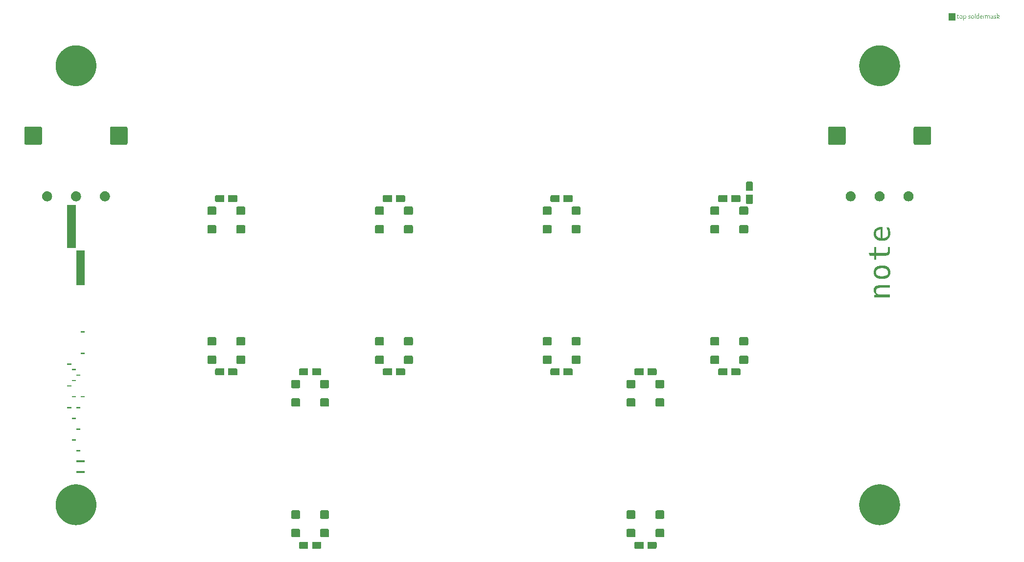
<source format=gts>
G04                                                      *
G04 Greetings!                                           *
G04 This Gerber was generated by PCBmodE, an open source *
G04 PCB design software. Get it here:                    *
G04                                                      *
G04   http://pcbmode.com                                 *
G04                                                      *
G04 Also visit                                           *
G04                                                      *
G04   http://boldport.com                                *
G04                                                      *
G04 and follow @boldport / @pcbmode for updates!         *
G04                                                      *

G04 leading zeros omitted (L); absolute data (A); 6 integer digits and 6 fractional digits *
%FSLAX66Y66*%

G04 mode (MO): millimeters (MM) *
%MOMM*%

G04 Aperture definitions *
%ADD10C,0.001X*%
%ADD11C,0.001X*%

%LPD*%
G36*
G01X49275000Y-91400000D02*
G01X49275000Y-91875000D01*
G01X49275000Y-91875000D01*
G01X49269514Y-91927334D01*
G01X49253809Y-91975886D01*
G01X49229016Y-92019526D01*
G01X49196266Y-92057122D01*
G01X49156689Y-92087544D01*
G01X49111418Y-92109661D01*
G01X49061581Y-92122343D01*
G01X49025000Y-92125000D01*
G01X48500000Y-92125000D01*
G01X47975000Y-92125000D01*
G01X47975000Y-92125000D01*
G01X47922666Y-92119514D01*
G01X47874114Y-92103809D01*
G01X47830474Y-92079016D01*
G01X47792878Y-92046266D01*
G01X47762456Y-92006689D01*
G01X47740339Y-91961418D01*
G01X47727657Y-91911581D01*
G01X47725000Y-91875000D01*
G01X47725000Y-91400000D01*
G01X47725000Y-90925000D01*
G01X47725000Y-90925000D01*
G01X47730486Y-90872666D01*
G01X47746191Y-90824114D01*
G01X47770984Y-90780474D01*
G01X47803734Y-90742878D01*
G01X47843311Y-90712456D01*
G01X47888582Y-90690339D01*
G01X47938419Y-90677657D01*
G01X47975000Y-90675000D01*
G01X48500000Y-90675000D01*
G01X49025000Y-90675000D01*
G01X49025000Y-90675000D01*
G01X49077334Y-90680486D01*
G01X49125886Y-90696191D01*
G01X49169526Y-90720984D01*
G01X49207122Y-90753734D01*
G01X49237544Y-90793311D01*
G01X49259661Y-90838582D01*
G01X49272343Y-90888419D01*
G01X49275000Y-90925000D01*
G01X49275000Y-91400000D01*
G37*
G36*
G01X49275000Y-88200000D02*
G01X49275000Y-88675000D01*
G01X49275000Y-88675000D01*
G01X49269514Y-88727334D01*
G01X49253809Y-88775886D01*
G01X49229016Y-88819526D01*
G01X49196266Y-88857122D01*
G01X49156689Y-88887544D01*
G01X49111418Y-88909661D01*
G01X49061581Y-88922343D01*
G01X49025000Y-88925000D01*
G01X48500000Y-88925000D01*
G01X47975000Y-88925000D01*
G01X47975000Y-88925000D01*
G01X47922666Y-88919514D01*
G01X47874114Y-88903809D01*
G01X47830474Y-88879016D01*
G01X47792878Y-88846266D01*
G01X47762456Y-88806689D01*
G01X47740339Y-88761418D01*
G01X47727657Y-88711581D01*
G01X47725000Y-88675000D01*
G01X47725000Y-88200000D01*
G01X47725000Y-87725000D01*
G01X47725000Y-87725000D01*
G01X47730486Y-87672666D01*
G01X47746191Y-87624114D01*
G01X47770984Y-87580474D01*
G01X47803734Y-87542878D01*
G01X47843311Y-87512456D01*
G01X47888582Y-87490339D01*
G01X47938419Y-87477657D01*
G01X47975000Y-87475000D01*
G01X48500000Y-87475000D01*
G01X49025000Y-87475000D01*
G01X49025000Y-87475000D01*
G01X49077334Y-87480486D01*
G01X49125886Y-87496191D01*
G01X49169526Y-87520984D01*
G01X49207122Y-87553734D01*
G01X49237544Y-87593311D01*
G01X49259661Y-87638582D01*
G01X49272343Y-87688419D01*
G01X49275000Y-87725000D01*
G01X49275000Y-88200000D01*
G37*
G36*
G01X54275000Y-88200000D02*
G01X54275000Y-88675000D01*
G01X54275000Y-88675000D01*
G01X54269514Y-88727334D01*
G01X54253809Y-88775886D01*
G01X54229016Y-88819526D01*
G01X54196266Y-88857122D01*
G01X54156689Y-88887544D01*
G01X54111418Y-88909661D01*
G01X54061581Y-88922343D01*
G01X54025000Y-88925000D01*
G01X53500000Y-88925000D01*
G01X52975000Y-88925000D01*
G01X52975000Y-88925000D01*
G01X52922666Y-88919514D01*
G01X52874114Y-88903809D01*
G01X52830474Y-88879016D01*
G01X52792878Y-88846266D01*
G01X52762456Y-88806689D01*
G01X52740339Y-88761418D01*
G01X52727657Y-88711581D01*
G01X52725000Y-88675000D01*
G01X52725000Y-88200000D01*
G01X52725000Y-87725000D01*
G01X52725000Y-87725000D01*
G01X52730486Y-87672666D01*
G01X52746191Y-87624114D01*
G01X52770984Y-87580474D01*
G01X52803734Y-87542878D01*
G01X52843311Y-87512456D01*
G01X52888582Y-87490339D01*
G01X52938419Y-87477657D01*
G01X52975000Y-87475000D01*
G01X53500000Y-87475000D01*
G01X54025000Y-87475000D01*
G01X54025000Y-87475000D01*
G01X54077334Y-87480486D01*
G01X54125886Y-87496191D01*
G01X54169526Y-87520984D01*
G01X54207122Y-87553734D01*
G01X54237544Y-87593311D01*
G01X54259661Y-87638582D01*
G01X54272343Y-87688419D01*
G01X54275000Y-87725000D01*
G01X54275000Y-88200000D01*
G37*
G36*
G01X54275000Y-91400000D02*
G01X54275000Y-91875000D01*
G01X54275000Y-91875000D01*
G01X54269514Y-91927334D01*
G01X54253809Y-91975886D01*
G01X54229016Y-92019526D01*
G01X54196266Y-92057122D01*
G01X54156689Y-92087544D01*
G01X54111418Y-92109661D01*
G01X54061581Y-92122343D01*
G01X54025000Y-92125000D01*
G01X53500000Y-92125000D01*
G01X52975000Y-92125000D01*
G01X52975000Y-92125000D01*
G01X52922666Y-92119514D01*
G01X52874114Y-92103809D01*
G01X52830474Y-92079016D01*
G01X52792878Y-92046266D01*
G01X52762456Y-92006689D01*
G01X52740339Y-91961418D01*
G01X52727657Y-91911581D01*
G01X52725000Y-91875000D01*
G01X52725000Y-91400000D01*
G01X52725000Y-90925000D01*
G01X52725000Y-90925000D01*
G01X52730486Y-90872666D01*
G01X52746191Y-90824114D01*
G01X52770984Y-90780474D01*
G01X52803734Y-90742878D01*
G01X52843311Y-90712456D01*
G01X52888582Y-90690339D01*
G01X52938419Y-90677657D01*
G01X52975000Y-90675000D01*
G01X53500000Y-90675000D01*
G01X54025000Y-90675000D01*
G01X54025000Y-90675000D01*
G01X54077334Y-90680486D01*
G01X54125886Y-90696191D01*
G01X54169526Y-90720984D01*
G01X54207122Y-90753734D01*
G01X54237544Y-90793311D01*
G01X54259661Y-90838582D01*
G01X54272343Y-90888419D01*
G01X54275000Y-90925000D01*
G01X54275000Y-91400000D01*
G37*
G36*
G01X52725000Y-65600000D02*
G01X52725000Y-65125000D01*
G01X52725000Y-65125000D01*
G01X52730486Y-65072666D01*
G01X52746191Y-65024114D01*
G01X52770984Y-64980474D01*
G01X52803734Y-64942878D01*
G01X52843311Y-64912456D01*
G01X52888582Y-64890339D01*
G01X52938419Y-64877657D01*
G01X52975000Y-64875000D01*
G01X53500000Y-64875000D01*
G01X54025000Y-64875000D01*
G01X54025000Y-64875000D01*
G01X54077334Y-64880486D01*
G01X54125886Y-64896191D01*
G01X54169526Y-64920984D01*
G01X54207122Y-64953734D01*
G01X54237544Y-64993311D01*
G01X54259661Y-65038582D01*
G01X54272343Y-65088419D01*
G01X54275000Y-65125000D01*
G01X54275000Y-65600000D01*
G01X54275000Y-66075000D01*
G01X54275000Y-66075000D01*
G01X54269514Y-66127334D01*
G01X54253809Y-66175886D01*
G01X54229016Y-66219526D01*
G01X54196266Y-66257122D01*
G01X54156689Y-66287544D01*
G01X54111418Y-66309661D01*
G01X54061581Y-66322343D01*
G01X54025000Y-66325000D01*
G01X53500000Y-66325000D01*
G01X52975000Y-66325000D01*
G01X52975000Y-66325000D01*
G01X52922666Y-66319514D01*
G01X52874114Y-66303809D01*
G01X52830474Y-66279016D01*
G01X52792878Y-66246266D01*
G01X52762456Y-66206689D01*
G01X52740339Y-66161418D01*
G01X52727657Y-66111581D01*
G01X52725000Y-66075000D01*
G01X52725000Y-65600000D01*
G37*
G36*
G01X52725000Y-68800000D02*
G01X52725000Y-68325000D01*
G01X52725000Y-68325000D01*
G01X52730486Y-68272666D01*
G01X52746191Y-68224114D01*
G01X52770984Y-68180474D01*
G01X52803734Y-68142878D01*
G01X52843311Y-68112456D01*
G01X52888582Y-68090339D01*
G01X52938419Y-68077657D01*
G01X52975000Y-68075000D01*
G01X53500000Y-68075000D01*
G01X54025000Y-68075000D01*
G01X54025000Y-68075000D01*
G01X54077334Y-68080486D01*
G01X54125886Y-68096191D01*
G01X54169526Y-68120984D01*
G01X54207122Y-68153734D01*
G01X54237544Y-68193311D01*
G01X54259661Y-68238582D01*
G01X54272343Y-68288419D01*
G01X54275000Y-68325000D01*
G01X54275000Y-68800000D01*
G01X54275000Y-69275000D01*
G01X54275000Y-69275000D01*
G01X54269514Y-69327334D01*
G01X54253809Y-69375886D01*
G01X54229016Y-69419526D01*
G01X54196266Y-69457122D01*
G01X54156689Y-69487544D01*
G01X54111418Y-69509661D01*
G01X54061581Y-69522343D01*
G01X54025000Y-69525000D01*
G01X53500000Y-69525000D01*
G01X52975000Y-69525000D01*
G01X52975000Y-69525000D01*
G01X52922666Y-69519514D01*
G01X52874114Y-69503809D01*
G01X52830474Y-69479016D01*
G01X52792878Y-69446266D01*
G01X52762456Y-69406689D01*
G01X52740339Y-69361418D01*
G01X52727657Y-69311581D01*
G01X52725000Y-69275000D01*
G01X52725000Y-68800000D01*
G37*
G36*
G01X47725000Y-68800000D02*
G01X47725000Y-68325000D01*
G01X47725000Y-68325000D01*
G01X47730486Y-68272666D01*
G01X47746191Y-68224114D01*
G01X47770984Y-68180474D01*
G01X47803734Y-68142878D01*
G01X47843311Y-68112456D01*
G01X47888582Y-68090339D01*
G01X47938419Y-68077657D01*
G01X47975000Y-68075000D01*
G01X48500000Y-68075000D01*
G01X49025000Y-68075000D01*
G01X49025000Y-68075000D01*
G01X49077334Y-68080486D01*
G01X49125886Y-68096191D01*
G01X49169526Y-68120984D01*
G01X49207122Y-68153734D01*
G01X49237544Y-68193311D01*
G01X49259661Y-68238582D01*
G01X49272343Y-68288419D01*
G01X49275000Y-68325000D01*
G01X49275000Y-68800000D01*
G01X49275000Y-69275000D01*
G01X49275000Y-69275000D01*
G01X49269514Y-69327334D01*
G01X49253809Y-69375886D01*
G01X49229016Y-69419526D01*
G01X49196266Y-69457122D01*
G01X49156689Y-69487544D01*
G01X49111418Y-69509661D01*
G01X49061581Y-69522343D01*
G01X49025000Y-69525000D01*
G01X48500000Y-69525000D01*
G01X47975000Y-69525000D01*
G01X47975000Y-69525000D01*
G01X47922666Y-69519514D01*
G01X47874114Y-69503809D01*
G01X47830474Y-69479016D01*
G01X47792878Y-69446266D01*
G01X47762456Y-69406689D01*
G01X47740339Y-69361418D01*
G01X47727657Y-69311581D01*
G01X47725000Y-69275000D01*
G01X47725000Y-68800000D01*
G37*
G36*
G01X47725000Y-65600000D02*
G01X47725000Y-65125000D01*
G01X47725000Y-65125000D01*
G01X47730486Y-65072666D01*
G01X47746191Y-65024114D01*
G01X47770984Y-64980474D01*
G01X47803734Y-64942878D01*
G01X47843311Y-64912456D01*
G01X47888582Y-64890339D01*
G01X47938419Y-64877657D01*
G01X47975000Y-64875000D01*
G01X48500000Y-64875000D01*
G01X49025000Y-64875000D01*
G01X49025000Y-64875000D01*
G01X49077334Y-64880486D01*
G01X49125886Y-64896191D01*
G01X49169526Y-64920984D01*
G01X49207122Y-64953734D01*
G01X49237544Y-64993311D01*
G01X49259661Y-65038582D01*
G01X49272343Y-65088419D01*
G01X49275000Y-65125000D01*
G01X49275000Y-65600000D01*
G01X49275000Y-66075000D01*
G01X49275000Y-66075000D01*
G01X49269514Y-66127334D01*
G01X49253809Y-66175886D01*
G01X49229016Y-66219526D01*
G01X49196266Y-66257122D01*
G01X49156689Y-66287544D01*
G01X49111418Y-66309661D01*
G01X49061581Y-66322343D01*
G01X49025000Y-66325000D01*
G01X48500000Y-66325000D01*
G01X47975000Y-66325000D01*
G01X47975000Y-66325000D01*
G01X47922666Y-66319514D01*
G01X47874114Y-66303809D01*
G01X47830474Y-66279016D01*
G01X47792878Y-66246266D01*
G01X47762456Y-66206689D01*
G01X47740339Y-66161418D01*
G01X47727657Y-66111581D01*
G01X47725000Y-66075000D01*
G01X47725000Y-65600000D01*
G37*
G36*
G01X121775000Y-61400000D02*
G01X121775000Y-61875000D01*
G01X121775000Y-61875000D01*
G01X121769514Y-61927334D01*
G01X121753809Y-61975886D01*
G01X121729016Y-62019526D01*
G01X121696266Y-62057122D01*
G01X121656689Y-62087544D01*
G01X121611418Y-62109661D01*
G01X121561581Y-62122343D01*
G01X121525000Y-62125000D01*
G01X121000000Y-62125000D01*
G01X120475000Y-62125000D01*
G01X120475000Y-62125000D01*
G01X120422666Y-62119514D01*
G01X120374114Y-62103809D01*
G01X120330474Y-62079016D01*
G01X120292878Y-62046266D01*
G01X120262456Y-62006689D01*
G01X120240339Y-61961418D01*
G01X120227657Y-61911581D01*
G01X120225000Y-61875000D01*
G01X120225000Y-61400000D01*
G01X120225000Y-60925000D01*
G01X120225000Y-60925000D01*
G01X120230486Y-60872666D01*
G01X120246191Y-60824114D01*
G01X120270984Y-60780474D01*
G01X120303734Y-60742878D01*
G01X120343311Y-60712456D01*
G01X120388582Y-60690339D01*
G01X120438419Y-60677657D01*
G01X120475000Y-60675000D01*
G01X121000000Y-60675000D01*
G01X121525000Y-60675000D01*
G01X121525000Y-60675000D01*
G01X121577334Y-60680486D01*
G01X121625886Y-60696191D01*
G01X121669526Y-60720984D01*
G01X121707122Y-60753734D01*
G01X121737544Y-60793311D01*
G01X121759661Y-60838582D01*
G01X121772343Y-60888419D01*
G01X121775000Y-60925000D01*
G01X121775000Y-61400000D01*
G37*
G36*
G01X121775000Y-58200000D02*
G01X121775000Y-58675000D01*
G01X121775000Y-58675000D01*
G01X121769514Y-58727334D01*
G01X121753809Y-58775886D01*
G01X121729016Y-58819526D01*
G01X121696266Y-58857122D01*
G01X121656689Y-58887544D01*
G01X121611418Y-58909661D01*
G01X121561581Y-58922343D01*
G01X121525000Y-58925000D01*
G01X121000000Y-58925000D01*
G01X120475000Y-58925000D01*
G01X120475000Y-58925000D01*
G01X120422666Y-58919514D01*
G01X120374114Y-58903809D01*
G01X120330474Y-58879016D01*
G01X120292878Y-58846266D01*
G01X120262456Y-58806689D01*
G01X120240339Y-58761418D01*
G01X120227657Y-58711581D01*
G01X120225000Y-58675000D01*
G01X120225000Y-58200000D01*
G01X120225000Y-57725000D01*
G01X120225000Y-57725000D01*
G01X120230486Y-57672666D01*
G01X120246191Y-57624114D01*
G01X120270984Y-57580474D01*
G01X120303734Y-57542878D01*
G01X120343311Y-57512456D01*
G01X120388582Y-57490339D01*
G01X120438419Y-57477657D01*
G01X120475000Y-57475000D01*
G01X121000000Y-57475000D01*
G01X121525000Y-57475000D01*
G01X121525000Y-57475000D01*
G01X121577334Y-57480486D01*
G01X121625886Y-57496191D01*
G01X121669526Y-57520984D01*
G01X121707122Y-57553734D01*
G01X121737544Y-57593311D01*
G01X121759661Y-57638582D01*
G01X121772343Y-57688419D01*
G01X121775000Y-57725000D01*
G01X121775000Y-58200000D01*
G37*
G36*
G01X126775000Y-58200000D02*
G01X126775000Y-58675000D01*
G01X126775000Y-58675000D01*
G01X126769514Y-58727334D01*
G01X126753809Y-58775886D01*
G01X126729016Y-58819526D01*
G01X126696266Y-58857122D01*
G01X126656689Y-58887544D01*
G01X126611418Y-58909661D01*
G01X126561581Y-58922343D01*
G01X126525000Y-58925000D01*
G01X126000000Y-58925000D01*
G01X125475000Y-58925000D01*
G01X125475000Y-58925000D01*
G01X125422666Y-58919514D01*
G01X125374114Y-58903809D01*
G01X125330474Y-58879016D01*
G01X125292878Y-58846266D01*
G01X125262456Y-58806689D01*
G01X125240339Y-58761418D01*
G01X125227657Y-58711581D01*
G01X125225000Y-58675000D01*
G01X125225000Y-58200000D01*
G01X125225000Y-57725000D01*
G01X125225000Y-57725000D01*
G01X125230486Y-57672666D01*
G01X125246191Y-57624114D01*
G01X125270984Y-57580474D01*
G01X125303734Y-57542878D01*
G01X125343311Y-57512456D01*
G01X125388582Y-57490339D01*
G01X125438419Y-57477657D01*
G01X125475000Y-57475000D01*
G01X126000000Y-57475000D01*
G01X126525000Y-57475000D01*
G01X126525000Y-57475000D01*
G01X126577334Y-57480486D01*
G01X126625886Y-57496191D01*
G01X126669526Y-57520984D01*
G01X126707122Y-57553734D01*
G01X126737544Y-57593311D01*
G01X126759661Y-57638582D01*
G01X126772343Y-57688419D01*
G01X126775000Y-57725000D01*
G01X126775000Y-58200000D01*
G37*
G36*
G01X126775000Y-61400000D02*
G01X126775000Y-61875000D01*
G01X126775000Y-61875000D01*
G01X126769514Y-61927334D01*
G01X126753809Y-61975886D01*
G01X126729016Y-62019526D01*
G01X126696266Y-62057122D01*
G01X126656689Y-62087544D01*
G01X126611418Y-62109661D01*
G01X126561581Y-62122343D01*
G01X126525000Y-62125000D01*
G01X126000000Y-62125000D01*
G01X125475000Y-62125000D01*
G01X125475000Y-62125000D01*
G01X125422666Y-62119514D01*
G01X125374114Y-62103809D01*
G01X125330474Y-62079016D01*
G01X125292878Y-62046266D01*
G01X125262456Y-62006689D01*
G01X125240339Y-61961418D01*
G01X125227657Y-61911581D01*
G01X125225000Y-61875000D01*
G01X125225000Y-61400000D01*
G01X125225000Y-60925000D01*
G01X125225000Y-60925000D01*
G01X125230486Y-60872666D01*
G01X125246191Y-60824114D01*
G01X125270984Y-60780474D01*
G01X125303734Y-60742878D01*
G01X125343311Y-60712456D01*
G01X125388582Y-60690339D01*
G01X125438419Y-60677657D01*
G01X125475000Y-60675000D01*
G01X126000000Y-60675000D01*
G01X126525000Y-60675000D01*
G01X126525000Y-60675000D01*
G01X126577334Y-60680486D01*
G01X126625886Y-60696191D01*
G01X126669526Y-60720984D01*
G01X126707122Y-60753734D01*
G01X126737544Y-60793311D01*
G01X126759661Y-60838582D01*
G01X126772343Y-60888419D01*
G01X126775000Y-60925000D01*
G01X126775000Y-61400000D01*
G37*
G36*
G01X125225000Y-35600000D02*
G01X125225000Y-35125000D01*
G01X125225000Y-35125000D01*
G01X125230486Y-35072666D01*
G01X125246191Y-35024114D01*
G01X125270984Y-34980474D01*
G01X125303734Y-34942878D01*
G01X125343311Y-34912456D01*
G01X125388582Y-34890339D01*
G01X125438419Y-34877657D01*
G01X125475000Y-34875000D01*
G01X126000000Y-34875000D01*
G01X126525000Y-34875000D01*
G01X126525000Y-34875000D01*
G01X126577334Y-34880486D01*
G01X126625886Y-34896191D01*
G01X126669526Y-34920984D01*
G01X126707122Y-34953734D01*
G01X126737544Y-34993311D01*
G01X126759661Y-35038582D01*
G01X126772343Y-35088419D01*
G01X126775000Y-35125000D01*
G01X126775000Y-35600000D01*
G01X126775000Y-36075000D01*
G01X126775000Y-36075000D01*
G01X126769514Y-36127334D01*
G01X126753809Y-36175886D01*
G01X126729016Y-36219526D01*
G01X126696266Y-36257122D01*
G01X126656689Y-36287544D01*
G01X126611418Y-36309661D01*
G01X126561581Y-36322343D01*
G01X126525000Y-36325000D01*
G01X126000000Y-36325000D01*
G01X125475000Y-36325000D01*
G01X125475000Y-36325000D01*
G01X125422666Y-36319514D01*
G01X125374114Y-36303809D01*
G01X125330474Y-36279016D01*
G01X125292878Y-36246266D01*
G01X125262456Y-36206689D01*
G01X125240339Y-36161418D01*
G01X125227657Y-36111581D01*
G01X125225000Y-36075000D01*
G01X125225000Y-35600000D01*
G37*
G36*
G01X125225000Y-38800000D02*
G01X125225000Y-38325000D01*
G01X125225000Y-38325000D01*
G01X125230486Y-38272666D01*
G01X125246191Y-38224114D01*
G01X125270984Y-38180474D01*
G01X125303734Y-38142878D01*
G01X125343311Y-38112456D01*
G01X125388582Y-38090339D01*
G01X125438419Y-38077657D01*
G01X125475000Y-38075000D01*
G01X126000000Y-38075000D01*
G01X126525000Y-38075000D01*
G01X126525000Y-38075000D01*
G01X126577334Y-38080486D01*
G01X126625886Y-38096191D01*
G01X126669526Y-38120984D01*
G01X126707122Y-38153734D01*
G01X126737544Y-38193311D01*
G01X126759661Y-38238582D01*
G01X126772343Y-38288419D01*
G01X126775000Y-38325000D01*
G01X126775000Y-38800000D01*
G01X126775000Y-39275000D01*
G01X126775000Y-39275000D01*
G01X126769514Y-39327334D01*
G01X126753809Y-39375886D01*
G01X126729016Y-39419526D01*
G01X126696266Y-39457122D01*
G01X126656689Y-39487544D01*
G01X126611418Y-39509661D01*
G01X126561581Y-39522343D01*
G01X126525000Y-39525000D01*
G01X126000000Y-39525000D01*
G01X125475000Y-39525000D01*
G01X125475000Y-39525000D01*
G01X125422666Y-39519514D01*
G01X125374114Y-39503809D01*
G01X125330474Y-39479016D01*
G01X125292878Y-39446266D01*
G01X125262456Y-39406689D01*
G01X125240339Y-39361418D01*
G01X125227657Y-39311581D01*
G01X125225000Y-39275000D01*
G01X125225000Y-38800000D01*
G37*
G36*
G01X120225000Y-38800000D02*
G01X120225000Y-38325000D01*
G01X120225000Y-38325000D01*
G01X120230486Y-38272666D01*
G01X120246191Y-38224114D01*
G01X120270984Y-38180474D01*
G01X120303734Y-38142878D01*
G01X120343311Y-38112456D01*
G01X120388582Y-38090339D01*
G01X120438419Y-38077657D01*
G01X120475000Y-38075000D01*
G01X121000000Y-38075000D01*
G01X121525000Y-38075000D01*
G01X121525000Y-38075000D01*
G01X121577334Y-38080486D01*
G01X121625886Y-38096191D01*
G01X121669526Y-38120984D01*
G01X121707122Y-38153734D01*
G01X121737544Y-38193311D01*
G01X121759661Y-38238582D01*
G01X121772343Y-38288419D01*
G01X121775000Y-38325000D01*
G01X121775000Y-38800000D01*
G01X121775000Y-39275000D01*
G01X121775000Y-39275000D01*
G01X121769514Y-39327334D01*
G01X121753809Y-39375886D01*
G01X121729016Y-39419526D01*
G01X121696266Y-39457122D01*
G01X121656689Y-39487544D01*
G01X121611418Y-39509661D01*
G01X121561581Y-39522343D01*
G01X121525000Y-39525000D01*
G01X121000000Y-39525000D01*
G01X120475000Y-39525000D01*
G01X120475000Y-39525000D01*
G01X120422666Y-39519514D01*
G01X120374114Y-39503809D01*
G01X120330474Y-39479016D01*
G01X120292878Y-39446266D01*
G01X120262456Y-39406689D01*
G01X120240339Y-39361418D01*
G01X120227657Y-39311581D01*
G01X120225000Y-39275000D01*
G01X120225000Y-38800000D01*
G37*
G36*
G01X120225000Y-35600000D02*
G01X120225000Y-35125000D01*
G01X120225000Y-35125000D01*
G01X120230486Y-35072666D01*
G01X120246191Y-35024114D01*
G01X120270984Y-34980474D01*
G01X120303734Y-34942878D01*
G01X120343311Y-34912456D01*
G01X120388582Y-34890339D01*
G01X120438419Y-34877657D01*
G01X120475000Y-34875000D01*
G01X121000000Y-34875000D01*
G01X121525000Y-34875000D01*
G01X121525000Y-34875000D01*
G01X121577334Y-34880486D01*
G01X121625886Y-34896191D01*
G01X121669526Y-34920984D01*
G01X121707122Y-34953734D01*
G01X121737544Y-34993311D01*
G01X121759661Y-35038582D01*
G01X121772343Y-35088419D01*
G01X121775000Y-35125000D01*
G01X121775000Y-35600000D01*
G01X121775000Y-36075000D01*
G01X121775000Y-36075000D01*
G01X121769514Y-36127334D01*
G01X121753809Y-36175886D01*
G01X121729016Y-36219526D01*
G01X121696266Y-36257122D01*
G01X121656689Y-36287544D01*
G01X121611418Y-36309661D01*
G01X121561581Y-36322343D01*
G01X121525000Y-36325000D01*
G01X121000000Y-36325000D01*
G01X120475000Y-36325000D01*
G01X120475000Y-36325000D01*
G01X120422666Y-36319514D01*
G01X120374114Y-36303809D01*
G01X120330474Y-36279016D01*
G01X120292878Y-36246266D01*
G01X120262456Y-36206689D01*
G01X120240339Y-36161418D01*
G01X120227657Y-36111581D01*
G01X120225000Y-36075000D01*
G01X120225000Y-35600000D01*
G37*
G36*
G01X107275000Y-91400000D02*
G01X107275000Y-91875000D01*
G01X107275000Y-91875000D01*
G01X107269514Y-91927334D01*
G01X107253809Y-91975886D01*
G01X107229016Y-92019526D01*
G01X107196266Y-92057122D01*
G01X107156689Y-92087544D01*
G01X107111418Y-92109661D01*
G01X107061581Y-92122343D01*
G01X107025000Y-92125000D01*
G01X106500000Y-92125000D01*
G01X105975000Y-92125000D01*
G01X105975000Y-92125000D01*
G01X105922666Y-92119514D01*
G01X105874114Y-92103809D01*
G01X105830474Y-92079016D01*
G01X105792878Y-92046266D01*
G01X105762456Y-92006689D01*
G01X105740339Y-91961418D01*
G01X105727657Y-91911581D01*
G01X105725000Y-91875000D01*
G01X105725000Y-91400000D01*
G01X105725000Y-90925000D01*
G01X105725000Y-90925000D01*
G01X105730486Y-90872666D01*
G01X105746191Y-90824114D01*
G01X105770984Y-90780474D01*
G01X105803734Y-90742878D01*
G01X105843311Y-90712456D01*
G01X105888582Y-90690339D01*
G01X105938419Y-90677657D01*
G01X105975000Y-90675000D01*
G01X106500000Y-90675000D01*
G01X107025000Y-90675000D01*
G01X107025000Y-90675000D01*
G01X107077334Y-90680486D01*
G01X107125886Y-90696191D01*
G01X107169526Y-90720984D01*
G01X107207122Y-90753734D01*
G01X107237544Y-90793311D01*
G01X107259661Y-90838582D01*
G01X107272343Y-90888419D01*
G01X107275000Y-90925000D01*
G01X107275000Y-91400000D01*
G37*
G36*
G01X107275000Y-88200000D02*
G01X107275000Y-88675000D01*
G01X107275000Y-88675000D01*
G01X107269514Y-88727334D01*
G01X107253809Y-88775886D01*
G01X107229016Y-88819526D01*
G01X107196266Y-88857122D01*
G01X107156689Y-88887544D01*
G01X107111418Y-88909661D01*
G01X107061581Y-88922343D01*
G01X107025000Y-88925000D01*
G01X106500000Y-88925000D01*
G01X105975000Y-88925000D01*
G01X105975000Y-88925000D01*
G01X105922666Y-88919514D01*
G01X105874114Y-88903809D01*
G01X105830474Y-88879016D01*
G01X105792878Y-88846266D01*
G01X105762456Y-88806689D01*
G01X105740339Y-88761418D01*
G01X105727657Y-88711581D01*
G01X105725000Y-88675000D01*
G01X105725000Y-88200000D01*
G01X105725000Y-87725000D01*
G01X105725000Y-87725000D01*
G01X105730486Y-87672666D01*
G01X105746191Y-87624114D01*
G01X105770984Y-87580474D01*
G01X105803734Y-87542878D01*
G01X105843311Y-87512456D01*
G01X105888582Y-87490339D01*
G01X105938419Y-87477657D01*
G01X105975000Y-87475000D01*
G01X106500000Y-87475000D01*
G01X107025000Y-87475000D01*
G01X107025000Y-87475000D01*
G01X107077334Y-87480486D01*
G01X107125886Y-87496191D01*
G01X107169526Y-87520984D01*
G01X107207122Y-87553734D01*
G01X107237544Y-87593311D01*
G01X107259661Y-87638582D01*
G01X107272343Y-87688419D01*
G01X107275000Y-87725000D01*
G01X107275000Y-88200000D01*
G37*
G36*
G01X112275000Y-88200000D02*
G01X112275000Y-88675000D01*
G01X112275000Y-88675000D01*
G01X112269514Y-88727334D01*
G01X112253809Y-88775886D01*
G01X112229016Y-88819526D01*
G01X112196266Y-88857122D01*
G01X112156689Y-88887544D01*
G01X112111418Y-88909661D01*
G01X112061581Y-88922343D01*
G01X112025000Y-88925000D01*
G01X111500000Y-88925000D01*
G01X110975000Y-88925000D01*
G01X110975000Y-88925000D01*
G01X110922666Y-88919514D01*
G01X110874114Y-88903809D01*
G01X110830474Y-88879016D01*
G01X110792878Y-88846266D01*
G01X110762456Y-88806689D01*
G01X110740339Y-88761418D01*
G01X110727657Y-88711581D01*
G01X110725000Y-88675000D01*
G01X110725000Y-88200000D01*
G01X110725000Y-87725000D01*
G01X110725000Y-87725000D01*
G01X110730486Y-87672666D01*
G01X110746191Y-87624114D01*
G01X110770984Y-87580474D01*
G01X110803734Y-87542878D01*
G01X110843311Y-87512456D01*
G01X110888582Y-87490339D01*
G01X110938419Y-87477657D01*
G01X110975000Y-87475000D01*
G01X111500000Y-87475000D01*
G01X112025000Y-87475000D01*
G01X112025000Y-87475000D01*
G01X112077334Y-87480486D01*
G01X112125886Y-87496191D01*
G01X112169526Y-87520984D01*
G01X112207122Y-87553734D01*
G01X112237544Y-87593311D01*
G01X112259661Y-87638582D01*
G01X112272343Y-87688419D01*
G01X112275000Y-87725000D01*
G01X112275000Y-88200000D01*
G37*
G36*
G01X112275000Y-91400000D02*
G01X112275000Y-91875000D01*
G01X112275000Y-91875000D01*
G01X112269514Y-91927334D01*
G01X112253809Y-91975886D01*
G01X112229016Y-92019526D01*
G01X112196266Y-92057122D01*
G01X112156689Y-92087544D01*
G01X112111418Y-92109661D01*
G01X112061581Y-92122343D01*
G01X112025000Y-92125000D01*
G01X111500000Y-92125000D01*
G01X110975000Y-92125000D01*
G01X110975000Y-92125000D01*
G01X110922666Y-92119514D01*
G01X110874114Y-92103809D01*
G01X110830474Y-92079016D01*
G01X110792878Y-92046266D01*
G01X110762456Y-92006689D01*
G01X110740339Y-91961418D01*
G01X110727657Y-91911581D01*
G01X110725000Y-91875000D01*
G01X110725000Y-91400000D01*
G01X110725000Y-90925000D01*
G01X110725000Y-90925000D01*
G01X110730486Y-90872666D01*
G01X110746191Y-90824114D01*
G01X110770984Y-90780474D01*
G01X110803734Y-90742878D01*
G01X110843311Y-90712456D01*
G01X110888582Y-90690339D01*
G01X110938419Y-90677657D01*
G01X110975000Y-90675000D01*
G01X111500000Y-90675000D01*
G01X112025000Y-90675000D01*
G01X112025000Y-90675000D01*
G01X112077334Y-90680486D01*
G01X112125886Y-90696191D01*
G01X112169526Y-90720984D01*
G01X112207122Y-90753734D01*
G01X112237544Y-90793311D01*
G01X112259661Y-90838582D01*
G01X112272343Y-90888419D01*
G01X112275000Y-90925000D01*
G01X112275000Y-91400000D01*
G37*
G36*
G01X144500000Y-33975000D02*
G01X144500000Y-33975000D01*
G01X144557531Y-33973139D01*
G01X144614069Y-33967632D01*
G01X144669498Y-33958595D01*
G01X144723703Y-33946143D01*
G01X144776568Y-33930392D01*
G01X144827978Y-33911456D01*
G01X144877818Y-33889451D01*
G01X144925972Y-33864493D01*
G01X144972326Y-33836696D01*
G01X145016764Y-33806176D01*
G01X145059170Y-33773048D01*
G01X145099430Y-33737427D01*
G01X145137427Y-33699430D01*
G01X145173048Y-33659170D01*
G01X145206176Y-33616764D01*
G01X145236696Y-33572326D01*
G01X145264493Y-33525972D01*
G01X145289451Y-33477818D01*
G01X145311456Y-33427978D01*
G01X145330392Y-33376568D01*
G01X145346143Y-33323703D01*
G01X145358595Y-33269498D01*
G01X145367632Y-33214069D01*
G01X145373139Y-33157531D01*
G01X145375000Y-33100000D01*
G01X145375000Y-33100000D01*
G01X145375000Y-33100000D01*
G01X145373139Y-33042469D01*
G01X145367632Y-32985931D01*
G01X145358595Y-32930502D01*
G01X145346143Y-32876297D01*
G01X145330392Y-32823432D01*
G01X145311456Y-32772022D01*
G01X145289451Y-32722182D01*
G01X145264493Y-32674028D01*
G01X145236696Y-32627674D01*
G01X145206176Y-32583236D01*
G01X145173048Y-32540830D01*
G01X145137427Y-32500570D01*
G01X145099430Y-32462573D01*
G01X145059170Y-32426952D01*
G01X145016764Y-32393824D01*
G01X144972326Y-32363304D01*
G01X144925972Y-32335507D01*
G01X144877818Y-32310549D01*
G01X144827978Y-32288544D01*
G01X144776568Y-32269608D01*
G01X144723703Y-32253857D01*
G01X144669498Y-32241405D01*
G01X144614069Y-32232368D01*
G01X144557531Y-32226861D01*
G01X144500000Y-32225000D01*
G01X144500000Y-32225000D01*
G01X144500000Y-32225000D01*
G01X144442469Y-32226861D01*
G01X144385931Y-32232368D01*
G01X144330502Y-32241405D01*
G01X144276297Y-32253857D01*
G01X144223432Y-32269608D01*
G01X144172022Y-32288544D01*
G01X144122182Y-32310549D01*
G01X144074028Y-32335507D01*
G01X144027674Y-32363304D01*
G01X143983236Y-32393824D01*
G01X143940830Y-32426952D01*
G01X143900570Y-32462573D01*
G01X143862573Y-32500570D01*
G01X143826952Y-32540830D01*
G01X143793824Y-32583236D01*
G01X143763304Y-32627674D01*
G01X143735507Y-32674028D01*
G01X143710549Y-32722182D01*
G01X143688544Y-32772022D01*
G01X143669608Y-32823432D01*
G01X143653857Y-32876297D01*
G01X143641405Y-32930502D01*
G01X143632368Y-32985931D01*
G01X143626861Y-33042469D01*
G01X143625000Y-33100000D01*
G01X143625000Y-33100000D01*
G01X143625000Y-33100000D01*
G01X143626861Y-33157531D01*
G01X143632368Y-33214069D01*
G01X143641405Y-33269498D01*
G01X143653857Y-33323703D01*
G01X143669608Y-33376568D01*
G01X143688544Y-33427978D01*
G01X143710549Y-33477818D01*
G01X143735507Y-33525972D01*
G01X143763304Y-33572326D01*
G01X143793824Y-33616764D01*
G01X143826952Y-33659170D01*
G01X143862573Y-33699430D01*
G01X143900570Y-33737427D01*
G01X143940830Y-33773048D01*
G01X143983236Y-33806176D01*
G01X144027674Y-33836696D01*
G01X144074028Y-33864493D01*
G01X144122182Y-33889451D01*
G01X144172022Y-33911456D01*
G01X144223432Y-33930392D01*
G01X144276297Y-33946143D01*
G01X144330502Y-33958595D01*
G01X144385931Y-33967632D01*
G01X144442469Y-33973139D01*
G01X144500000Y-33975000D01*
G01X144500000Y-33975000D01*
G37*
G36*
G01X140575000Y-22600000D02*
G01X140575000Y-21325000D01*
G01X140575000Y-21325000D01*
G01X140578927Y-21276339D01*
G01X140590294Y-21230177D01*
G01X140608486Y-21187133D01*
G01X140632883Y-21147824D01*
G01X140662868Y-21112868D01*
G01X140697824Y-21082883D01*
G01X140737133Y-21058486D01*
G01X140780177Y-21040294D01*
G01X140826339Y-21028927D01*
G01X140875000Y-21025000D01*
G01X140875000Y-21025000D01*
G01X142100000Y-21025000D01*
G01X143325000Y-21025000D01*
G01X143325000Y-21025000D01*
G01X143373661Y-21028927D01*
G01X143419823Y-21040294D01*
G01X143462867Y-21058486D01*
G01X143502176Y-21082883D01*
G01X143537132Y-21112868D01*
G01X143567117Y-21147824D01*
G01X143591514Y-21187133D01*
G01X143609706Y-21230177D01*
G01X143621073Y-21276339D01*
G01X143625000Y-21325000D01*
G01X143625000Y-21325000D01*
G01X143625000Y-22600000D01*
G01X143625000Y-23875000D01*
G01X143625000Y-23875000D01*
G01X143621073Y-23923661D01*
G01X143609706Y-23969823D01*
G01X143591514Y-24012867D01*
G01X143567117Y-24052176D01*
G01X143537132Y-24087132D01*
G01X143502176Y-24117117D01*
G01X143462867Y-24141514D01*
G01X143419823Y-24159706D01*
G01X143373661Y-24171073D01*
G01X143325000Y-24175000D01*
G01X143325000Y-24175000D01*
G01X142100000Y-24175000D01*
G01X140875000Y-24175000D01*
G01X140875000Y-24175000D01*
G01X140826339Y-24171073D01*
G01X140780177Y-24159706D01*
G01X140737133Y-24141514D01*
G01X140697824Y-24117117D01*
G01X140662868Y-24087132D01*
G01X140632883Y-24052176D01*
G01X140608486Y-24012867D01*
G01X140590294Y-23969823D01*
G01X140578926Y-23923661D01*
G01X140575000Y-23875000D01*
G01X140575000Y-23875000D01*
G01X140575000Y-22600000D01*
G37*
G36*
G01X154500000Y-33975000D02*
G01X154500000Y-33975000D01*
G01X154557531Y-33973139D01*
G01X154614069Y-33967632D01*
G01X154669498Y-33958595D01*
G01X154723703Y-33946143D01*
G01X154776568Y-33930392D01*
G01X154827978Y-33911456D01*
G01X154877818Y-33889451D01*
G01X154925972Y-33864493D01*
G01X154972326Y-33836696D01*
G01X155016764Y-33806176D01*
G01X155059170Y-33773048D01*
G01X155099430Y-33737427D01*
G01X155137427Y-33699430D01*
G01X155173048Y-33659170D01*
G01X155206176Y-33616764D01*
G01X155236696Y-33572326D01*
G01X155264493Y-33525972D01*
G01X155289451Y-33477818D01*
G01X155311456Y-33427978D01*
G01X155330392Y-33376568D01*
G01X155346143Y-33323703D01*
G01X155358595Y-33269498D01*
G01X155367632Y-33214069D01*
G01X155373139Y-33157531D01*
G01X155375000Y-33100000D01*
G01X155375000Y-33100000D01*
G01X155375000Y-33100000D01*
G01X155373139Y-33042469D01*
G01X155367632Y-32985931D01*
G01X155358595Y-32930502D01*
G01X155346143Y-32876297D01*
G01X155330392Y-32823432D01*
G01X155311456Y-32772022D01*
G01X155289451Y-32722182D01*
G01X155264493Y-32674028D01*
G01X155236696Y-32627674D01*
G01X155206176Y-32583236D01*
G01X155173048Y-32540830D01*
G01X155137427Y-32500570D01*
G01X155099430Y-32462573D01*
G01X155059170Y-32426952D01*
G01X155016764Y-32393824D01*
G01X154972326Y-32363304D01*
G01X154925972Y-32335507D01*
G01X154877818Y-32310549D01*
G01X154827978Y-32288544D01*
G01X154776568Y-32269608D01*
G01X154723703Y-32253857D01*
G01X154669498Y-32241405D01*
G01X154614069Y-32232368D01*
G01X154557531Y-32226861D01*
G01X154500000Y-32225000D01*
G01X154500000Y-32225000D01*
G01X154500000Y-32225000D01*
G01X154442469Y-32226861D01*
G01X154385931Y-32232368D01*
G01X154330502Y-32241405D01*
G01X154276297Y-32253857D01*
G01X154223432Y-32269608D01*
G01X154172022Y-32288544D01*
G01X154122182Y-32310549D01*
G01X154074028Y-32335507D01*
G01X154027674Y-32363304D01*
G01X153983236Y-32393824D01*
G01X153940830Y-32426952D01*
G01X153900570Y-32462573D01*
G01X153862573Y-32500570D01*
G01X153826952Y-32540830D01*
G01X153793824Y-32583236D01*
G01X153763304Y-32627674D01*
G01X153735507Y-32674028D01*
G01X153710549Y-32722182D01*
G01X153688544Y-32772022D01*
G01X153669608Y-32823432D01*
G01X153653857Y-32876297D01*
G01X153641405Y-32930502D01*
G01X153632368Y-32985931D01*
G01X153626861Y-33042469D01*
G01X153625000Y-33100000D01*
G01X153625000Y-33100000D01*
G01X153625000Y-33100000D01*
G01X153626861Y-33157531D01*
G01X153632368Y-33214069D01*
G01X153641405Y-33269498D01*
G01X153653857Y-33323703D01*
G01X153669608Y-33376568D01*
G01X153688544Y-33427978D01*
G01X153710549Y-33477818D01*
G01X153735507Y-33525972D01*
G01X153763304Y-33572326D01*
G01X153793824Y-33616764D01*
G01X153826952Y-33659170D01*
G01X153862573Y-33699430D01*
G01X153900570Y-33737427D01*
G01X153940830Y-33773048D01*
G01X153983236Y-33806176D01*
G01X154027674Y-33836696D01*
G01X154074028Y-33864493D01*
G01X154122182Y-33889451D01*
G01X154172022Y-33911456D01*
G01X154223432Y-33930392D01*
G01X154276297Y-33946143D01*
G01X154330502Y-33958595D01*
G01X154385931Y-33967632D01*
G01X154442469Y-33973139D01*
G01X154500000Y-33975000D01*
G01X154500000Y-33975000D01*
G37*
G36*
G01X149500000Y-33975000D02*
G01X149500000Y-33975000D01*
G01X149557531Y-33973139D01*
G01X149614069Y-33967632D01*
G01X149669498Y-33958595D01*
G01X149723703Y-33946143D01*
G01X149776568Y-33930392D01*
G01X149827978Y-33911456D01*
G01X149877818Y-33889451D01*
G01X149925972Y-33864493D01*
G01X149972326Y-33836696D01*
G01X150016764Y-33806176D01*
G01X150059170Y-33773048D01*
G01X150099430Y-33737427D01*
G01X150137427Y-33699430D01*
G01X150173048Y-33659170D01*
G01X150206176Y-33616764D01*
G01X150236696Y-33572326D01*
G01X150264493Y-33525972D01*
G01X150289451Y-33477818D01*
G01X150311456Y-33427978D01*
G01X150330392Y-33376568D01*
G01X150346143Y-33323703D01*
G01X150358595Y-33269498D01*
G01X150367632Y-33214069D01*
G01X150373139Y-33157531D01*
G01X150375000Y-33100000D01*
G01X150375000Y-33100000D01*
G01X150375000Y-33100000D01*
G01X150373139Y-33042469D01*
G01X150367632Y-32985931D01*
G01X150358595Y-32930502D01*
G01X150346143Y-32876297D01*
G01X150330392Y-32823432D01*
G01X150311456Y-32772022D01*
G01X150289451Y-32722182D01*
G01X150264493Y-32674028D01*
G01X150236696Y-32627674D01*
G01X150206176Y-32583236D01*
G01X150173048Y-32540830D01*
G01X150137427Y-32500570D01*
G01X150099430Y-32462573D01*
G01X150059170Y-32426952D01*
G01X150016764Y-32393824D01*
G01X149972326Y-32363304D01*
G01X149925972Y-32335507D01*
G01X149877818Y-32310549D01*
G01X149827978Y-32288544D01*
G01X149776568Y-32269608D01*
G01X149723703Y-32253857D01*
G01X149669498Y-32241405D01*
G01X149614069Y-32232368D01*
G01X149557531Y-32226861D01*
G01X149500000Y-32225000D01*
G01X149500000Y-32225000D01*
G01X149500000Y-32225000D01*
G01X149442469Y-32226861D01*
G01X149385931Y-32232368D01*
G01X149330502Y-32241405D01*
G01X149276297Y-32253857D01*
G01X149223432Y-32269608D01*
G01X149172022Y-32288544D01*
G01X149122182Y-32310549D01*
G01X149074028Y-32335507D01*
G01X149027674Y-32363304D01*
G01X148983236Y-32393824D01*
G01X148940830Y-32426952D01*
G01X148900570Y-32462573D01*
G01X148862573Y-32500570D01*
G01X148826952Y-32540830D01*
G01X148793824Y-32583236D01*
G01X148763304Y-32627674D01*
G01X148735507Y-32674028D01*
G01X148710549Y-32722182D01*
G01X148688544Y-32772022D01*
G01X148669608Y-32823432D01*
G01X148653857Y-32876297D01*
G01X148641405Y-32930502D01*
G01X148632368Y-32985931D01*
G01X148626861Y-33042469D01*
G01X148625000Y-33100000D01*
G01X148625000Y-33100000D01*
G01X148625000Y-33100000D01*
G01X148626861Y-33157531D01*
G01X148632368Y-33214069D01*
G01X148641405Y-33269498D01*
G01X148653857Y-33323703D01*
G01X148669608Y-33376568D01*
G01X148688544Y-33427978D01*
G01X148710549Y-33477818D01*
G01X148735507Y-33525972D01*
G01X148763304Y-33572326D01*
G01X148793824Y-33616764D01*
G01X148826952Y-33659170D01*
G01X148862573Y-33699430D01*
G01X148900570Y-33737427D01*
G01X148940830Y-33773048D01*
G01X148983236Y-33806176D01*
G01X149027674Y-33836696D01*
G01X149074028Y-33864493D01*
G01X149122182Y-33889451D01*
G01X149172022Y-33911456D01*
G01X149223432Y-33930392D01*
G01X149276297Y-33946143D01*
G01X149330502Y-33958595D01*
G01X149385931Y-33967632D01*
G01X149442469Y-33973139D01*
G01X149500000Y-33975000D01*
G01X149500000Y-33975000D01*
G37*
G36*
G01X155375000Y-22600000D02*
G01X155375000Y-21325000D01*
G01X155375000Y-21325000D01*
G01X155378927Y-21276339D01*
G01X155390294Y-21230177D01*
G01X155408486Y-21187133D01*
G01X155432883Y-21147824D01*
G01X155462868Y-21112868D01*
G01X155497824Y-21082883D01*
G01X155537133Y-21058486D01*
G01X155580177Y-21040294D01*
G01X155626339Y-21028927D01*
G01X155675000Y-21025000D01*
G01X155675000Y-21025000D01*
G01X156900000Y-21025000D01*
G01X158125000Y-21025000D01*
G01X158125000Y-21025000D01*
G01X158173661Y-21028927D01*
G01X158219823Y-21040294D01*
G01X158262867Y-21058486D01*
G01X158302176Y-21082883D01*
G01X158337132Y-21112868D01*
G01X158367117Y-21147824D01*
G01X158391514Y-21187133D01*
G01X158409706Y-21230177D01*
G01X158421074Y-21276339D01*
G01X158425000Y-21325000D01*
G01X158425000Y-21325000D01*
G01X158425000Y-22600000D01*
G01X158425000Y-23875000D01*
G01X158425000Y-23875000D01*
G01X158421073Y-23923661D01*
G01X158409706Y-23969823D01*
G01X158391514Y-24012867D01*
G01X158367117Y-24052176D01*
G01X158337132Y-24087132D01*
G01X158302176Y-24117117D01*
G01X158262867Y-24141514D01*
G01X158219823Y-24159706D01*
G01X158173661Y-24171073D01*
G01X158125000Y-24175000D01*
G01X158125000Y-24175000D01*
G01X156900000Y-24175000D01*
G01X155675000Y-24175000D01*
G01X155675000Y-24175000D01*
G01X155626339Y-24171073D01*
G01X155580177Y-24159706D01*
G01X155537133Y-24141514D01*
G01X155497824Y-24117117D01*
G01X155462868Y-24087132D01*
G01X155432883Y-24052176D01*
G01X155408486Y-24012867D01*
G01X155390294Y-23969823D01*
G01X155378927Y-23923661D01*
G01X155375000Y-23875000D01*
G01X155375000Y-23875000D01*
G01X155375000Y-22600000D01*
G37*
G36*
G01X110725000Y-65600000D02*
G01X110725000Y-65125000D01*
G01X110725000Y-65125000D01*
G01X110730486Y-65072666D01*
G01X110746191Y-65024114D01*
G01X110770984Y-64980474D01*
G01X110803734Y-64942878D01*
G01X110843311Y-64912456D01*
G01X110888582Y-64890339D01*
G01X110938419Y-64877657D01*
G01X110975000Y-64875000D01*
G01X111500000Y-64875000D01*
G01X112025000Y-64875000D01*
G01X112025000Y-64875000D01*
G01X112077334Y-64880486D01*
G01X112125886Y-64896191D01*
G01X112169526Y-64920984D01*
G01X112207122Y-64953734D01*
G01X112237544Y-64993311D01*
G01X112259661Y-65038582D01*
G01X112272343Y-65088419D01*
G01X112275000Y-65125000D01*
G01X112275000Y-65600000D01*
G01X112275000Y-66075000D01*
G01X112275000Y-66075000D01*
G01X112269514Y-66127334D01*
G01X112253809Y-66175886D01*
G01X112229016Y-66219526D01*
G01X112196266Y-66257122D01*
G01X112156689Y-66287544D01*
G01X112111418Y-66309661D01*
G01X112061581Y-66322343D01*
G01X112025000Y-66325000D01*
G01X111500000Y-66325000D01*
G01X110975000Y-66325000D01*
G01X110975000Y-66325000D01*
G01X110922666Y-66319514D01*
G01X110874114Y-66303809D01*
G01X110830474Y-66279016D01*
G01X110792878Y-66246266D01*
G01X110762456Y-66206689D01*
G01X110740339Y-66161418D01*
G01X110727657Y-66111581D01*
G01X110725000Y-66075000D01*
G01X110725000Y-65600000D01*
G37*
G36*
G01X110725000Y-68800000D02*
G01X110725000Y-68325000D01*
G01X110725000Y-68325000D01*
G01X110730486Y-68272666D01*
G01X110746191Y-68224114D01*
G01X110770984Y-68180474D01*
G01X110803734Y-68142878D01*
G01X110843311Y-68112456D01*
G01X110888582Y-68090339D01*
G01X110938419Y-68077657D01*
G01X110975000Y-68075000D01*
G01X111500000Y-68075000D01*
G01X112025000Y-68075000D01*
G01X112025000Y-68075000D01*
G01X112077334Y-68080486D01*
G01X112125886Y-68096191D01*
G01X112169526Y-68120984D01*
G01X112207122Y-68153734D01*
G01X112237544Y-68193311D01*
G01X112259661Y-68238582D01*
G01X112272343Y-68288419D01*
G01X112275000Y-68325000D01*
G01X112275000Y-68800000D01*
G01X112275000Y-69275000D01*
G01X112275000Y-69275000D01*
G01X112269514Y-69327334D01*
G01X112253809Y-69375886D01*
G01X112229016Y-69419526D01*
G01X112196266Y-69457122D01*
G01X112156689Y-69487544D01*
G01X112111418Y-69509661D01*
G01X112061581Y-69522343D01*
G01X112025000Y-69525000D01*
G01X111500000Y-69525000D01*
G01X110975000Y-69525000D01*
G01X110975000Y-69525000D01*
G01X110922666Y-69519514D01*
G01X110874114Y-69503809D01*
G01X110830474Y-69479016D01*
G01X110792878Y-69446266D01*
G01X110762456Y-69406689D01*
G01X110740339Y-69361418D01*
G01X110727657Y-69311581D01*
G01X110725000Y-69275000D01*
G01X110725000Y-68800000D01*
G37*
G36*
G01X105725000Y-68800000D02*
G01X105725000Y-68325000D01*
G01X105725000Y-68325000D01*
G01X105730486Y-68272666D01*
G01X105746191Y-68224114D01*
G01X105770984Y-68180474D01*
G01X105803734Y-68142878D01*
G01X105843311Y-68112456D01*
G01X105888582Y-68090339D01*
G01X105938419Y-68077657D01*
G01X105975000Y-68075000D01*
G01X106500000Y-68075000D01*
G01X107025000Y-68075000D01*
G01X107025000Y-68075000D01*
G01X107077334Y-68080486D01*
G01X107125886Y-68096191D01*
G01X107169526Y-68120984D01*
G01X107207122Y-68153734D01*
G01X107237544Y-68193311D01*
G01X107259661Y-68238582D01*
G01X107272343Y-68288419D01*
G01X107275000Y-68325000D01*
G01X107275000Y-68800000D01*
G01X107275000Y-69275000D01*
G01X107275000Y-69275000D01*
G01X107269514Y-69327334D01*
G01X107253809Y-69375886D01*
G01X107229016Y-69419526D01*
G01X107196266Y-69457122D01*
G01X107156689Y-69487544D01*
G01X107111418Y-69509661D01*
G01X107061581Y-69522343D01*
G01X107025000Y-69525000D01*
G01X106500000Y-69525000D01*
G01X105975000Y-69525000D01*
G01X105975000Y-69525000D01*
G01X105922666Y-69519514D01*
G01X105874114Y-69503809D01*
G01X105830474Y-69479016D01*
G01X105792878Y-69446266D01*
G01X105762456Y-69406689D01*
G01X105740339Y-69361418D01*
G01X105727657Y-69311581D01*
G01X105725000Y-69275000D01*
G01X105725000Y-68800000D01*
G37*
G36*
G01X105725000Y-65600000D02*
G01X105725000Y-65125000D01*
G01X105725000Y-65125000D01*
G01X105730486Y-65072666D01*
G01X105746191Y-65024114D01*
G01X105770984Y-64980474D01*
G01X105803734Y-64942878D01*
G01X105843311Y-64912456D01*
G01X105888582Y-64890339D01*
G01X105938419Y-64877657D01*
G01X105975000Y-64875000D01*
G01X106500000Y-64875000D01*
G01X107025000Y-64875000D01*
G01X107025000Y-64875000D01*
G01X107077334Y-64880486D01*
G01X107125886Y-64896191D01*
G01X107169526Y-64920984D01*
G01X107207122Y-64953734D01*
G01X107237544Y-64993311D01*
G01X107259661Y-65038582D01*
G01X107272343Y-65088419D01*
G01X107275000Y-65125000D01*
G01X107275000Y-65600000D01*
G01X107275000Y-66075000D01*
G01X107275000Y-66075000D01*
G01X107269514Y-66127334D01*
G01X107253809Y-66175886D01*
G01X107229016Y-66219526D01*
G01X107196266Y-66257122D01*
G01X107156689Y-66287544D01*
G01X107111418Y-66309661D01*
G01X107061581Y-66322343D01*
G01X107025000Y-66325000D01*
G01X106500000Y-66325000D01*
G01X105975000Y-66325000D01*
G01X105975000Y-66325000D01*
G01X105922666Y-66319514D01*
G01X105874114Y-66303809D01*
G01X105830474Y-66279016D01*
G01X105792878Y-66246266D01*
G01X105762456Y-66206689D01*
G01X105740339Y-66161418D01*
G01X105727657Y-66111581D01*
G01X105725000Y-66075000D01*
G01X105725000Y-65600000D01*
G37*
G36*
G01X92775000Y-61400000D02*
G01X92775000Y-61875000D01*
G01X92775000Y-61875000D01*
G01X92769514Y-61927334D01*
G01X92753809Y-61975886D01*
G01X92729016Y-62019526D01*
G01X92696266Y-62057122D01*
G01X92656689Y-62087544D01*
G01X92611418Y-62109661D01*
G01X92561581Y-62122343D01*
G01X92525000Y-62125000D01*
G01X92000000Y-62125000D01*
G01X91475000Y-62125000D01*
G01X91475000Y-62125000D01*
G01X91422666Y-62119514D01*
G01X91374114Y-62103809D01*
G01X91330474Y-62079016D01*
G01X91292878Y-62046266D01*
G01X91262456Y-62006689D01*
G01X91240339Y-61961418D01*
G01X91227657Y-61911581D01*
G01X91225000Y-61875000D01*
G01X91225000Y-61400000D01*
G01X91225000Y-60925000D01*
G01X91225000Y-60925000D01*
G01X91230486Y-60872666D01*
G01X91246191Y-60824114D01*
G01X91270984Y-60780474D01*
G01X91303734Y-60742878D01*
G01X91343311Y-60712456D01*
G01X91388582Y-60690339D01*
G01X91438419Y-60677657D01*
G01X91475000Y-60675000D01*
G01X92000000Y-60675000D01*
G01X92525000Y-60675000D01*
G01X92525000Y-60675000D01*
G01X92577334Y-60680486D01*
G01X92625886Y-60696191D01*
G01X92669526Y-60720984D01*
G01X92707122Y-60753734D01*
G01X92737544Y-60793311D01*
G01X92759661Y-60838582D01*
G01X92772343Y-60888419D01*
G01X92775000Y-60925000D01*
G01X92775000Y-61400000D01*
G37*
G36*
G01X92775000Y-58200000D02*
G01X92775000Y-58675000D01*
G01X92775000Y-58675000D01*
G01X92769514Y-58727334D01*
G01X92753809Y-58775886D01*
G01X92729016Y-58819526D01*
G01X92696266Y-58857122D01*
G01X92656689Y-58887544D01*
G01X92611418Y-58909661D01*
G01X92561581Y-58922343D01*
G01X92525000Y-58925000D01*
G01X92000000Y-58925000D01*
G01X91475000Y-58925000D01*
G01X91475000Y-58925000D01*
G01X91422666Y-58919514D01*
G01X91374114Y-58903809D01*
G01X91330474Y-58879016D01*
G01X91292878Y-58846266D01*
G01X91262456Y-58806689D01*
G01X91240339Y-58761418D01*
G01X91227657Y-58711581D01*
G01X91225000Y-58675000D01*
G01X91225000Y-58200000D01*
G01X91225000Y-57725000D01*
G01X91225000Y-57725000D01*
G01X91230486Y-57672666D01*
G01X91246191Y-57624114D01*
G01X91270984Y-57580474D01*
G01X91303734Y-57542878D01*
G01X91343311Y-57512456D01*
G01X91388582Y-57490339D01*
G01X91438419Y-57477657D01*
G01X91475000Y-57475000D01*
G01X92000000Y-57475000D01*
G01X92525000Y-57475000D01*
G01X92525000Y-57475000D01*
G01X92577334Y-57480486D01*
G01X92625886Y-57496191D01*
G01X92669526Y-57520984D01*
G01X92707122Y-57553734D01*
G01X92737544Y-57593311D01*
G01X92759661Y-57638582D01*
G01X92772343Y-57688419D01*
G01X92775000Y-57725000D01*
G01X92775000Y-58200000D01*
G37*
G36*
G01X97775000Y-58200000D02*
G01X97775000Y-58675000D01*
G01X97775000Y-58675000D01*
G01X97769514Y-58727334D01*
G01X97753809Y-58775886D01*
G01X97729016Y-58819526D01*
G01X97696266Y-58857122D01*
G01X97656689Y-58887544D01*
G01X97611418Y-58909661D01*
G01X97561581Y-58922343D01*
G01X97525000Y-58925000D01*
G01X97000000Y-58925000D01*
G01X96475000Y-58925000D01*
G01X96475000Y-58925000D01*
G01X96422666Y-58919514D01*
G01X96374114Y-58903809D01*
G01X96330474Y-58879016D01*
G01X96292878Y-58846266D01*
G01X96262456Y-58806689D01*
G01X96240339Y-58761418D01*
G01X96227657Y-58711581D01*
G01X96225000Y-58675000D01*
G01X96225000Y-58200000D01*
G01X96225000Y-57725000D01*
G01X96225000Y-57725000D01*
G01X96230486Y-57672666D01*
G01X96246191Y-57624114D01*
G01X96270984Y-57580474D01*
G01X96303734Y-57542878D01*
G01X96343311Y-57512456D01*
G01X96388582Y-57490339D01*
G01X96438419Y-57477657D01*
G01X96475000Y-57475000D01*
G01X97000000Y-57475000D01*
G01X97525000Y-57475000D01*
G01X97525000Y-57475000D01*
G01X97577334Y-57480486D01*
G01X97625886Y-57496191D01*
G01X97669526Y-57520984D01*
G01X97707122Y-57553734D01*
G01X97737544Y-57593311D01*
G01X97759661Y-57638582D01*
G01X97772343Y-57688419D01*
G01X97775000Y-57725000D01*
G01X97775000Y-58200000D01*
G37*
G36*
G01X97775000Y-61400000D02*
G01X97775000Y-61875000D01*
G01X97775000Y-61875000D01*
G01X97769514Y-61927334D01*
G01X97753809Y-61975886D01*
G01X97729016Y-62019526D01*
G01X97696266Y-62057122D01*
G01X97656689Y-62087544D01*
G01X97611418Y-62109661D01*
G01X97561581Y-62122343D01*
G01X97525000Y-62125000D01*
G01X97000000Y-62125000D01*
G01X96475000Y-62125000D01*
G01X96475000Y-62125000D01*
G01X96422666Y-62119514D01*
G01X96374114Y-62103809D01*
G01X96330474Y-62079016D01*
G01X96292878Y-62046266D01*
G01X96262456Y-62006689D01*
G01X96240339Y-61961418D01*
G01X96227657Y-61911581D01*
G01X96225000Y-61875000D01*
G01X96225000Y-61400000D01*
G01X96225000Y-60925000D01*
G01X96225000Y-60925000D01*
G01X96230486Y-60872666D01*
G01X96246191Y-60824114D01*
G01X96270984Y-60780474D01*
G01X96303734Y-60742878D01*
G01X96343311Y-60712456D01*
G01X96388582Y-60690339D01*
G01X96438419Y-60677657D01*
G01X96475000Y-60675000D01*
G01X97000000Y-60675000D01*
G01X97525000Y-60675000D01*
G01X97525000Y-60675000D01*
G01X97577334Y-60680486D01*
G01X97625886Y-60696191D01*
G01X97669526Y-60720984D01*
G01X97707122Y-60753734D01*
G01X97737544Y-60793311D01*
G01X97759661Y-60838582D01*
G01X97772343Y-60888419D01*
G01X97775000Y-60925000D01*
G01X97775000Y-61400000D01*
G37*
G36*
G01X96225000Y-35600000D02*
G01X96225000Y-35125000D01*
G01X96225000Y-35125000D01*
G01X96230486Y-35072666D01*
G01X96246191Y-35024114D01*
G01X96270984Y-34980474D01*
G01X96303734Y-34942878D01*
G01X96343311Y-34912456D01*
G01X96388582Y-34890339D01*
G01X96438419Y-34877657D01*
G01X96475000Y-34875000D01*
G01X97000000Y-34875000D01*
G01X97525000Y-34875000D01*
G01X97525000Y-34875000D01*
G01X97577334Y-34880486D01*
G01X97625886Y-34896191D01*
G01X97669526Y-34920984D01*
G01X97707122Y-34953734D01*
G01X97737544Y-34993311D01*
G01X97759661Y-35038582D01*
G01X97772343Y-35088419D01*
G01X97775000Y-35125000D01*
G01X97775000Y-35600000D01*
G01X97775000Y-36075000D01*
G01X97775000Y-36075000D01*
G01X97769514Y-36127334D01*
G01X97753809Y-36175886D01*
G01X97729016Y-36219526D01*
G01X97696266Y-36257122D01*
G01X97656689Y-36287544D01*
G01X97611418Y-36309661D01*
G01X97561581Y-36322343D01*
G01X97525000Y-36325000D01*
G01X97000000Y-36325000D01*
G01X96475000Y-36325000D01*
G01X96475000Y-36325000D01*
G01X96422666Y-36319514D01*
G01X96374114Y-36303809D01*
G01X96330474Y-36279016D01*
G01X96292878Y-36246266D01*
G01X96262456Y-36206689D01*
G01X96240339Y-36161418D01*
G01X96227657Y-36111581D01*
G01X96225000Y-36075000D01*
G01X96225000Y-35600000D01*
G37*
G36*
G01X96225000Y-38800000D02*
G01X96225000Y-38325000D01*
G01X96225000Y-38325000D01*
G01X96230486Y-38272666D01*
G01X96246191Y-38224114D01*
G01X96270984Y-38180474D01*
G01X96303734Y-38142878D01*
G01X96343311Y-38112456D01*
G01X96388582Y-38090339D01*
G01X96438419Y-38077657D01*
G01X96475000Y-38075000D01*
G01X97000000Y-38075000D01*
G01X97525000Y-38075000D01*
G01X97525000Y-38075000D01*
G01X97577334Y-38080486D01*
G01X97625886Y-38096191D01*
G01X97669526Y-38120984D01*
G01X97707122Y-38153734D01*
G01X97737544Y-38193311D01*
G01X97759661Y-38238582D01*
G01X97772343Y-38288419D01*
G01X97775000Y-38325000D01*
G01X97775000Y-38800000D01*
G01X97775000Y-39275000D01*
G01X97775000Y-39275000D01*
G01X97769514Y-39327334D01*
G01X97753809Y-39375886D01*
G01X97729016Y-39419526D01*
G01X97696266Y-39457122D01*
G01X97656689Y-39487544D01*
G01X97611418Y-39509661D01*
G01X97561581Y-39522343D01*
G01X97525000Y-39525000D01*
G01X97000000Y-39525000D01*
G01X96475000Y-39525000D01*
G01X96475000Y-39525000D01*
G01X96422666Y-39519514D01*
G01X96374114Y-39503809D01*
G01X96330474Y-39479016D01*
G01X96292878Y-39446266D01*
G01X96262456Y-39406689D01*
G01X96240339Y-39361418D01*
G01X96227657Y-39311581D01*
G01X96225000Y-39275000D01*
G01X96225000Y-38800000D01*
G37*
G36*
G01X91225000Y-38800000D02*
G01X91225000Y-38325000D01*
G01X91225000Y-38325000D01*
G01X91230486Y-38272666D01*
G01X91246191Y-38224114D01*
G01X91270984Y-38180474D01*
G01X91303734Y-38142878D01*
G01X91343311Y-38112456D01*
G01X91388582Y-38090339D01*
G01X91438419Y-38077657D01*
G01X91475000Y-38075000D01*
G01X92000000Y-38075000D01*
G01X92525000Y-38075000D01*
G01X92525000Y-38075000D01*
G01X92577334Y-38080486D01*
G01X92625886Y-38096191D01*
G01X92669526Y-38120984D01*
G01X92707122Y-38153734D01*
G01X92737544Y-38193311D01*
G01X92759661Y-38238582D01*
G01X92772343Y-38288419D01*
G01X92775000Y-38325000D01*
G01X92775000Y-38800000D01*
G01X92775000Y-39275000D01*
G01X92775000Y-39275000D01*
G01X92769514Y-39327334D01*
G01X92753809Y-39375886D01*
G01X92729016Y-39419526D01*
G01X92696266Y-39457122D01*
G01X92656689Y-39487544D01*
G01X92611418Y-39509661D01*
G01X92561581Y-39522343D01*
G01X92525000Y-39525000D01*
G01X92000000Y-39525000D01*
G01X91475000Y-39525000D01*
G01X91475000Y-39525000D01*
G01X91422666Y-39519514D01*
G01X91374114Y-39503809D01*
G01X91330474Y-39479016D01*
G01X91292878Y-39446266D01*
G01X91262456Y-39406689D01*
G01X91240339Y-39361418D01*
G01X91227657Y-39311581D01*
G01X91225000Y-39275000D01*
G01X91225000Y-38800000D01*
G37*
G36*
G01X91225000Y-35600000D02*
G01X91225000Y-35125000D01*
G01X91225000Y-35125000D01*
G01X91230486Y-35072666D01*
G01X91246191Y-35024114D01*
G01X91270984Y-34980474D01*
G01X91303734Y-34942878D01*
G01X91343311Y-34912456D01*
G01X91388582Y-34890339D01*
G01X91438419Y-34877657D01*
G01X91475000Y-34875000D01*
G01X92000000Y-34875000D01*
G01X92525000Y-34875000D01*
G01X92525000Y-34875000D01*
G01X92577334Y-34880486D01*
G01X92625886Y-34896191D01*
G01X92669526Y-34920984D01*
G01X92707122Y-34953734D01*
G01X92737544Y-34993311D01*
G01X92759661Y-35038582D01*
G01X92772343Y-35088419D01*
G01X92775000Y-35125000D01*
G01X92775000Y-35600000D01*
G01X92775000Y-36075000D01*
G01X92775000Y-36075000D01*
G01X92769514Y-36127334D01*
G01X92753809Y-36175886D01*
G01X92729016Y-36219526D01*
G01X92696266Y-36257122D01*
G01X92656689Y-36287544D01*
G01X92611418Y-36309661D01*
G01X92561581Y-36322343D01*
G01X92525000Y-36325000D01*
G01X92000000Y-36325000D01*
G01X91475000Y-36325000D01*
G01X91475000Y-36325000D01*
G01X91422666Y-36319514D01*
G01X91374114Y-36303809D01*
G01X91330474Y-36279016D01*
G01X91292878Y-36246266D01*
G01X91262456Y-36206689D01*
G01X91240339Y-36161418D01*
G01X91227657Y-36111581D01*
G01X91225000Y-36075000D01*
G01X91225000Y-35600000D01*
G37*
G36*
G01X10500000Y-14025000D02*
G01X10500000Y-14025000D01*
G01X10441708Y-14024528D01*
G01X10383644Y-14023116D01*
G01X10325816Y-14020772D01*
G01X10268230Y-14017502D01*
G01X10210895Y-14013315D01*
G01X10153818Y-14008217D01*
G01X10097005Y-14002215D01*
G01X10040464Y-13995318D01*
G01X9984202Y-13987532D01*
G01X9928227Y-13978864D01*
G01X9872545Y-13969321D01*
G01X9817165Y-13958912D01*
G01X9762092Y-13947643D01*
G01X9707336Y-13935521D01*
G01X9652902Y-13922554D01*
G01X9598798Y-13908749D01*
G01X9545031Y-13894113D01*
G01X9491609Y-13878654D01*
G01X9438539Y-13862378D01*
G01X9385827Y-13845293D01*
G01X9333482Y-13827407D01*
G01X9281511Y-13808726D01*
G01X9229920Y-13789257D01*
G01X9178718Y-13769009D01*
G01X9127911Y-13747988D01*
G01X9077506Y-13726202D01*
G01X9027512Y-13703657D01*
G01X8977934Y-13680361D01*
G01X8928781Y-13656322D01*
G01X8880060Y-13631546D01*
G01X8831777Y-13606041D01*
G01X8783940Y-13579814D01*
G01X8736557Y-13552872D01*
G01X8689635Y-13525223D01*
G01X8643180Y-13496874D01*
G01X8597201Y-13467832D01*
G01X8551704Y-13438104D01*
G01X8506697Y-13407698D01*
G01X8462187Y-13376621D01*
G01X8418181Y-13344879D01*
G01X8374686Y-13312482D01*
G01X8331710Y-13279435D01*
G01X8289261Y-13245745D01*
G01X8247344Y-13211421D01*
G01X8205968Y-13176470D01*
G01X8165139Y-13140898D01*
G01X8124866Y-13104712D01*
G01X8085155Y-13067922D01*
G01X8046013Y-13030532D01*
G01X8007449Y-12992551D01*
G01X7969468Y-12953987D01*
G01X7932078Y-12914845D01*
G01X7895288Y-12875134D01*
G01X7859102Y-12834861D01*
G01X7823530Y-12794032D01*
G01X7788579Y-12752656D01*
G01X7754255Y-12710739D01*
G01X7720565Y-12668290D01*
G01X7687518Y-12625314D01*
G01X7655121Y-12581819D01*
G01X7623379Y-12537813D01*
G01X7592302Y-12493303D01*
G01X7561896Y-12448296D01*
G01X7532168Y-12402799D01*
G01X7503126Y-12356820D01*
G01X7474777Y-12310365D01*
G01X7447128Y-12263443D01*
G01X7420186Y-12216060D01*
G01X7393959Y-12168223D01*
G01X7368454Y-12119940D01*
G01X7343678Y-12071219D01*
G01X7319639Y-12022066D01*
G01X7296343Y-11972488D01*
G01X7273798Y-11922494D01*
G01X7252012Y-11872089D01*
G01X7230991Y-11821282D01*
G01X7210743Y-11770080D01*
G01X7191274Y-11718489D01*
G01X7172593Y-11666518D01*
G01X7154707Y-11614173D01*
G01X7137622Y-11561461D01*
G01X7121346Y-11508391D01*
G01X7105887Y-11454969D01*
G01X7091251Y-11401202D01*
G01X7077446Y-11347098D01*
G01X7064479Y-11292664D01*
G01X7052357Y-11237908D01*
G01X7041088Y-11182835D01*
G01X7030679Y-11127455D01*
G01X7021136Y-11071773D01*
G01X7012468Y-11015798D01*
G01X7004682Y-10959536D01*
G01X6997785Y-10902995D01*
G01X6991783Y-10846182D01*
G01X6986685Y-10789105D01*
G01X6982498Y-10731770D01*
G01X6979228Y-10674184D01*
G01X6976884Y-10616356D01*
G01X6975472Y-10558292D01*
G01X6975000Y-10500000D01*
G01X6975000Y-10500000D01*
G01X6975000Y-10500000D01*
G01X6975472Y-10441708D01*
G01X6976884Y-10383644D01*
G01X6979228Y-10325816D01*
G01X6982498Y-10268230D01*
G01X6986685Y-10210895D01*
G01X6991783Y-10153818D01*
G01X6997785Y-10097005D01*
G01X7004682Y-10040464D01*
G01X7012468Y-9984202D01*
G01X7021136Y-9928227D01*
G01X7030679Y-9872545D01*
G01X7041088Y-9817165D01*
G01X7052357Y-9762092D01*
G01X7064479Y-9707336D01*
G01X7077446Y-9652902D01*
G01X7091251Y-9598798D01*
G01X7105887Y-9545031D01*
G01X7121346Y-9491609D01*
G01X7137622Y-9438539D01*
G01X7154707Y-9385827D01*
G01X7172593Y-9333482D01*
G01X7191274Y-9281511D01*
G01X7210743Y-9229920D01*
G01X7230991Y-9178718D01*
G01X7252012Y-9127911D01*
G01X7273798Y-9077506D01*
G01X7296343Y-9027512D01*
G01X7319639Y-8977934D01*
G01X7343678Y-8928781D01*
G01X7368454Y-8880060D01*
G01X7393959Y-8831777D01*
G01X7420186Y-8783940D01*
G01X7447128Y-8736557D01*
G01X7474777Y-8689635D01*
G01X7503126Y-8643180D01*
G01X7532168Y-8597201D01*
G01X7561896Y-8551704D01*
G01X7592302Y-8506697D01*
G01X7623379Y-8462187D01*
G01X7655121Y-8418181D01*
G01X7687518Y-8374686D01*
G01X7720565Y-8331710D01*
G01X7754255Y-8289261D01*
G01X7788579Y-8247344D01*
G01X7823530Y-8205968D01*
G01X7859102Y-8165139D01*
G01X7895288Y-8124866D01*
G01X7932078Y-8085155D01*
G01X7969468Y-8046013D01*
G01X8007449Y-8007449D01*
G01X8046013Y-7969468D01*
G01X8085155Y-7932078D01*
G01X8124866Y-7895288D01*
G01X8165139Y-7859102D01*
G01X8205968Y-7823530D01*
G01X8247344Y-7788579D01*
G01X8289261Y-7754255D01*
G01X8331710Y-7720565D01*
G01X8374686Y-7687518D01*
G01X8418181Y-7655121D01*
G01X8462187Y-7623379D01*
G01X8506697Y-7592302D01*
G01X8551704Y-7561896D01*
G01X8597201Y-7532168D01*
G01X8643180Y-7503126D01*
G01X8689635Y-7474777D01*
G01X8736557Y-7447128D01*
G01X8783940Y-7420186D01*
G01X8831777Y-7393959D01*
G01X8880060Y-7368454D01*
G01X8928781Y-7343678D01*
G01X8977934Y-7319639D01*
G01X9027512Y-7296343D01*
G01X9077506Y-7273798D01*
G01X9127911Y-7252012D01*
G01X9178718Y-7230991D01*
G01X9229920Y-7210743D01*
G01X9281511Y-7191274D01*
G01X9333482Y-7172593D01*
G01X9385827Y-7154707D01*
G01X9438539Y-7137622D01*
G01X9491609Y-7121346D01*
G01X9545031Y-7105887D01*
G01X9598798Y-7091251D01*
G01X9652902Y-7077446D01*
G01X9707336Y-7064479D01*
G01X9762092Y-7052357D01*
G01X9817165Y-7041088D01*
G01X9872545Y-7030679D01*
G01X9928227Y-7021136D01*
G01X9984202Y-7012468D01*
G01X10040464Y-7004682D01*
G01X10097005Y-6997785D01*
G01X10153818Y-6991783D01*
G01X10210895Y-6986685D01*
G01X10268230Y-6982498D01*
G01X10325816Y-6979228D01*
G01X10383644Y-6976884D01*
G01X10441708Y-6975472D01*
G01X10500000Y-6975000D01*
G01X10500000Y-6975000D01*
G01X10500000Y-6975000D01*
G01X10558292Y-6975472D01*
G01X10616356Y-6976884D01*
G01X10674184Y-6979228D01*
G01X10731770Y-6982498D01*
G01X10789105Y-6986685D01*
G01X10846182Y-6991783D01*
G01X10902995Y-6997785D01*
G01X10959536Y-7004682D01*
G01X11015798Y-7012468D01*
G01X11071773Y-7021136D01*
G01X11127455Y-7030679D01*
G01X11182835Y-7041088D01*
G01X11237908Y-7052357D01*
G01X11292664Y-7064479D01*
G01X11347098Y-7077446D01*
G01X11401202Y-7091251D01*
G01X11454969Y-7105887D01*
G01X11508391Y-7121346D01*
G01X11561461Y-7137622D01*
G01X11614173Y-7154707D01*
G01X11666518Y-7172593D01*
G01X11718489Y-7191274D01*
G01X11770080Y-7210743D01*
G01X11821282Y-7230991D01*
G01X11872089Y-7252012D01*
G01X11922494Y-7273798D01*
G01X11972488Y-7296343D01*
G01X12022066Y-7319639D01*
G01X12071219Y-7343678D01*
G01X12119940Y-7368454D01*
G01X12168223Y-7393959D01*
G01X12216060Y-7420186D01*
G01X12263443Y-7447128D01*
G01X12310365Y-7474777D01*
G01X12356820Y-7503126D01*
G01X12402799Y-7532168D01*
G01X12448296Y-7561896D01*
G01X12493303Y-7592302D01*
G01X12537813Y-7623379D01*
G01X12581819Y-7655121D01*
G01X12625314Y-7687518D01*
G01X12668290Y-7720565D01*
G01X12710739Y-7754255D01*
G01X12752656Y-7788579D01*
G01X12794032Y-7823530D01*
G01X12834861Y-7859102D01*
G01X12875134Y-7895288D01*
G01X12914845Y-7932078D01*
G01X12953987Y-7969468D01*
G01X12992551Y-8007449D01*
G01X13030532Y-8046013D01*
G01X13067922Y-8085155D01*
G01X13104712Y-8124866D01*
G01X13140898Y-8165139D01*
G01X13176470Y-8205968D01*
G01X13211421Y-8247344D01*
G01X13245745Y-8289261D01*
G01X13279435Y-8331710D01*
G01X13312482Y-8374686D01*
G01X13344879Y-8418181D01*
G01X13376621Y-8462187D01*
G01X13407698Y-8506697D01*
G01X13438104Y-8551704D01*
G01X13467832Y-8597201D01*
G01X13496874Y-8643180D01*
G01X13525223Y-8689635D01*
G01X13552872Y-8736557D01*
G01X13579814Y-8783940D01*
G01X13606041Y-8831777D01*
G01X13631546Y-8880060D01*
G01X13656322Y-8928781D01*
G01X13680361Y-8977934D01*
G01X13703657Y-9027512D01*
G01X13726202Y-9077506D01*
G01X13747988Y-9127911D01*
G01X13769009Y-9178718D01*
G01X13789257Y-9229920D01*
G01X13808726Y-9281511D01*
G01X13827407Y-9333482D01*
G01X13845293Y-9385827D01*
G01X13862378Y-9438539D01*
G01X13878654Y-9491609D01*
G01X13894113Y-9545031D01*
G01X13908749Y-9598798D01*
G01X13922554Y-9652902D01*
G01X13935521Y-9707336D01*
G01X13947643Y-9762092D01*
G01X13958912Y-9817165D01*
G01X13969321Y-9872545D01*
G01X13978864Y-9928227D01*
G01X13987532Y-9984202D01*
G01X13995318Y-10040464D01*
G01X14002215Y-10097005D01*
G01X14008217Y-10153818D01*
G01X14013315Y-10210895D01*
G01X14017502Y-10268230D01*
G01X14020772Y-10325816D01*
G01X14023116Y-10383644D01*
G01X14024528Y-10441708D01*
G01X14025000Y-10500000D01*
G01X14025000Y-10500000D01*
G01X14025000Y-10500000D01*
G01X14024528Y-10558292D01*
G01X14023116Y-10616356D01*
G01X14020772Y-10674184D01*
G01X14017502Y-10731770D01*
G01X14013315Y-10789105D01*
G01X14008217Y-10846182D01*
G01X14002215Y-10902995D01*
G01X13995318Y-10959536D01*
G01X13987532Y-11015798D01*
G01X13978864Y-11071773D01*
G01X13969321Y-11127455D01*
G01X13958912Y-11182835D01*
G01X13947643Y-11237908D01*
G01X13935521Y-11292664D01*
G01X13922554Y-11347098D01*
G01X13908749Y-11401202D01*
G01X13894113Y-11454969D01*
G01X13878654Y-11508391D01*
G01X13862378Y-11561461D01*
G01X13845293Y-11614173D01*
G01X13827407Y-11666518D01*
G01X13808726Y-11718489D01*
G01X13789257Y-11770080D01*
G01X13769009Y-11821282D01*
G01X13747988Y-11872089D01*
G01X13726202Y-11922494D01*
G01X13703657Y-11972488D01*
G01X13680361Y-12022066D01*
G01X13656322Y-12071219D01*
G01X13631546Y-12119940D01*
G01X13606041Y-12168223D01*
G01X13579814Y-12216060D01*
G01X13552872Y-12263443D01*
G01X13525223Y-12310365D01*
G01X13496874Y-12356820D01*
G01X13467832Y-12402799D01*
G01X13438104Y-12448296D01*
G01X13407698Y-12493303D01*
G01X13376621Y-12537813D01*
G01X13344879Y-12581819D01*
G01X13312482Y-12625314D01*
G01X13279435Y-12668290D01*
G01X13245745Y-12710739D01*
G01X13211421Y-12752656D01*
G01X13176470Y-12794032D01*
G01X13140898Y-12834861D01*
G01X13104712Y-12875134D01*
G01X13067922Y-12914845D01*
G01X13030532Y-12953987D01*
G01X12992551Y-12992551D01*
G01X12953987Y-13030532D01*
G01X12914845Y-13067922D01*
G01X12875134Y-13104712D01*
G01X12834861Y-13140898D01*
G01X12794032Y-13176470D01*
G01X12752656Y-13211421D01*
G01X12710739Y-13245745D01*
G01X12668290Y-13279435D01*
G01X12625314Y-13312482D01*
G01X12581819Y-13344879D01*
G01X12537813Y-13376621D01*
G01X12493303Y-13407698D01*
G01X12448296Y-13438104D01*
G01X12402799Y-13467832D01*
G01X12356820Y-13496874D01*
G01X12310365Y-13525223D01*
G01X12263443Y-13552872D01*
G01X12216060Y-13579814D01*
G01X12168223Y-13606041D01*
G01X12119940Y-13631546D01*
G01X12071219Y-13656322D01*
G01X12022066Y-13680361D01*
G01X11972488Y-13703657D01*
G01X11922494Y-13726202D01*
G01X11872089Y-13747988D01*
G01X11821282Y-13769009D01*
G01X11770080Y-13789257D01*
G01X11718489Y-13808726D01*
G01X11666518Y-13827407D01*
G01X11614173Y-13845293D01*
G01X11561461Y-13862378D01*
G01X11508391Y-13878654D01*
G01X11454969Y-13894113D01*
G01X11401202Y-13908749D01*
G01X11347098Y-13922554D01*
G01X11292664Y-13935521D01*
G01X11237908Y-13947643D01*
G01X11182835Y-13958912D01*
G01X11127455Y-13969321D01*
G01X11071773Y-13978864D01*
G01X11015798Y-13987532D01*
G01X10959536Y-13995318D01*
G01X10902995Y-14002215D01*
G01X10846182Y-14008217D01*
G01X10789105Y-14013315D01*
G01X10731770Y-14017502D01*
G01X10674184Y-14020772D01*
G01X10616356Y-14023116D01*
G01X10558292Y-14024528D01*
G01X10500000Y-14025000D01*
G01X10500000Y-14025000D01*
G37*
G36*
G01X127000000Y-30561000D02*
G01X127346500Y-30561000D01*
G01X127346500Y-30561000D01*
G01X127398834Y-30566486D01*
G01X127447386Y-30582191D01*
G01X127491026Y-30606984D01*
G01X127528622Y-30639734D01*
G01X127559044Y-30679311D01*
G01X127581161Y-30724582D01*
G01X127593843Y-30774419D01*
G01X127596500Y-30811000D01*
G01X127596500Y-31357000D01*
G01X127596500Y-32153000D01*
G01X127000000Y-32153000D01*
G01X126403500Y-32153000D01*
G01X126403500Y-31357000D01*
G01X126403500Y-30811000D01*
G01X126403500Y-30811000D01*
G01X126408986Y-30758666D01*
G01X126424691Y-30710114D01*
G01X126449484Y-30666474D01*
G01X126482234Y-30628878D01*
G01X126521811Y-30598456D01*
G01X126567082Y-30576339D01*
G01X126616919Y-30563657D01*
G01X126653500Y-30561000D01*
G01X127000000Y-30561000D01*
G37*
G36*
G01X127000000Y-34439000D02*
G01X126653500Y-34439000D01*
G01X126653500Y-34439000D01*
G01X126601166Y-34433514D01*
G01X126552614Y-34417809D01*
G01X126508974Y-34393016D01*
G01X126471378Y-34360266D01*
G01X126440956Y-34320689D01*
G01X126418839Y-34275418D01*
G01X126406157Y-34225581D01*
G01X126403500Y-34189000D01*
G01X126403500Y-33643000D01*
G01X126403500Y-32847000D01*
G01X127000000Y-32847000D01*
G01X127596500Y-32847000D01*
G01X127596500Y-33643000D01*
G01X127596500Y-34189000D01*
G01X127596500Y-34189000D01*
G01X127591014Y-34241334D01*
G01X127575309Y-34289886D01*
G01X127550516Y-34333526D01*
G01X127517766Y-34371122D01*
G01X127478189Y-34401544D01*
G01X127432918Y-34423661D01*
G01X127383081Y-34436343D01*
G01X127346500Y-34439000D01*
G01X127000000Y-34439000D01*
G37*
G36*
G01X149500000Y-90025000D02*
G01X149500000Y-90025000D01*
G01X149441708Y-90024528D01*
G01X149383644Y-90023116D01*
G01X149325816Y-90020772D01*
G01X149268230Y-90017502D01*
G01X149210895Y-90013315D01*
G01X149153818Y-90008217D01*
G01X149097005Y-90002215D01*
G01X149040464Y-89995318D01*
G01X148984202Y-89987532D01*
G01X148928227Y-89978864D01*
G01X148872545Y-89969321D01*
G01X148817165Y-89958912D01*
G01X148762092Y-89947643D01*
G01X148707336Y-89935521D01*
G01X148652902Y-89922554D01*
G01X148598798Y-89908749D01*
G01X148545031Y-89894113D01*
G01X148491609Y-89878654D01*
G01X148438539Y-89862378D01*
G01X148385827Y-89845293D01*
G01X148333482Y-89827407D01*
G01X148281511Y-89808726D01*
G01X148229920Y-89789257D01*
G01X148178718Y-89769009D01*
G01X148127911Y-89747988D01*
G01X148077506Y-89726202D01*
G01X148027512Y-89703657D01*
G01X147977934Y-89680361D01*
G01X147928781Y-89656322D01*
G01X147880060Y-89631546D01*
G01X147831777Y-89606041D01*
G01X147783940Y-89579814D01*
G01X147736557Y-89552872D01*
G01X147689635Y-89525223D01*
G01X147643180Y-89496874D01*
G01X147597201Y-89467832D01*
G01X147551704Y-89438104D01*
G01X147506697Y-89407698D01*
G01X147462187Y-89376621D01*
G01X147418181Y-89344879D01*
G01X147374686Y-89312482D01*
G01X147331710Y-89279435D01*
G01X147289261Y-89245745D01*
G01X147247344Y-89211421D01*
G01X147205968Y-89176470D01*
G01X147165139Y-89140898D01*
G01X147124866Y-89104712D01*
G01X147085155Y-89067922D01*
G01X147046013Y-89030532D01*
G01X147007449Y-88992551D01*
G01X146969468Y-88953987D01*
G01X146932078Y-88914845D01*
G01X146895288Y-88875134D01*
G01X146859102Y-88834861D01*
G01X146823530Y-88794032D01*
G01X146788579Y-88752656D01*
G01X146754255Y-88710739D01*
G01X146720565Y-88668290D01*
G01X146687518Y-88625314D01*
G01X146655121Y-88581819D01*
G01X146623379Y-88537813D01*
G01X146592302Y-88493303D01*
G01X146561896Y-88448296D01*
G01X146532168Y-88402799D01*
G01X146503126Y-88356820D01*
G01X146474777Y-88310365D01*
G01X146447128Y-88263443D01*
G01X146420186Y-88216060D01*
G01X146393959Y-88168223D01*
G01X146368454Y-88119940D01*
G01X146343678Y-88071219D01*
G01X146319639Y-88022066D01*
G01X146296343Y-87972488D01*
G01X146273798Y-87922494D01*
G01X146252012Y-87872089D01*
G01X146230991Y-87821282D01*
G01X146210743Y-87770080D01*
G01X146191274Y-87718489D01*
G01X146172593Y-87666518D01*
G01X146154707Y-87614173D01*
G01X146137622Y-87561461D01*
G01X146121346Y-87508391D01*
G01X146105887Y-87454969D01*
G01X146091251Y-87401202D01*
G01X146077446Y-87347098D01*
G01X146064479Y-87292664D01*
G01X146052357Y-87237908D01*
G01X146041088Y-87182835D01*
G01X146030679Y-87127455D01*
G01X146021136Y-87071773D01*
G01X146012468Y-87015798D01*
G01X146004682Y-86959536D01*
G01X145997785Y-86902995D01*
G01X145991783Y-86846182D01*
G01X145986685Y-86789105D01*
G01X145982498Y-86731770D01*
G01X145979228Y-86674184D01*
G01X145976884Y-86616356D01*
G01X145975472Y-86558292D01*
G01X145975000Y-86500000D01*
G01X145975000Y-86500000D01*
G01X145975000Y-86500000D01*
G01X145975472Y-86441708D01*
G01X145976884Y-86383644D01*
G01X145979228Y-86325816D01*
G01X145982498Y-86268230D01*
G01X145986685Y-86210895D01*
G01X145991783Y-86153818D01*
G01X145997785Y-86097005D01*
G01X146004682Y-86040464D01*
G01X146012468Y-85984202D01*
G01X146021136Y-85928227D01*
G01X146030679Y-85872545D01*
G01X146041088Y-85817165D01*
G01X146052357Y-85762092D01*
G01X146064479Y-85707336D01*
G01X146077446Y-85652902D01*
G01X146091251Y-85598798D01*
G01X146105887Y-85545031D01*
G01X146121346Y-85491609D01*
G01X146137622Y-85438539D01*
G01X146154707Y-85385827D01*
G01X146172593Y-85333482D01*
G01X146191274Y-85281511D01*
G01X146210743Y-85229920D01*
G01X146230991Y-85178718D01*
G01X146252012Y-85127911D01*
G01X146273798Y-85077506D01*
G01X146296343Y-85027512D01*
G01X146319639Y-84977934D01*
G01X146343678Y-84928781D01*
G01X146368454Y-84880060D01*
G01X146393959Y-84831777D01*
G01X146420186Y-84783940D01*
G01X146447128Y-84736557D01*
G01X146474777Y-84689635D01*
G01X146503126Y-84643180D01*
G01X146532168Y-84597201D01*
G01X146561896Y-84551704D01*
G01X146592302Y-84506697D01*
G01X146623379Y-84462187D01*
G01X146655121Y-84418181D01*
G01X146687518Y-84374686D01*
G01X146720565Y-84331710D01*
G01X146754255Y-84289261D01*
G01X146788579Y-84247344D01*
G01X146823530Y-84205968D01*
G01X146859102Y-84165139D01*
G01X146895288Y-84124866D01*
G01X146932078Y-84085155D01*
G01X146969468Y-84046013D01*
G01X147007449Y-84007449D01*
G01X147046013Y-83969468D01*
G01X147085155Y-83932078D01*
G01X147124866Y-83895288D01*
G01X147165139Y-83859102D01*
G01X147205968Y-83823530D01*
G01X147247344Y-83788579D01*
G01X147289261Y-83754255D01*
G01X147331710Y-83720565D01*
G01X147374686Y-83687518D01*
G01X147418181Y-83655121D01*
G01X147462187Y-83623379D01*
G01X147506697Y-83592302D01*
G01X147551704Y-83561896D01*
G01X147597201Y-83532168D01*
G01X147643180Y-83503126D01*
G01X147689635Y-83474777D01*
G01X147736557Y-83447128D01*
G01X147783940Y-83420186D01*
G01X147831777Y-83393959D01*
G01X147880060Y-83368454D01*
G01X147928781Y-83343678D01*
G01X147977934Y-83319639D01*
G01X148027512Y-83296343D01*
G01X148077506Y-83273798D01*
G01X148127911Y-83252012D01*
G01X148178718Y-83230991D01*
G01X148229920Y-83210743D01*
G01X148281511Y-83191274D01*
G01X148333482Y-83172593D01*
G01X148385827Y-83154707D01*
G01X148438539Y-83137622D01*
G01X148491609Y-83121346D01*
G01X148545031Y-83105887D01*
G01X148598798Y-83091251D01*
G01X148652902Y-83077446D01*
G01X148707336Y-83064479D01*
G01X148762092Y-83052357D01*
G01X148817165Y-83041088D01*
G01X148872545Y-83030679D01*
G01X148928227Y-83021136D01*
G01X148984202Y-83012468D01*
G01X149040464Y-83004682D01*
G01X149097005Y-82997785D01*
G01X149153818Y-82991783D01*
G01X149210895Y-82986685D01*
G01X149268230Y-82982498D01*
G01X149325816Y-82979228D01*
G01X149383644Y-82976884D01*
G01X149441708Y-82975472D01*
G01X149500000Y-82975000D01*
G01X149500000Y-82975000D01*
G01X149500000Y-82975000D01*
G01X149558292Y-82975472D01*
G01X149616356Y-82976884D01*
G01X149674184Y-82979228D01*
G01X149731770Y-82982498D01*
G01X149789105Y-82986685D01*
G01X149846182Y-82991783D01*
G01X149902995Y-82997785D01*
G01X149959536Y-83004682D01*
G01X150015798Y-83012468D01*
G01X150071773Y-83021136D01*
G01X150127455Y-83030679D01*
G01X150182835Y-83041088D01*
G01X150237908Y-83052357D01*
G01X150292664Y-83064479D01*
G01X150347098Y-83077446D01*
G01X150401202Y-83091251D01*
G01X150454969Y-83105887D01*
G01X150508391Y-83121346D01*
G01X150561461Y-83137622D01*
G01X150614173Y-83154707D01*
G01X150666518Y-83172593D01*
G01X150718489Y-83191274D01*
G01X150770080Y-83210743D01*
G01X150821282Y-83230991D01*
G01X150872089Y-83252012D01*
G01X150922494Y-83273798D01*
G01X150972488Y-83296343D01*
G01X151022066Y-83319639D01*
G01X151071219Y-83343678D01*
G01X151119940Y-83368454D01*
G01X151168223Y-83393959D01*
G01X151216060Y-83420186D01*
G01X151263443Y-83447128D01*
G01X151310365Y-83474777D01*
G01X151356820Y-83503126D01*
G01X151402799Y-83532168D01*
G01X151448296Y-83561896D01*
G01X151493303Y-83592302D01*
G01X151537813Y-83623379D01*
G01X151581819Y-83655121D01*
G01X151625314Y-83687518D01*
G01X151668290Y-83720565D01*
G01X151710739Y-83754255D01*
G01X151752656Y-83788579D01*
G01X151794032Y-83823530D01*
G01X151834861Y-83859102D01*
G01X151875134Y-83895288D01*
G01X151914845Y-83932078D01*
G01X151953987Y-83969468D01*
G01X151992551Y-84007449D01*
G01X152030532Y-84046013D01*
G01X152067922Y-84085155D01*
G01X152104712Y-84124866D01*
G01X152140898Y-84165139D01*
G01X152176470Y-84205968D01*
G01X152211421Y-84247344D01*
G01X152245745Y-84289261D01*
G01X152279435Y-84331710D01*
G01X152312482Y-84374686D01*
G01X152344879Y-84418181D01*
G01X152376621Y-84462187D01*
G01X152407698Y-84506697D01*
G01X152438104Y-84551704D01*
G01X152467832Y-84597201D01*
G01X152496874Y-84643180D01*
G01X152525223Y-84689635D01*
G01X152552872Y-84736557D01*
G01X152579814Y-84783940D01*
G01X152606041Y-84831777D01*
G01X152631546Y-84880060D01*
G01X152656322Y-84928781D01*
G01X152680361Y-84977934D01*
G01X152703657Y-85027512D01*
G01X152726202Y-85077506D01*
G01X152747988Y-85127911D01*
G01X152769009Y-85178718D01*
G01X152789257Y-85229920D01*
G01X152808726Y-85281511D01*
G01X152827407Y-85333482D01*
G01X152845293Y-85385827D01*
G01X152862378Y-85438539D01*
G01X152878654Y-85491609D01*
G01X152894113Y-85545031D01*
G01X152908749Y-85598798D01*
G01X152922554Y-85652902D01*
G01X152935521Y-85707336D01*
G01X152947643Y-85762092D01*
G01X152958912Y-85817165D01*
G01X152969321Y-85872545D01*
G01X152978864Y-85928227D01*
G01X152987532Y-85984202D01*
G01X152995318Y-86040464D01*
G01X153002215Y-86097005D01*
G01X153008217Y-86153818D01*
G01X153013315Y-86210895D01*
G01X153017502Y-86268230D01*
G01X153020772Y-86325816D01*
G01X153023116Y-86383644D01*
G01X153024528Y-86441708D01*
G01X153025000Y-86500000D01*
G01X153025000Y-86500000D01*
G01X153025000Y-86500000D01*
G01X153024528Y-86558292D01*
G01X153023116Y-86616356D01*
G01X153020772Y-86674184D01*
G01X153017502Y-86731770D01*
G01X153013315Y-86789105D01*
G01X153008217Y-86846182D01*
G01X153002215Y-86902995D01*
G01X152995318Y-86959536D01*
G01X152987532Y-87015798D01*
G01X152978864Y-87071773D01*
G01X152969321Y-87127455D01*
G01X152958912Y-87182835D01*
G01X152947643Y-87237908D01*
G01X152935521Y-87292664D01*
G01X152922554Y-87347098D01*
G01X152908749Y-87401202D01*
G01X152894113Y-87454969D01*
G01X152878654Y-87508391D01*
G01X152862378Y-87561461D01*
G01X152845293Y-87614173D01*
G01X152827407Y-87666518D01*
G01X152808726Y-87718489D01*
G01X152789257Y-87770080D01*
G01X152769009Y-87821282D01*
G01X152747988Y-87872089D01*
G01X152726202Y-87922494D01*
G01X152703657Y-87972488D01*
G01X152680361Y-88022066D01*
G01X152656322Y-88071219D01*
G01X152631546Y-88119940D01*
G01X152606041Y-88168223D01*
G01X152579814Y-88216060D01*
G01X152552872Y-88263443D01*
G01X152525223Y-88310365D01*
G01X152496874Y-88356820D01*
G01X152467832Y-88402799D01*
G01X152438104Y-88448296D01*
G01X152407698Y-88493303D01*
G01X152376621Y-88537813D01*
G01X152344879Y-88581819D01*
G01X152312482Y-88625314D01*
G01X152279435Y-88668290D01*
G01X152245745Y-88710739D01*
G01X152211421Y-88752656D01*
G01X152176470Y-88794032D01*
G01X152140898Y-88834861D01*
G01X152104712Y-88875134D01*
G01X152067922Y-88914845D01*
G01X152030532Y-88953987D01*
G01X151992551Y-88992551D01*
G01X151953987Y-89030532D01*
G01X151914845Y-89067922D01*
G01X151875134Y-89104712D01*
G01X151834861Y-89140898D01*
G01X151794032Y-89176470D01*
G01X151752656Y-89211421D01*
G01X151710739Y-89245745D01*
G01X151668290Y-89279435D01*
G01X151625314Y-89312482D01*
G01X151581819Y-89344879D01*
G01X151537813Y-89376621D01*
G01X151493303Y-89407698D01*
G01X151448296Y-89438104D01*
G01X151402799Y-89467832D01*
G01X151356820Y-89496874D01*
G01X151310365Y-89525223D01*
G01X151263443Y-89552872D01*
G01X151216060Y-89579814D01*
G01X151168223Y-89606041D01*
G01X151119940Y-89631546D01*
G01X151071219Y-89656322D01*
G01X151022066Y-89680361D01*
G01X150972488Y-89703657D01*
G01X150922494Y-89726202D01*
G01X150872089Y-89747988D01*
G01X150821282Y-89769009D01*
G01X150770080Y-89789257D01*
G01X150718489Y-89808726D01*
G01X150666518Y-89827407D01*
G01X150614173Y-89845293D01*
G01X150561461Y-89862378D01*
G01X150508391Y-89878654D01*
G01X150454969Y-89894113D01*
G01X150401202Y-89908749D01*
G01X150347098Y-89922554D01*
G01X150292664Y-89935521D01*
G01X150237908Y-89947643D01*
G01X150182835Y-89958912D01*
G01X150127455Y-89969321D01*
G01X150071773Y-89978864D01*
G01X150015798Y-89987532D01*
G01X149959536Y-89995318D01*
G01X149902995Y-90002215D01*
G01X149846182Y-90008217D01*
G01X149789105Y-90013315D01*
G01X149731770Y-90017502D01*
G01X149674184Y-90020772D01*
G01X149616356Y-90023116D01*
G01X149558292Y-90024528D01*
G01X149500000Y-90025000D01*
G01X149500000Y-90025000D01*
G37*
G36*
G01X63775000Y-61400000D02*
G01X63775000Y-61875000D01*
G01X63775000Y-61875000D01*
G01X63769514Y-61927334D01*
G01X63753809Y-61975886D01*
G01X63729016Y-62019526D01*
G01X63696266Y-62057122D01*
G01X63656689Y-62087544D01*
G01X63611418Y-62109661D01*
G01X63561581Y-62122343D01*
G01X63525000Y-62125000D01*
G01X63000000Y-62125000D01*
G01X62475000Y-62125000D01*
G01X62475000Y-62125000D01*
G01X62422666Y-62119514D01*
G01X62374114Y-62103809D01*
G01X62330474Y-62079016D01*
G01X62292878Y-62046266D01*
G01X62262456Y-62006689D01*
G01X62240339Y-61961418D01*
G01X62227657Y-61911581D01*
G01X62225000Y-61875000D01*
G01X62225000Y-61400000D01*
G01X62225000Y-60925000D01*
G01X62225000Y-60925000D01*
G01X62230486Y-60872666D01*
G01X62246191Y-60824114D01*
G01X62270984Y-60780474D01*
G01X62303734Y-60742878D01*
G01X62343311Y-60712456D01*
G01X62388582Y-60690339D01*
G01X62438419Y-60677657D01*
G01X62475000Y-60675000D01*
G01X63000000Y-60675000D01*
G01X63525000Y-60675000D01*
G01X63525000Y-60675000D01*
G01X63577334Y-60680486D01*
G01X63625886Y-60696191D01*
G01X63669526Y-60720984D01*
G01X63707122Y-60753734D01*
G01X63737544Y-60793311D01*
G01X63759661Y-60838582D01*
G01X63772343Y-60888419D01*
G01X63775000Y-60925000D01*
G01X63775000Y-61400000D01*
G37*
G36*
G01X63775000Y-58200000D02*
G01X63775000Y-58675000D01*
G01X63775000Y-58675000D01*
G01X63769514Y-58727334D01*
G01X63753809Y-58775886D01*
G01X63729016Y-58819526D01*
G01X63696266Y-58857122D01*
G01X63656689Y-58887544D01*
G01X63611418Y-58909661D01*
G01X63561581Y-58922343D01*
G01X63525000Y-58925000D01*
G01X63000000Y-58925000D01*
G01X62475000Y-58925000D01*
G01X62475000Y-58925000D01*
G01X62422666Y-58919514D01*
G01X62374114Y-58903809D01*
G01X62330474Y-58879016D01*
G01X62292878Y-58846266D01*
G01X62262456Y-58806689D01*
G01X62240339Y-58761418D01*
G01X62227657Y-58711581D01*
G01X62225000Y-58675000D01*
G01X62225000Y-58200000D01*
G01X62225000Y-57725000D01*
G01X62225000Y-57725000D01*
G01X62230486Y-57672666D01*
G01X62246191Y-57624114D01*
G01X62270984Y-57580474D01*
G01X62303734Y-57542878D01*
G01X62343311Y-57512456D01*
G01X62388582Y-57490339D01*
G01X62438419Y-57477657D01*
G01X62475000Y-57475000D01*
G01X63000000Y-57475000D01*
G01X63525000Y-57475000D01*
G01X63525000Y-57475000D01*
G01X63577334Y-57480486D01*
G01X63625886Y-57496191D01*
G01X63669526Y-57520984D01*
G01X63707122Y-57553734D01*
G01X63737544Y-57593311D01*
G01X63759661Y-57638582D01*
G01X63772343Y-57688419D01*
G01X63775000Y-57725000D01*
G01X63775000Y-58200000D01*
G37*
G36*
G01X68775000Y-58200000D02*
G01X68775000Y-58675000D01*
G01X68775000Y-58675000D01*
G01X68769514Y-58727334D01*
G01X68753809Y-58775886D01*
G01X68729016Y-58819526D01*
G01X68696266Y-58857122D01*
G01X68656689Y-58887544D01*
G01X68611418Y-58909661D01*
G01X68561581Y-58922343D01*
G01X68525000Y-58925000D01*
G01X68000000Y-58925000D01*
G01X67475000Y-58925000D01*
G01X67475000Y-58925000D01*
G01X67422666Y-58919514D01*
G01X67374114Y-58903809D01*
G01X67330474Y-58879016D01*
G01X67292878Y-58846266D01*
G01X67262456Y-58806689D01*
G01X67240339Y-58761418D01*
G01X67227657Y-58711581D01*
G01X67225000Y-58675000D01*
G01X67225000Y-58200000D01*
G01X67225000Y-57725000D01*
G01X67225000Y-57725000D01*
G01X67230486Y-57672666D01*
G01X67246191Y-57624114D01*
G01X67270984Y-57580474D01*
G01X67303734Y-57542878D01*
G01X67343311Y-57512456D01*
G01X67388582Y-57490339D01*
G01X67438419Y-57477657D01*
G01X67475000Y-57475000D01*
G01X68000000Y-57475000D01*
G01X68525000Y-57475000D01*
G01X68525000Y-57475000D01*
G01X68577334Y-57480486D01*
G01X68625886Y-57496191D01*
G01X68669526Y-57520984D01*
G01X68707122Y-57553734D01*
G01X68737544Y-57593311D01*
G01X68759661Y-57638582D01*
G01X68772343Y-57688419D01*
G01X68775000Y-57725000D01*
G01X68775000Y-58200000D01*
G37*
G36*
G01X68775000Y-61400000D02*
G01X68775000Y-61875000D01*
G01X68775000Y-61875000D01*
G01X68769514Y-61927334D01*
G01X68753809Y-61975886D01*
G01X68729016Y-62019526D01*
G01X68696266Y-62057122D01*
G01X68656689Y-62087544D01*
G01X68611418Y-62109661D01*
G01X68561581Y-62122343D01*
G01X68525000Y-62125000D01*
G01X68000000Y-62125000D01*
G01X67475000Y-62125000D01*
G01X67475000Y-62125000D01*
G01X67422666Y-62119514D01*
G01X67374114Y-62103809D01*
G01X67330474Y-62079016D01*
G01X67292878Y-62046266D01*
G01X67262456Y-62006689D01*
G01X67240339Y-61961418D01*
G01X67227657Y-61911581D01*
G01X67225000Y-61875000D01*
G01X67225000Y-61400000D01*
G01X67225000Y-60925000D01*
G01X67225000Y-60925000D01*
G01X67230486Y-60872666D01*
G01X67246191Y-60824114D01*
G01X67270984Y-60780474D01*
G01X67303734Y-60742878D01*
G01X67343311Y-60712456D01*
G01X67388582Y-60690339D01*
G01X67438419Y-60677657D01*
G01X67475000Y-60675000D01*
G01X68000000Y-60675000D01*
G01X68525000Y-60675000D01*
G01X68525000Y-60675000D01*
G01X68577334Y-60680486D01*
G01X68625886Y-60696191D01*
G01X68669526Y-60720984D01*
G01X68707122Y-60753734D01*
G01X68737544Y-60793311D01*
G01X68759661Y-60838582D01*
G01X68772343Y-60888419D01*
G01X68775000Y-60925000D01*
G01X68775000Y-61400000D01*
G37*
G36*
G01X34561000Y-33500000D02*
G01X34561000Y-33153500D01*
G01X34561000Y-33153500D01*
G01X34566486Y-33101166D01*
G01X34582191Y-33052614D01*
G01X34606984Y-33008974D01*
G01X34639734Y-32971378D01*
G01X34679311Y-32940956D01*
G01X34724582Y-32918839D01*
G01X34774419Y-32906157D01*
G01X34811000Y-32903500D01*
G01X35357000Y-32903500D01*
G01X36153000Y-32903500D01*
G01X36153000Y-33500000D01*
G01X36153000Y-34096500D01*
G01X35357000Y-34096500D01*
G01X34811000Y-34096500D01*
G01X34811000Y-34096500D01*
G01X34758666Y-34091014D01*
G01X34710114Y-34075309D01*
G01X34666474Y-34050516D01*
G01X34628878Y-34017766D01*
G01X34598456Y-33978189D01*
G01X34576339Y-33932918D01*
G01X34563657Y-33883081D01*
G01X34561000Y-33846500D01*
G01X34561000Y-33500000D01*
G37*
G36*
G01X38439000Y-33500000D02*
G01X38439000Y-33846500D01*
G01X38439000Y-33846500D01*
G01X38433514Y-33898834D01*
G01X38417809Y-33947386D01*
G01X38393016Y-33991026D01*
G01X38360266Y-34028622D01*
G01X38320689Y-34059044D01*
G01X38275418Y-34081161D01*
G01X38225581Y-34093843D01*
G01X38189000Y-34096500D01*
G01X37643000Y-34096500D01*
G01X36847000Y-34096500D01*
G01X36847000Y-33500000D01*
G01X36847000Y-32903500D01*
G01X37643000Y-32903500D01*
G01X38189000Y-32903500D01*
G01X38189000Y-32903500D01*
G01X38241334Y-32908986D01*
G01X38289886Y-32924691D01*
G01X38333526Y-32949484D01*
G01X38371122Y-32982234D01*
G01X38401544Y-33021811D01*
G01X38423661Y-33067082D01*
G01X38436343Y-33116919D01*
G01X38439000Y-33153500D01*
G01X38439000Y-33500000D01*
G37*
G36*
G01X34561000Y-63500000D02*
G01X34561000Y-63153500D01*
G01X34561000Y-63153500D01*
G01X34566486Y-63101166D01*
G01X34582191Y-63052614D01*
G01X34606984Y-63008974D01*
G01X34639734Y-62971378D01*
G01X34679311Y-62940956D01*
G01X34724582Y-62918839D01*
G01X34774419Y-62906157D01*
G01X34811000Y-62903500D01*
G01X35357000Y-62903500D01*
G01X36153000Y-62903500D01*
G01X36153000Y-63500000D01*
G01X36153000Y-64096500D01*
G01X35357000Y-64096500D01*
G01X34811000Y-64096500D01*
G01X34811000Y-64096500D01*
G01X34758666Y-64091014D01*
G01X34710114Y-64075309D01*
G01X34666474Y-64050516D01*
G01X34628878Y-64017766D01*
G01X34598456Y-63978189D01*
G01X34576339Y-63932918D01*
G01X34563657Y-63883081D01*
G01X34561000Y-63846500D01*
G01X34561000Y-63500000D01*
G37*
G36*
G01X38439000Y-63500000D02*
G01X38439000Y-63846500D01*
G01X38439000Y-63846500D01*
G01X38433514Y-63898834D01*
G01X38417809Y-63947386D01*
G01X38393016Y-63991026D01*
G01X38360266Y-64028622D01*
G01X38320689Y-64059044D01*
G01X38275418Y-64081161D01*
G01X38225581Y-64093843D01*
G01X38189000Y-64096500D01*
G01X37643000Y-64096500D01*
G01X36847000Y-64096500D01*
G01X36847000Y-63500000D01*
G01X36847000Y-62903500D01*
G01X37643000Y-62903500D01*
G01X38189000Y-62903500D01*
G01X38189000Y-62903500D01*
G01X38241334Y-62908986D01*
G01X38289886Y-62924691D01*
G01X38333526Y-62949484D01*
G01X38371122Y-62982234D01*
G01X38401544Y-63021811D01*
G01X38423661Y-63067082D01*
G01X38436343Y-63116919D01*
G01X38439000Y-63153500D01*
G01X38439000Y-63500000D01*
G37*
G36*
G01X149500000Y-14025000D02*
G01X149500000Y-14025000D01*
G01X149441708Y-14024528D01*
G01X149383644Y-14023116D01*
G01X149325816Y-14020772D01*
G01X149268230Y-14017502D01*
G01X149210895Y-14013315D01*
G01X149153818Y-14008217D01*
G01X149097005Y-14002215D01*
G01X149040464Y-13995318D01*
G01X148984202Y-13987532D01*
G01X148928227Y-13978864D01*
G01X148872545Y-13969321D01*
G01X148817165Y-13958912D01*
G01X148762092Y-13947643D01*
G01X148707336Y-13935521D01*
G01X148652902Y-13922554D01*
G01X148598798Y-13908749D01*
G01X148545031Y-13894113D01*
G01X148491609Y-13878654D01*
G01X148438539Y-13862378D01*
G01X148385827Y-13845293D01*
G01X148333482Y-13827407D01*
G01X148281511Y-13808726D01*
G01X148229920Y-13789257D01*
G01X148178718Y-13769009D01*
G01X148127911Y-13747988D01*
G01X148077506Y-13726202D01*
G01X148027512Y-13703657D01*
G01X147977934Y-13680361D01*
G01X147928781Y-13656322D01*
G01X147880060Y-13631546D01*
G01X147831777Y-13606041D01*
G01X147783940Y-13579814D01*
G01X147736557Y-13552872D01*
G01X147689635Y-13525223D01*
G01X147643180Y-13496874D01*
G01X147597201Y-13467832D01*
G01X147551704Y-13438104D01*
G01X147506697Y-13407698D01*
G01X147462187Y-13376621D01*
G01X147418181Y-13344879D01*
G01X147374686Y-13312482D01*
G01X147331710Y-13279435D01*
G01X147289261Y-13245745D01*
G01X147247344Y-13211421D01*
G01X147205968Y-13176470D01*
G01X147165139Y-13140898D01*
G01X147124866Y-13104712D01*
G01X147085155Y-13067922D01*
G01X147046013Y-13030532D01*
G01X147007449Y-12992551D01*
G01X146969468Y-12953987D01*
G01X146932078Y-12914845D01*
G01X146895288Y-12875134D01*
G01X146859102Y-12834861D01*
G01X146823530Y-12794032D01*
G01X146788579Y-12752656D01*
G01X146754255Y-12710739D01*
G01X146720565Y-12668290D01*
G01X146687518Y-12625314D01*
G01X146655121Y-12581819D01*
G01X146623379Y-12537813D01*
G01X146592302Y-12493303D01*
G01X146561896Y-12448296D01*
G01X146532168Y-12402799D01*
G01X146503126Y-12356820D01*
G01X146474777Y-12310365D01*
G01X146447128Y-12263443D01*
G01X146420186Y-12216060D01*
G01X146393959Y-12168223D01*
G01X146368454Y-12119940D01*
G01X146343678Y-12071219D01*
G01X146319639Y-12022066D01*
G01X146296343Y-11972488D01*
G01X146273798Y-11922494D01*
G01X146252012Y-11872089D01*
G01X146230991Y-11821282D01*
G01X146210743Y-11770080D01*
G01X146191274Y-11718489D01*
G01X146172593Y-11666518D01*
G01X146154707Y-11614173D01*
G01X146137622Y-11561461D01*
G01X146121346Y-11508391D01*
G01X146105887Y-11454969D01*
G01X146091251Y-11401202D01*
G01X146077446Y-11347098D01*
G01X146064479Y-11292664D01*
G01X146052357Y-11237908D01*
G01X146041088Y-11182835D01*
G01X146030679Y-11127455D01*
G01X146021136Y-11071773D01*
G01X146012468Y-11015798D01*
G01X146004682Y-10959536D01*
G01X145997785Y-10902995D01*
G01X145991783Y-10846182D01*
G01X145986685Y-10789105D01*
G01X145982498Y-10731770D01*
G01X145979228Y-10674184D01*
G01X145976884Y-10616356D01*
G01X145975472Y-10558292D01*
G01X145975000Y-10500000D01*
G01X145975000Y-10500000D01*
G01X145975000Y-10500000D01*
G01X145975472Y-10441708D01*
G01X145976884Y-10383644D01*
G01X145979228Y-10325816D01*
G01X145982498Y-10268230D01*
G01X145986685Y-10210895D01*
G01X145991783Y-10153818D01*
G01X145997785Y-10097005D01*
G01X146004682Y-10040464D01*
G01X146012468Y-9984202D01*
G01X146021136Y-9928227D01*
G01X146030679Y-9872545D01*
G01X146041088Y-9817165D01*
G01X146052357Y-9762092D01*
G01X146064479Y-9707336D01*
G01X146077446Y-9652902D01*
G01X146091251Y-9598798D01*
G01X146105887Y-9545031D01*
G01X146121346Y-9491609D01*
G01X146137622Y-9438539D01*
G01X146154707Y-9385827D01*
G01X146172593Y-9333482D01*
G01X146191274Y-9281511D01*
G01X146210743Y-9229920D01*
G01X146230991Y-9178718D01*
G01X146252012Y-9127911D01*
G01X146273798Y-9077506D01*
G01X146296343Y-9027512D01*
G01X146319639Y-8977934D01*
G01X146343678Y-8928781D01*
G01X146368454Y-8880060D01*
G01X146393959Y-8831777D01*
G01X146420186Y-8783940D01*
G01X146447128Y-8736557D01*
G01X146474777Y-8689635D01*
G01X146503126Y-8643180D01*
G01X146532168Y-8597201D01*
G01X146561896Y-8551704D01*
G01X146592302Y-8506697D01*
G01X146623379Y-8462187D01*
G01X146655121Y-8418181D01*
G01X146687518Y-8374686D01*
G01X146720565Y-8331710D01*
G01X146754255Y-8289261D01*
G01X146788579Y-8247344D01*
G01X146823530Y-8205968D01*
G01X146859102Y-8165139D01*
G01X146895288Y-8124866D01*
G01X146932078Y-8085155D01*
G01X146969468Y-8046013D01*
G01X147007449Y-8007449D01*
G01X147046013Y-7969468D01*
G01X147085155Y-7932078D01*
G01X147124866Y-7895288D01*
G01X147165139Y-7859102D01*
G01X147205968Y-7823530D01*
G01X147247344Y-7788579D01*
G01X147289261Y-7754255D01*
G01X147331710Y-7720565D01*
G01X147374686Y-7687518D01*
G01X147418181Y-7655121D01*
G01X147462187Y-7623379D01*
G01X147506697Y-7592302D01*
G01X147551704Y-7561896D01*
G01X147597201Y-7532168D01*
G01X147643180Y-7503126D01*
G01X147689635Y-7474777D01*
G01X147736557Y-7447128D01*
G01X147783940Y-7420186D01*
G01X147831777Y-7393959D01*
G01X147880060Y-7368454D01*
G01X147928781Y-7343678D01*
G01X147977934Y-7319639D01*
G01X148027512Y-7296343D01*
G01X148077506Y-7273798D01*
G01X148127911Y-7252012D01*
G01X148178718Y-7230991D01*
G01X148229920Y-7210743D01*
G01X148281511Y-7191274D01*
G01X148333482Y-7172593D01*
G01X148385827Y-7154707D01*
G01X148438539Y-7137622D01*
G01X148491609Y-7121346D01*
G01X148545031Y-7105887D01*
G01X148598798Y-7091251D01*
G01X148652902Y-7077446D01*
G01X148707336Y-7064479D01*
G01X148762092Y-7052357D01*
G01X148817165Y-7041088D01*
G01X148872545Y-7030679D01*
G01X148928227Y-7021136D01*
G01X148984202Y-7012468D01*
G01X149040464Y-7004682D01*
G01X149097005Y-6997785D01*
G01X149153818Y-6991783D01*
G01X149210895Y-6986685D01*
G01X149268230Y-6982498D01*
G01X149325816Y-6979228D01*
G01X149383644Y-6976884D01*
G01X149441708Y-6975472D01*
G01X149500000Y-6975000D01*
G01X149500000Y-6975000D01*
G01X149500000Y-6975000D01*
G01X149558292Y-6975472D01*
G01X149616356Y-6976884D01*
G01X149674184Y-6979228D01*
G01X149731770Y-6982498D01*
G01X149789105Y-6986685D01*
G01X149846182Y-6991783D01*
G01X149902995Y-6997785D01*
G01X149959536Y-7004682D01*
G01X150015798Y-7012468D01*
G01X150071773Y-7021136D01*
G01X150127455Y-7030679D01*
G01X150182835Y-7041088D01*
G01X150237908Y-7052357D01*
G01X150292664Y-7064479D01*
G01X150347098Y-7077446D01*
G01X150401202Y-7091251D01*
G01X150454969Y-7105887D01*
G01X150508391Y-7121346D01*
G01X150561461Y-7137622D01*
G01X150614173Y-7154707D01*
G01X150666518Y-7172593D01*
G01X150718489Y-7191274D01*
G01X150770080Y-7210743D01*
G01X150821282Y-7230991D01*
G01X150872089Y-7252012D01*
G01X150922494Y-7273798D01*
G01X150972488Y-7296343D01*
G01X151022066Y-7319639D01*
G01X151071219Y-7343678D01*
G01X151119940Y-7368454D01*
G01X151168223Y-7393959D01*
G01X151216060Y-7420186D01*
G01X151263443Y-7447128D01*
G01X151310365Y-7474777D01*
G01X151356820Y-7503126D01*
G01X151402799Y-7532168D01*
G01X151448296Y-7561896D01*
G01X151493303Y-7592302D01*
G01X151537813Y-7623379D01*
G01X151581819Y-7655121D01*
G01X151625314Y-7687518D01*
G01X151668290Y-7720565D01*
G01X151710739Y-7754255D01*
G01X151752656Y-7788579D01*
G01X151794032Y-7823530D01*
G01X151834861Y-7859102D01*
G01X151875134Y-7895288D01*
G01X151914845Y-7932078D01*
G01X151953987Y-7969468D01*
G01X151992551Y-8007449D01*
G01X152030532Y-8046013D01*
G01X152067922Y-8085155D01*
G01X152104712Y-8124866D01*
G01X152140898Y-8165139D01*
G01X152176470Y-8205968D01*
G01X152211421Y-8247344D01*
G01X152245745Y-8289261D01*
G01X152279435Y-8331710D01*
G01X152312482Y-8374686D01*
G01X152344879Y-8418181D01*
G01X152376621Y-8462187D01*
G01X152407698Y-8506697D01*
G01X152438104Y-8551704D01*
G01X152467832Y-8597201D01*
G01X152496874Y-8643180D01*
G01X152525223Y-8689635D01*
G01X152552872Y-8736557D01*
G01X152579814Y-8783940D01*
G01X152606041Y-8831777D01*
G01X152631546Y-8880060D01*
G01X152656322Y-8928781D01*
G01X152680361Y-8977934D01*
G01X152703657Y-9027512D01*
G01X152726202Y-9077506D01*
G01X152747988Y-9127911D01*
G01X152769009Y-9178718D01*
G01X152789257Y-9229920D01*
G01X152808726Y-9281511D01*
G01X152827407Y-9333482D01*
G01X152845293Y-9385827D01*
G01X152862378Y-9438539D01*
G01X152878654Y-9491609D01*
G01X152894113Y-9545031D01*
G01X152908749Y-9598798D01*
G01X152922554Y-9652902D01*
G01X152935521Y-9707336D01*
G01X152947643Y-9762092D01*
G01X152958912Y-9817165D01*
G01X152969321Y-9872545D01*
G01X152978864Y-9928227D01*
G01X152987532Y-9984202D01*
G01X152995318Y-10040464D01*
G01X153002215Y-10097005D01*
G01X153008217Y-10153818D01*
G01X153013315Y-10210895D01*
G01X153017502Y-10268230D01*
G01X153020772Y-10325816D01*
G01X153023116Y-10383644D01*
G01X153024528Y-10441708D01*
G01X153025000Y-10500000D01*
G01X153025000Y-10500000D01*
G01X153025000Y-10500000D01*
G01X153024528Y-10558292D01*
G01X153023116Y-10616356D01*
G01X153020772Y-10674184D01*
G01X153017502Y-10731770D01*
G01X153013315Y-10789105D01*
G01X153008217Y-10846182D01*
G01X153002215Y-10902995D01*
G01X152995318Y-10959536D01*
G01X152987532Y-11015798D01*
G01X152978864Y-11071773D01*
G01X152969321Y-11127455D01*
G01X152958912Y-11182835D01*
G01X152947643Y-11237908D01*
G01X152935521Y-11292664D01*
G01X152922554Y-11347098D01*
G01X152908749Y-11401202D01*
G01X152894113Y-11454969D01*
G01X152878654Y-11508391D01*
G01X152862378Y-11561461D01*
G01X152845293Y-11614173D01*
G01X152827407Y-11666518D01*
G01X152808726Y-11718489D01*
G01X152789257Y-11770080D01*
G01X152769009Y-11821282D01*
G01X152747988Y-11872089D01*
G01X152726202Y-11922494D01*
G01X152703657Y-11972488D01*
G01X152680361Y-12022066D01*
G01X152656322Y-12071219D01*
G01X152631546Y-12119940D01*
G01X152606041Y-12168223D01*
G01X152579814Y-12216060D01*
G01X152552872Y-12263443D01*
G01X152525223Y-12310365D01*
G01X152496874Y-12356820D01*
G01X152467832Y-12402799D01*
G01X152438104Y-12448296D01*
G01X152407698Y-12493303D01*
G01X152376621Y-12537813D01*
G01X152344879Y-12581819D01*
G01X152312482Y-12625314D01*
G01X152279435Y-12668290D01*
G01X152245745Y-12710739D01*
G01X152211421Y-12752656D01*
G01X152176470Y-12794032D01*
G01X152140898Y-12834861D01*
G01X152104712Y-12875134D01*
G01X152067922Y-12914845D01*
G01X152030532Y-12953987D01*
G01X151992551Y-12992551D01*
G01X151953987Y-13030532D01*
G01X151914845Y-13067922D01*
G01X151875134Y-13104712D01*
G01X151834861Y-13140898D01*
G01X151794032Y-13176470D01*
G01X151752656Y-13211421D01*
G01X151710739Y-13245745D01*
G01X151668290Y-13279435D01*
G01X151625314Y-13312482D01*
G01X151581819Y-13344879D01*
G01X151537813Y-13376621D01*
G01X151493303Y-13407698D01*
G01X151448296Y-13438104D01*
G01X151402799Y-13467832D01*
G01X151356820Y-13496874D01*
G01X151310365Y-13525223D01*
G01X151263443Y-13552872D01*
G01X151216060Y-13579814D01*
G01X151168223Y-13606041D01*
G01X151119940Y-13631546D01*
G01X151071219Y-13656322D01*
G01X151022066Y-13680361D01*
G01X150972488Y-13703657D01*
G01X150922494Y-13726202D01*
G01X150872089Y-13747988D01*
G01X150821282Y-13769009D01*
G01X150770080Y-13789257D01*
G01X150718489Y-13808726D01*
G01X150666518Y-13827407D01*
G01X150614173Y-13845293D01*
G01X150561461Y-13862378D01*
G01X150508391Y-13878654D01*
G01X150454969Y-13894113D01*
G01X150401202Y-13908749D01*
G01X150347098Y-13922554D01*
G01X150292664Y-13935521D01*
G01X150237908Y-13947643D01*
G01X150182835Y-13958912D01*
G01X150127455Y-13969321D01*
G01X150071773Y-13978864D01*
G01X150015798Y-13987532D01*
G01X149959536Y-13995318D01*
G01X149902995Y-14002215D01*
G01X149846182Y-14008217D01*
G01X149789105Y-14013315D01*
G01X149731770Y-14017502D01*
G01X149674184Y-14020772D01*
G01X149616356Y-14023116D01*
G01X149558292Y-14024528D01*
G01X149500000Y-14025000D01*
G01X149500000Y-14025000D01*
G37*
G36*
G01X10500000Y-90025000D02*
G01X10500000Y-90025000D01*
G01X10441708Y-90024528D01*
G01X10383644Y-90023116D01*
G01X10325816Y-90020772D01*
G01X10268230Y-90017502D01*
G01X10210895Y-90013315D01*
G01X10153818Y-90008217D01*
G01X10097005Y-90002215D01*
G01X10040464Y-89995318D01*
G01X9984202Y-89987532D01*
G01X9928227Y-89978864D01*
G01X9872545Y-89969321D01*
G01X9817165Y-89958912D01*
G01X9762092Y-89947643D01*
G01X9707336Y-89935521D01*
G01X9652902Y-89922554D01*
G01X9598798Y-89908749D01*
G01X9545031Y-89894113D01*
G01X9491609Y-89878654D01*
G01X9438539Y-89862378D01*
G01X9385827Y-89845293D01*
G01X9333482Y-89827407D01*
G01X9281511Y-89808726D01*
G01X9229920Y-89789257D01*
G01X9178718Y-89769009D01*
G01X9127911Y-89747988D01*
G01X9077506Y-89726202D01*
G01X9027512Y-89703657D01*
G01X8977934Y-89680361D01*
G01X8928781Y-89656322D01*
G01X8880060Y-89631546D01*
G01X8831777Y-89606041D01*
G01X8783940Y-89579814D01*
G01X8736557Y-89552872D01*
G01X8689635Y-89525223D01*
G01X8643180Y-89496874D01*
G01X8597201Y-89467832D01*
G01X8551704Y-89438104D01*
G01X8506697Y-89407698D01*
G01X8462187Y-89376621D01*
G01X8418181Y-89344879D01*
G01X8374686Y-89312482D01*
G01X8331710Y-89279435D01*
G01X8289261Y-89245745D01*
G01X8247344Y-89211421D01*
G01X8205968Y-89176470D01*
G01X8165139Y-89140898D01*
G01X8124866Y-89104712D01*
G01X8085155Y-89067922D01*
G01X8046013Y-89030532D01*
G01X8007449Y-88992551D01*
G01X7969468Y-88953987D01*
G01X7932078Y-88914845D01*
G01X7895288Y-88875134D01*
G01X7859102Y-88834861D01*
G01X7823530Y-88794032D01*
G01X7788579Y-88752656D01*
G01X7754255Y-88710739D01*
G01X7720565Y-88668290D01*
G01X7687518Y-88625314D01*
G01X7655121Y-88581819D01*
G01X7623379Y-88537813D01*
G01X7592302Y-88493303D01*
G01X7561896Y-88448296D01*
G01X7532168Y-88402799D01*
G01X7503126Y-88356820D01*
G01X7474777Y-88310365D01*
G01X7447128Y-88263443D01*
G01X7420186Y-88216060D01*
G01X7393959Y-88168223D01*
G01X7368454Y-88119940D01*
G01X7343678Y-88071219D01*
G01X7319639Y-88022066D01*
G01X7296343Y-87972488D01*
G01X7273798Y-87922494D01*
G01X7252012Y-87872089D01*
G01X7230991Y-87821282D01*
G01X7210743Y-87770080D01*
G01X7191274Y-87718489D01*
G01X7172593Y-87666518D01*
G01X7154707Y-87614173D01*
G01X7137622Y-87561461D01*
G01X7121346Y-87508391D01*
G01X7105887Y-87454969D01*
G01X7091251Y-87401202D01*
G01X7077446Y-87347098D01*
G01X7064479Y-87292664D01*
G01X7052357Y-87237908D01*
G01X7041088Y-87182835D01*
G01X7030679Y-87127455D01*
G01X7021136Y-87071773D01*
G01X7012468Y-87015798D01*
G01X7004682Y-86959536D01*
G01X6997785Y-86902995D01*
G01X6991783Y-86846182D01*
G01X6986685Y-86789105D01*
G01X6982498Y-86731770D01*
G01X6979228Y-86674184D01*
G01X6976884Y-86616356D01*
G01X6975472Y-86558292D01*
G01X6975000Y-86500000D01*
G01X6975000Y-86500000D01*
G01X6975000Y-86500000D01*
G01X6975472Y-86441708D01*
G01X6976884Y-86383644D01*
G01X6979228Y-86325816D01*
G01X6982498Y-86268230D01*
G01X6986685Y-86210895D01*
G01X6991783Y-86153818D01*
G01X6997785Y-86097005D01*
G01X7004682Y-86040464D01*
G01X7012468Y-85984202D01*
G01X7021136Y-85928227D01*
G01X7030679Y-85872545D01*
G01X7041088Y-85817165D01*
G01X7052357Y-85762092D01*
G01X7064479Y-85707336D01*
G01X7077446Y-85652902D01*
G01X7091251Y-85598798D01*
G01X7105887Y-85545031D01*
G01X7121346Y-85491609D01*
G01X7137622Y-85438539D01*
G01X7154707Y-85385827D01*
G01X7172593Y-85333482D01*
G01X7191274Y-85281511D01*
G01X7210743Y-85229920D01*
G01X7230991Y-85178718D01*
G01X7252012Y-85127911D01*
G01X7273798Y-85077506D01*
G01X7296343Y-85027512D01*
G01X7319639Y-84977934D01*
G01X7343678Y-84928781D01*
G01X7368454Y-84880060D01*
G01X7393959Y-84831777D01*
G01X7420186Y-84783940D01*
G01X7447128Y-84736557D01*
G01X7474777Y-84689635D01*
G01X7503126Y-84643180D01*
G01X7532168Y-84597201D01*
G01X7561896Y-84551704D01*
G01X7592302Y-84506697D01*
G01X7623379Y-84462187D01*
G01X7655121Y-84418181D01*
G01X7687518Y-84374686D01*
G01X7720565Y-84331710D01*
G01X7754255Y-84289261D01*
G01X7788579Y-84247344D01*
G01X7823530Y-84205968D01*
G01X7859102Y-84165139D01*
G01X7895288Y-84124866D01*
G01X7932078Y-84085155D01*
G01X7969468Y-84046013D01*
G01X8007449Y-84007449D01*
G01X8046013Y-83969468D01*
G01X8085155Y-83932078D01*
G01X8124866Y-83895288D01*
G01X8165139Y-83859102D01*
G01X8205968Y-83823530D01*
G01X8247344Y-83788579D01*
G01X8289261Y-83754255D01*
G01X8331710Y-83720565D01*
G01X8374686Y-83687518D01*
G01X8418181Y-83655121D01*
G01X8462187Y-83623379D01*
G01X8506697Y-83592302D01*
G01X8551704Y-83561896D01*
G01X8597201Y-83532168D01*
G01X8643180Y-83503126D01*
G01X8689635Y-83474777D01*
G01X8736557Y-83447128D01*
G01X8783940Y-83420186D01*
G01X8831777Y-83393959D01*
G01X8880060Y-83368454D01*
G01X8928781Y-83343678D01*
G01X8977934Y-83319639D01*
G01X9027512Y-83296343D01*
G01X9077506Y-83273798D01*
G01X9127911Y-83252012D01*
G01X9178718Y-83230991D01*
G01X9229920Y-83210743D01*
G01X9281511Y-83191274D01*
G01X9333482Y-83172593D01*
G01X9385827Y-83154707D01*
G01X9438539Y-83137622D01*
G01X9491609Y-83121346D01*
G01X9545031Y-83105887D01*
G01X9598798Y-83091251D01*
G01X9652902Y-83077446D01*
G01X9707336Y-83064479D01*
G01X9762092Y-83052357D01*
G01X9817165Y-83041088D01*
G01X9872545Y-83030679D01*
G01X9928227Y-83021136D01*
G01X9984202Y-83012468D01*
G01X10040464Y-83004682D01*
G01X10097005Y-82997785D01*
G01X10153818Y-82991783D01*
G01X10210895Y-82986685D01*
G01X10268230Y-82982498D01*
G01X10325816Y-82979228D01*
G01X10383644Y-82976884D01*
G01X10441708Y-82975472D01*
G01X10500000Y-82975000D01*
G01X10500000Y-82975000D01*
G01X10500000Y-82975000D01*
G01X10558292Y-82975472D01*
G01X10616356Y-82976884D01*
G01X10674184Y-82979228D01*
G01X10731770Y-82982498D01*
G01X10789105Y-82986685D01*
G01X10846182Y-82991783D01*
G01X10902995Y-82997785D01*
G01X10959536Y-83004682D01*
G01X11015798Y-83012468D01*
G01X11071773Y-83021136D01*
G01X11127455Y-83030679D01*
G01X11182835Y-83041088D01*
G01X11237908Y-83052357D01*
G01X11292664Y-83064479D01*
G01X11347098Y-83077446D01*
G01X11401202Y-83091251D01*
G01X11454969Y-83105887D01*
G01X11508391Y-83121346D01*
G01X11561461Y-83137622D01*
G01X11614173Y-83154707D01*
G01X11666518Y-83172593D01*
G01X11718489Y-83191274D01*
G01X11770080Y-83210743D01*
G01X11821282Y-83230991D01*
G01X11872089Y-83252012D01*
G01X11922494Y-83273798D01*
G01X11972488Y-83296343D01*
G01X12022066Y-83319639D01*
G01X12071219Y-83343678D01*
G01X12119940Y-83368454D01*
G01X12168223Y-83393959D01*
G01X12216060Y-83420186D01*
G01X12263443Y-83447128D01*
G01X12310365Y-83474777D01*
G01X12356820Y-83503126D01*
G01X12402799Y-83532168D01*
G01X12448296Y-83561896D01*
G01X12493303Y-83592302D01*
G01X12537813Y-83623379D01*
G01X12581819Y-83655121D01*
G01X12625314Y-83687518D01*
G01X12668290Y-83720565D01*
G01X12710739Y-83754255D01*
G01X12752656Y-83788579D01*
G01X12794032Y-83823530D01*
G01X12834861Y-83859102D01*
G01X12875134Y-83895288D01*
G01X12914845Y-83932078D01*
G01X12953987Y-83969468D01*
G01X12992551Y-84007449D01*
G01X13030532Y-84046013D01*
G01X13067922Y-84085155D01*
G01X13104712Y-84124866D01*
G01X13140898Y-84165139D01*
G01X13176470Y-84205968D01*
G01X13211421Y-84247344D01*
G01X13245745Y-84289261D01*
G01X13279435Y-84331710D01*
G01X13312482Y-84374686D01*
G01X13344879Y-84418181D01*
G01X13376621Y-84462187D01*
G01X13407698Y-84506697D01*
G01X13438104Y-84551704D01*
G01X13467832Y-84597201D01*
G01X13496874Y-84643180D01*
G01X13525223Y-84689635D01*
G01X13552872Y-84736557D01*
G01X13579814Y-84783940D01*
G01X13606041Y-84831777D01*
G01X13631546Y-84880060D01*
G01X13656322Y-84928781D01*
G01X13680361Y-84977934D01*
G01X13703657Y-85027512D01*
G01X13726202Y-85077506D01*
G01X13747988Y-85127911D01*
G01X13769009Y-85178718D01*
G01X13789257Y-85229920D01*
G01X13808726Y-85281511D01*
G01X13827407Y-85333482D01*
G01X13845293Y-85385827D01*
G01X13862378Y-85438539D01*
G01X13878654Y-85491609D01*
G01X13894113Y-85545031D01*
G01X13908749Y-85598798D01*
G01X13922554Y-85652902D01*
G01X13935521Y-85707336D01*
G01X13947643Y-85762092D01*
G01X13958912Y-85817165D01*
G01X13969321Y-85872545D01*
G01X13978864Y-85928227D01*
G01X13987532Y-85984202D01*
G01X13995318Y-86040464D01*
G01X14002215Y-86097005D01*
G01X14008217Y-86153818D01*
G01X14013315Y-86210895D01*
G01X14017502Y-86268230D01*
G01X14020772Y-86325816D01*
G01X14023116Y-86383644D01*
G01X14024528Y-86441708D01*
G01X14025000Y-86500000D01*
G01X14025000Y-86500000D01*
G01X14025000Y-86500000D01*
G01X14024528Y-86558292D01*
G01X14023116Y-86616356D01*
G01X14020772Y-86674184D01*
G01X14017502Y-86731770D01*
G01X14013315Y-86789105D01*
G01X14008217Y-86846182D01*
G01X14002215Y-86902995D01*
G01X13995318Y-86959536D01*
G01X13987532Y-87015798D01*
G01X13978864Y-87071773D01*
G01X13969321Y-87127455D01*
G01X13958912Y-87182835D01*
G01X13947643Y-87237908D01*
G01X13935521Y-87292664D01*
G01X13922554Y-87347098D01*
G01X13908749Y-87401202D01*
G01X13894113Y-87454969D01*
G01X13878654Y-87508391D01*
G01X13862378Y-87561461D01*
G01X13845293Y-87614173D01*
G01X13827407Y-87666518D01*
G01X13808726Y-87718489D01*
G01X13789257Y-87770080D01*
G01X13769009Y-87821282D01*
G01X13747988Y-87872089D01*
G01X13726202Y-87922494D01*
G01X13703657Y-87972488D01*
G01X13680361Y-88022066D01*
G01X13656322Y-88071219D01*
G01X13631546Y-88119940D01*
G01X13606041Y-88168223D01*
G01X13579814Y-88216060D01*
G01X13552872Y-88263443D01*
G01X13525223Y-88310365D01*
G01X13496874Y-88356820D01*
G01X13467832Y-88402799D01*
G01X13438104Y-88448296D01*
G01X13407698Y-88493303D01*
G01X13376621Y-88537813D01*
G01X13344879Y-88581819D01*
G01X13312482Y-88625314D01*
G01X13279435Y-88668290D01*
G01X13245745Y-88710739D01*
G01X13211421Y-88752656D01*
G01X13176470Y-88794032D01*
G01X13140898Y-88834861D01*
G01X13104712Y-88875134D01*
G01X13067922Y-88914845D01*
G01X13030532Y-88953987D01*
G01X12992551Y-88992551D01*
G01X12953987Y-89030532D01*
G01X12914845Y-89067922D01*
G01X12875134Y-89104712D01*
G01X12834861Y-89140898D01*
G01X12794032Y-89176470D01*
G01X12752656Y-89211421D01*
G01X12710739Y-89245745D01*
G01X12668290Y-89279435D01*
G01X12625314Y-89312482D01*
G01X12581819Y-89344879D01*
G01X12537813Y-89376621D01*
G01X12493303Y-89407698D01*
G01X12448296Y-89438104D01*
G01X12402799Y-89467832D01*
G01X12356820Y-89496874D01*
G01X12310365Y-89525223D01*
G01X12263443Y-89552872D01*
G01X12216060Y-89579814D01*
G01X12168223Y-89606041D01*
G01X12119940Y-89631546D01*
G01X12071219Y-89656322D01*
G01X12022066Y-89680361D01*
G01X11972488Y-89703657D01*
G01X11922494Y-89726202D01*
G01X11872089Y-89747988D01*
G01X11821282Y-89769009D01*
G01X11770080Y-89789257D01*
G01X11718489Y-89808726D01*
G01X11666518Y-89827407D01*
G01X11614173Y-89845293D01*
G01X11561461Y-89862378D01*
G01X11508391Y-89878654D01*
G01X11454969Y-89894113D01*
G01X11401202Y-89908749D01*
G01X11347098Y-89922554D01*
G01X11292664Y-89935521D01*
G01X11237908Y-89947643D01*
G01X11182835Y-89958912D01*
G01X11127455Y-89969321D01*
G01X11071773Y-89978864D01*
G01X11015798Y-89987532D01*
G01X10959536Y-89995318D01*
G01X10902995Y-90002215D01*
G01X10846182Y-90008217D01*
G01X10789105Y-90013315D01*
G01X10731770Y-90017502D01*
G01X10674184Y-90020772D01*
G01X10616356Y-90023116D01*
G01X10558292Y-90024528D01*
G01X10500000Y-90025000D01*
G01X10500000Y-90025000D01*
G37*
G36*
G01X67225000Y-35600000D02*
G01X67225000Y-35125000D01*
G01X67225000Y-35125000D01*
G01X67230486Y-35072666D01*
G01X67246191Y-35024114D01*
G01X67270984Y-34980474D01*
G01X67303734Y-34942878D01*
G01X67343311Y-34912456D01*
G01X67388582Y-34890339D01*
G01X67438419Y-34877657D01*
G01X67475000Y-34875000D01*
G01X68000000Y-34875000D01*
G01X68525000Y-34875000D01*
G01X68525000Y-34875000D01*
G01X68577334Y-34880486D01*
G01X68625886Y-34896191D01*
G01X68669526Y-34920984D01*
G01X68707122Y-34953734D01*
G01X68737544Y-34993311D01*
G01X68759661Y-35038582D01*
G01X68772343Y-35088419D01*
G01X68775000Y-35125000D01*
G01X68775000Y-35600000D01*
G01X68775000Y-36075000D01*
G01X68775000Y-36075000D01*
G01X68769514Y-36127334D01*
G01X68753809Y-36175886D01*
G01X68729016Y-36219526D01*
G01X68696266Y-36257122D01*
G01X68656689Y-36287544D01*
G01X68611418Y-36309661D01*
G01X68561581Y-36322343D01*
G01X68525000Y-36325000D01*
G01X68000000Y-36325000D01*
G01X67475000Y-36325000D01*
G01X67475000Y-36325000D01*
G01X67422666Y-36319514D01*
G01X67374114Y-36303809D01*
G01X67330474Y-36279016D01*
G01X67292878Y-36246266D01*
G01X67262456Y-36206689D01*
G01X67240339Y-36161418D01*
G01X67227657Y-36111581D01*
G01X67225000Y-36075000D01*
G01X67225000Y-35600000D01*
G37*
G36*
G01X67225000Y-38800000D02*
G01X67225000Y-38325000D01*
G01X67225000Y-38325000D01*
G01X67230486Y-38272666D01*
G01X67246191Y-38224114D01*
G01X67270984Y-38180474D01*
G01X67303734Y-38142878D01*
G01X67343311Y-38112456D01*
G01X67388582Y-38090339D01*
G01X67438419Y-38077657D01*
G01X67475000Y-38075000D01*
G01X68000000Y-38075000D01*
G01X68525000Y-38075000D01*
G01X68525000Y-38075000D01*
G01X68577334Y-38080486D01*
G01X68625886Y-38096191D01*
G01X68669526Y-38120984D01*
G01X68707122Y-38153734D01*
G01X68737544Y-38193311D01*
G01X68759661Y-38238582D01*
G01X68772343Y-38288419D01*
G01X68775000Y-38325000D01*
G01X68775000Y-38800000D01*
G01X68775000Y-39275000D01*
G01X68775000Y-39275000D01*
G01X68769514Y-39327334D01*
G01X68753809Y-39375886D01*
G01X68729016Y-39419526D01*
G01X68696266Y-39457122D01*
G01X68656689Y-39487544D01*
G01X68611418Y-39509661D01*
G01X68561581Y-39522343D01*
G01X68525000Y-39525000D01*
G01X68000000Y-39525000D01*
G01X67475000Y-39525000D01*
G01X67475000Y-39525000D01*
G01X67422666Y-39519514D01*
G01X67374114Y-39503809D01*
G01X67330474Y-39479016D01*
G01X67292878Y-39446266D01*
G01X67262456Y-39406689D01*
G01X67240339Y-39361418D01*
G01X67227657Y-39311581D01*
G01X67225000Y-39275000D01*
G01X67225000Y-38800000D01*
G37*
G36*
G01X62225000Y-38800000D02*
G01X62225000Y-38325000D01*
G01X62225000Y-38325000D01*
G01X62230486Y-38272666D01*
G01X62246191Y-38224114D01*
G01X62270984Y-38180474D01*
G01X62303734Y-38142878D01*
G01X62343311Y-38112456D01*
G01X62388582Y-38090339D01*
G01X62438419Y-38077657D01*
G01X62475000Y-38075000D01*
G01X63000000Y-38075000D01*
G01X63525000Y-38075000D01*
G01X63525000Y-38075000D01*
G01X63577334Y-38080486D01*
G01X63625886Y-38096191D01*
G01X63669526Y-38120984D01*
G01X63707122Y-38153734D01*
G01X63737544Y-38193311D01*
G01X63759661Y-38238582D01*
G01X63772343Y-38288419D01*
G01X63775000Y-38325000D01*
G01X63775000Y-38800000D01*
G01X63775000Y-39275000D01*
G01X63775000Y-39275000D01*
G01X63769514Y-39327334D01*
G01X63753809Y-39375886D01*
G01X63729016Y-39419526D01*
G01X63696266Y-39457122D01*
G01X63656689Y-39487544D01*
G01X63611418Y-39509661D01*
G01X63561581Y-39522343D01*
G01X63525000Y-39525000D01*
G01X63000000Y-39525000D01*
G01X62475000Y-39525000D01*
G01X62475000Y-39525000D01*
G01X62422666Y-39519514D01*
G01X62374114Y-39503809D01*
G01X62330474Y-39479016D01*
G01X62292878Y-39446266D01*
G01X62262456Y-39406689D01*
G01X62240339Y-39361418D01*
G01X62227657Y-39311581D01*
G01X62225000Y-39275000D01*
G01X62225000Y-38800000D01*
G37*
G36*
G01X62225000Y-35600000D02*
G01X62225000Y-35125000D01*
G01X62225000Y-35125000D01*
G01X62230486Y-35072666D01*
G01X62246191Y-35024114D01*
G01X62270984Y-34980474D01*
G01X62303734Y-34942878D01*
G01X62343311Y-34912456D01*
G01X62388582Y-34890339D01*
G01X62438419Y-34877657D01*
G01X62475000Y-34875000D01*
G01X63000000Y-34875000D01*
G01X63525000Y-34875000D01*
G01X63525000Y-34875000D01*
G01X63577334Y-34880486D01*
G01X63625886Y-34896191D01*
G01X63669526Y-34920984D01*
G01X63707122Y-34953734D01*
G01X63737544Y-34993311D01*
G01X63759661Y-35038582D01*
G01X63772343Y-35088419D01*
G01X63775000Y-35125000D01*
G01X63775000Y-35600000D01*
G01X63775000Y-36075000D01*
G01X63775000Y-36075000D01*
G01X63769514Y-36127334D01*
G01X63753809Y-36175886D01*
G01X63729016Y-36219526D01*
G01X63696266Y-36257122D01*
G01X63656689Y-36287544D01*
G01X63611418Y-36309661D01*
G01X63561581Y-36322343D01*
G01X63525000Y-36325000D01*
G01X63000000Y-36325000D01*
G01X62475000Y-36325000D01*
G01X62475000Y-36325000D01*
G01X62422666Y-36319514D01*
G01X62374114Y-36303809D01*
G01X62330474Y-36279016D01*
G01X62292878Y-36246266D01*
G01X62262456Y-36206689D01*
G01X62240339Y-36161418D01*
G01X62227657Y-36111581D01*
G01X62225000Y-36075000D01*
G01X62225000Y-35600000D01*
G37*
G36*
G01X107061000Y-63500000D02*
G01X107061000Y-63153500D01*
G01X107061000Y-63153500D01*
G01X107066486Y-63101166D01*
G01X107082191Y-63052614D01*
G01X107106984Y-63008974D01*
G01X107139734Y-62971378D01*
G01X107179311Y-62940956D01*
G01X107224582Y-62918839D01*
G01X107274419Y-62906157D01*
G01X107311000Y-62903500D01*
G01X107857000Y-62903500D01*
G01X108653000Y-62903500D01*
G01X108653000Y-63500000D01*
G01X108653000Y-64096500D01*
G01X107857000Y-64096500D01*
G01X107311000Y-64096500D01*
G01X107311000Y-64096500D01*
G01X107258666Y-64091014D01*
G01X107210114Y-64075309D01*
G01X107166474Y-64050516D01*
G01X107128878Y-64017766D01*
G01X107098456Y-63978189D01*
G01X107076339Y-63932918D01*
G01X107063657Y-63883081D01*
G01X107061000Y-63846500D01*
G01X107061000Y-63500000D01*
G37*
G36*
G01X110939000Y-63500000D02*
G01X110939000Y-63846500D01*
G01X110939000Y-63846500D01*
G01X110933514Y-63898834D01*
G01X110917809Y-63947386D01*
G01X110893016Y-63991026D01*
G01X110860266Y-64028622D01*
G01X110820689Y-64059044D01*
G01X110775418Y-64081161D01*
G01X110725581Y-64093843D01*
G01X110689000Y-64096500D01*
G01X110143000Y-64096500D01*
G01X109347000Y-64096500D01*
G01X109347000Y-63500000D01*
G01X109347000Y-62903500D01*
G01X110143000Y-62903500D01*
G01X110689000Y-62903500D01*
G01X110689000Y-62903500D01*
G01X110741334Y-62908986D01*
G01X110789886Y-62924691D01*
G01X110833526Y-62949484D01*
G01X110871122Y-62982234D01*
G01X110901544Y-63021811D01*
G01X110923661Y-63067082D01*
G01X110936343Y-63116919D01*
G01X110939000Y-63153500D01*
G01X110939000Y-63500000D01*
G37*
G36*
G01X107061000Y-93500000D02*
G01X107061000Y-93153500D01*
G01X107061000Y-93153500D01*
G01X107066486Y-93101166D01*
G01X107082191Y-93052614D01*
G01X107106984Y-93008974D01*
G01X107139734Y-92971378D01*
G01X107179311Y-92940956D01*
G01X107224582Y-92918839D01*
G01X107274419Y-92906157D01*
G01X107311000Y-92903500D01*
G01X107857000Y-92903500D01*
G01X108653000Y-92903500D01*
G01X108653000Y-93500000D01*
G01X108653000Y-94096500D01*
G01X107857000Y-94096500D01*
G01X107311000Y-94096500D01*
G01X107311000Y-94096500D01*
G01X107258666Y-94091014D01*
G01X107210114Y-94075309D01*
G01X107166474Y-94050516D01*
G01X107128878Y-94017766D01*
G01X107098456Y-93978189D01*
G01X107076339Y-93932918D01*
G01X107063657Y-93883081D01*
G01X107061000Y-93846500D01*
G01X107061000Y-93500000D01*
G37*
G36*
G01X110939000Y-93500000D02*
G01X110939000Y-93846500D01*
G01X110939000Y-93846500D01*
G01X110933514Y-93898834D01*
G01X110917809Y-93947386D01*
G01X110893016Y-93991026D01*
G01X110860266Y-94028622D01*
G01X110820689Y-94059044D01*
G01X110775418Y-94081161D01*
G01X110725581Y-94093843D01*
G01X110689000Y-94096500D01*
G01X110143000Y-94096500D01*
G01X109347000Y-94096500D01*
G01X109347000Y-93500000D01*
G01X109347000Y-92903500D01*
G01X110143000Y-92903500D01*
G01X110689000Y-92903500D01*
G01X110689000Y-92903500D01*
G01X110741334Y-92908986D01*
G01X110789886Y-92924691D01*
G01X110833526Y-92949484D01*
G01X110871122Y-92982234D01*
G01X110901544Y-93021811D01*
G01X110923661Y-93067082D01*
G01X110936343Y-93116919D01*
G01X110939000Y-93153500D01*
G01X110939000Y-93500000D01*
G37*
G36*
G01X92561000Y-33500000D02*
G01X92561000Y-33153500D01*
G01X92561000Y-33153500D01*
G01X92566486Y-33101166D01*
G01X92582191Y-33052614D01*
G01X92606984Y-33008974D01*
G01X92639734Y-32971378D01*
G01X92679311Y-32940956D01*
G01X92724582Y-32918839D01*
G01X92774419Y-32906157D01*
G01X92811000Y-32903500D01*
G01X93357000Y-32903500D01*
G01X94153000Y-32903500D01*
G01X94153000Y-33500000D01*
G01X94153000Y-34096500D01*
G01X93357000Y-34096500D01*
G01X92811000Y-34096500D01*
G01X92811000Y-34096500D01*
G01X92758666Y-34091014D01*
G01X92710114Y-34075309D01*
G01X92666474Y-34050516D01*
G01X92628878Y-34017766D01*
G01X92598456Y-33978189D01*
G01X92576339Y-33932918D01*
G01X92563657Y-33883081D01*
G01X92561000Y-33846500D01*
G01X92561000Y-33500000D01*
G37*
G36*
G01X96439000Y-33500000D02*
G01X96439000Y-33846500D01*
G01X96439000Y-33846500D01*
G01X96433514Y-33898834D01*
G01X96417809Y-33947386D01*
G01X96393016Y-33991026D01*
G01X96360266Y-34028622D01*
G01X96320689Y-34059044D01*
G01X96275418Y-34081161D01*
G01X96225581Y-34093843D01*
G01X96189000Y-34096500D01*
G01X95643000Y-34096500D01*
G01X94847000Y-34096500D01*
G01X94847000Y-33500000D01*
G01X94847000Y-32903500D01*
G01X95643000Y-32903500D01*
G01X96189000Y-32903500D01*
G01X96189000Y-32903500D01*
G01X96241334Y-32908986D01*
G01X96289886Y-32924691D01*
G01X96333526Y-32949484D01*
G01X96371122Y-32982234D01*
G01X96401544Y-33021811D01*
G01X96423661Y-33067082D01*
G01X96436343Y-33116919D01*
G01X96439000Y-33153500D01*
G01X96439000Y-33500000D01*
G37*
G36*
G01X92561000Y-63500000D02*
G01X92561000Y-63153500D01*
G01X92561000Y-63153500D01*
G01X92566486Y-63101166D01*
G01X92582191Y-63052614D01*
G01X92606984Y-63008974D01*
G01X92639734Y-62971378D01*
G01X92679311Y-62940956D01*
G01X92724582Y-62918839D01*
G01X92774419Y-62906157D01*
G01X92811000Y-62903500D01*
G01X93357000Y-62903500D01*
G01X94153000Y-62903500D01*
G01X94153000Y-63500000D01*
G01X94153000Y-64096500D01*
G01X93357000Y-64096500D01*
G01X92811000Y-64096500D01*
G01X92811000Y-64096500D01*
G01X92758666Y-64091014D01*
G01X92710114Y-64075309D01*
G01X92666474Y-64050516D01*
G01X92628878Y-64017766D01*
G01X92598456Y-63978189D01*
G01X92576339Y-63932918D01*
G01X92563657Y-63883081D01*
G01X92561000Y-63846500D01*
G01X92561000Y-63500000D01*
G37*
G36*
G01X96439000Y-63500000D02*
G01X96439000Y-63846500D01*
G01X96439000Y-63846500D01*
G01X96433514Y-63898834D01*
G01X96417809Y-63947386D01*
G01X96393016Y-63991026D01*
G01X96360266Y-64028622D01*
G01X96320689Y-64059044D01*
G01X96275418Y-64081161D01*
G01X96225581Y-64093843D01*
G01X96189000Y-64096500D01*
G01X95643000Y-64096500D01*
G01X94847000Y-64096500D01*
G01X94847000Y-63500000D01*
G01X94847000Y-62903500D01*
G01X95643000Y-62903500D01*
G01X96189000Y-62903500D01*
G01X96189000Y-62903500D01*
G01X96241334Y-62908986D01*
G01X96289886Y-62924691D01*
G01X96333526Y-62949484D01*
G01X96371122Y-62982234D01*
G01X96401544Y-63021811D01*
G01X96423661Y-63067082D01*
G01X96436343Y-63116919D01*
G01X96439000Y-63153500D01*
G01X96439000Y-63500000D01*
G37*
G36*
G01X63561000Y-33500000D02*
G01X63561000Y-33153500D01*
G01X63561000Y-33153500D01*
G01X63566486Y-33101166D01*
G01X63582191Y-33052614D01*
G01X63606984Y-33008974D01*
G01X63639734Y-32971378D01*
G01X63679311Y-32940956D01*
G01X63724582Y-32918839D01*
G01X63774419Y-32906157D01*
G01X63811000Y-32903500D01*
G01X64357000Y-32903500D01*
G01X65153000Y-32903500D01*
G01X65153000Y-33500000D01*
G01X65153000Y-34096500D01*
G01X64357000Y-34096500D01*
G01X63811000Y-34096500D01*
G01X63811000Y-34096500D01*
G01X63758666Y-34091014D01*
G01X63710114Y-34075309D01*
G01X63666474Y-34050516D01*
G01X63628878Y-34017766D01*
G01X63598456Y-33978189D01*
G01X63576339Y-33932918D01*
G01X63563657Y-33883081D01*
G01X63561000Y-33846500D01*
G01X63561000Y-33500000D01*
G37*
G36*
G01X67439000Y-33500000D02*
G01X67439000Y-33846500D01*
G01X67439000Y-33846500D01*
G01X67433514Y-33898834D01*
G01X67417809Y-33947386D01*
G01X67393016Y-33991026D01*
G01X67360266Y-34028622D01*
G01X67320689Y-34059044D01*
G01X67275418Y-34081161D01*
G01X67225581Y-34093843D01*
G01X67189000Y-34096500D01*
G01X66643000Y-34096500D01*
G01X65847000Y-34096500D01*
G01X65847000Y-33500000D01*
G01X65847000Y-32903500D01*
G01X66643000Y-32903500D01*
G01X67189000Y-32903500D01*
G01X67189000Y-32903500D01*
G01X67241334Y-32908986D01*
G01X67289886Y-32924691D01*
G01X67333526Y-32949484D01*
G01X67371122Y-32982234D01*
G01X67401544Y-33021811D01*
G01X67423661Y-33067082D01*
G01X67436343Y-33116919D01*
G01X67439000Y-33153500D01*
G01X67439000Y-33500000D01*
G37*
G36*
G01X63561000Y-63500000D02*
G01X63561000Y-63153500D01*
G01X63561000Y-63153500D01*
G01X63566486Y-63101166D01*
G01X63582191Y-63052614D01*
G01X63606984Y-63008974D01*
G01X63639734Y-62971378D01*
G01X63679311Y-62940956D01*
G01X63724582Y-62918839D01*
G01X63774419Y-62906157D01*
G01X63811000Y-62903500D01*
G01X64357000Y-62903500D01*
G01X65153000Y-62903500D01*
G01X65153000Y-63500000D01*
G01X65153000Y-64096500D01*
G01X64357000Y-64096500D01*
G01X63811000Y-64096500D01*
G01X63811000Y-64096500D01*
G01X63758666Y-64091014D01*
G01X63710114Y-64075309D01*
G01X63666474Y-64050516D01*
G01X63628878Y-64017766D01*
G01X63598456Y-63978189D01*
G01X63576339Y-63932918D01*
G01X63563657Y-63883081D01*
G01X63561000Y-63846500D01*
G01X63561000Y-63500000D01*
G37*
G36*
G01X67439000Y-63500000D02*
G01X67439000Y-63846500D01*
G01X67439000Y-63846500D01*
G01X67433514Y-63898834D01*
G01X67417809Y-63947386D01*
G01X67393016Y-63991026D01*
G01X67360266Y-64028622D01*
G01X67320689Y-64059044D01*
G01X67275418Y-64081161D01*
G01X67225581Y-64093843D01*
G01X67189000Y-64096500D01*
G01X66643000Y-64096500D01*
G01X65847000Y-64096500D01*
G01X65847000Y-63500000D01*
G01X65847000Y-62903500D01*
G01X66643000Y-62903500D01*
G01X67189000Y-62903500D01*
G01X67189000Y-62903500D01*
G01X67241334Y-62908986D01*
G01X67289886Y-62924691D01*
G01X67333526Y-62949484D01*
G01X67371122Y-62982234D01*
G01X67401544Y-63021811D01*
G01X67423661Y-63067082D01*
G01X67436343Y-63116919D01*
G01X67439000Y-63153500D01*
G01X67439000Y-63500000D01*
G37*
G36*
G01X49061000Y-63500000D02*
G01X49061000Y-63153500D01*
G01X49061000Y-63153500D01*
G01X49066486Y-63101166D01*
G01X49082191Y-63052614D01*
G01X49106984Y-63008974D01*
G01X49139734Y-62971378D01*
G01X49179311Y-62940956D01*
G01X49224582Y-62918839D01*
G01X49274419Y-62906157D01*
G01X49311000Y-62903500D01*
G01X49857000Y-62903500D01*
G01X50653000Y-62903500D01*
G01X50653000Y-63500000D01*
G01X50653000Y-64096500D01*
G01X49857000Y-64096500D01*
G01X49311000Y-64096500D01*
G01X49311000Y-64096500D01*
G01X49258666Y-64091014D01*
G01X49210114Y-64075309D01*
G01X49166474Y-64050516D01*
G01X49128878Y-64017766D01*
G01X49098456Y-63978189D01*
G01X49076339Y-63932918D01*
G01X49063657Y-63883081D01*
G01X49061000Y-63846500D01*
G01X49061000Y-63500000D01*
G37*
G36*
G01X52939000Y-63500000D02*
G01X52939000Y-63846500D01*
G01X52939000Y-63846500D01*
G01X52933514Y-63898834D01*
G01X52917809Y-63947386D01*
G01X52893016Y-63991026D01*
G01X52860266Y-64028622D01*
G01X52820689Y-64059044D01*
G01X52775418Y-64081161D01*
G01X52725581Y-64093843D01*
G01X52689000Y-64096500D01*
G01X52143000Y-64096500D01*
G01X51347000Y-64096500D01*
G01X51347000Y-63500000D01*
G01X51347000Y-62903500D01*
G01X52143000Y-62903500D01*
G01X52689000Y-62903500D01*
G01X52689000Y-62903500D01*
G01X52741334Y-62908986D01*
G01X52789886Y-62924691D01*
G01X52833526Y-62949484D01*
G01X52871122Y-62982234D01*
G01X52901544Y-63021811D01*
G01X52923661Y-63067082D01*
G01X52936343Y-63116919D01*
G01X52939000Y-63153500D01*
G01X52939000Y-63500000D01*
G37*
G36*
G01X49061000Y-93500000D02*
G01X49061000Y-93153500D01*
G01X49061000Y-93153500D01*
G01X49066486Y-93101166D01*
G01X49082191Y-93052614D01*
G01X49106984Y-93008974D01*
G01X49139734Y-92971378D01*
G01X49179311Y-92940956D01*
G01X49224582Y-92918839D01*
G01X49274419Y-92906157D01*
G01X49311000Y-92903500D01*
G01X49857000Y-92903500D01*
G01X50653000Y-92903500D01*
G01X50653000Y-93500000D01*
G01X50653000Y-94096500D01*
G01X49857000Y-94096500D01*
G01X49311000Y-94096500D01*
G01X49311000Y-94096500D01*
G01X49258666Y-94091014D01*
G01X49210114Y-94075309D01*
G01X49166474Y-94050516D01*
G01X49128878Y-94017766D01*
G01X49098456Y-93978189D01*
G01X49076339Y-93932918D01*
G01X49063657Y-93883081D01*
G01X49061000Y-93846500D01*
G01X49061000Y-93500000D01*
G37*
G36*
G01X52939000Y-93500000D02*
G01X52939000Y-93846500D01*
G01X52939000Y-93846500D01*
G01X52933514Y-93898834D01*
G01X52917809Y-93947386D01*
G01X52893016Y-93991026D01*
G01X52860266Y-94028622D01*
G01X52820689Y-94059044D01*
G01X52775418Y-94081161D01*
G01X52725581Y-94093843D01*
G01X52689000Y-94096500D01*
G01X52143000Y-94096500D01*
G01X51347000Y-94096500D01*
G01X51347000Y-93500000D01*
G01X51347000Y-92903500D01*
G01X52143000Y-92903500D01*
G01X52689000Y-92903500D01*
G01X52689000Y-92903500D01*
G01X52741334Y-92908986D01*
G01X52789886Y-92924691D01*
G01X52833526Y-92949484D01*
G01X52871122Y-92982234D01*
G01X52901544Y-93021811D01*
G01X52923661Y-93067082D01*
G01X52936343Y-93116919D01*
G01X52939000Y-93153500D01*
G01X52939000Y-93500000D01*
G37*
G36*
G01X121561000Y-33500000D02*
G01X121561000Y-33153500D01*
G01X121561000Y-33153500D01*
G01X121566486Y-33101166D01*
G01X121582191Y-33052614D01*
G01X121606984Y-33008974D01*
G01X121639734Y-32971378D01*
G01X121679311Y-32940956D01*
G01X121724582Y-32918839D01*
G01X121774419Y-32906157D01*
G01X121811000Y-32903500D01*
G01X122357000Y-32903500D01*
G01X123153000Y-32903500D01*
G01X123153000Y-33500000D01*
G01X123153000Y-34096500D01*
G01X122357000Y-34096500D01*
G01X121811000Y-34096500D01*
G01X121811000Y-34096500D01*
G01X121758666Y-34091014D01*
G01X121710114Y-34075309D01*
G01X121666474Y-34050516D01*
G01X121628878Y-34017766D01*
G01X121598456Y-33978189D01*
G01X121576339Y-33932918D01*
G01X121563657Y-33883081D01*
G01X121561000Y-33846500D01*
G01X121561000Y-33500000D01*
G37*
G36*
G01X125439000Y-33500000D02*
G01X125439000Y-33846500D01*
G01X125439000Y-33846500D01*
G01X125433514Y-33898834D01*
G01X125417809Y-33947386D01*
G01X125393016Y-33991026D01*
G01X125360266Y-34028622D01*
G01X125320689Y-34059044D01*
G01X125275418Y-34081161D01*
G01X125225581Y-34093843D01*
G01X125189000Y-34096500D01*
G01X124643000Y-34096500D01*
G01X123847000Y-34096500D01*
G01X123847000Y-33500000D01*
G01X123847000Y-32903500D01*
G01X124643000Y-32903500D01*
G01X125189000Y-32903500D01*
G01X125189000Y-32903500D01*
G01X125241334Y-32908986D01*
G01X125289886Y-32924691D01*
G01X125333526Y-32949484D01*
G01X125371122Y-32982234D01*
G01X125401544Y-33021811D01*
G01X125423661Y-33067082D01*
G01X125436343Y-33116919D01*
G01X125439000Y-33153500D01*
G01X125439000Y-33500000D01*
G37*
G36*
G01X121561000Y-63500000D02*
G01X121561000Y-63153500D01*
G01X121561000Y-63153500D01*
G01X121566486Y-63101166D01*
G01X121582191Y-63052614D01*
G01X121606984Y-63008974D01*
G01X121639734Y-62971378D01*
G01X121679311Y-62940956D01*
G01X121724582Y-62918839D01*
G01X121774419Y-62906157D01*
G01X121811000Y-62903500D01*
G01X122357000Y-62903500D01*
G01X123153000Y-62903500D01*
G01X123153000Y-63500000D01*
G01X123153000Y-64096500D01*
G01X122357000Y-64096500D01*
G01X121811000Y-64096500D01*
G01X121811000Y-64096500D01*
G01X121758666Y-64091014D01*
G01X121710114Y-64075309D01*
G01X121666474Y-64050516D01*
G01X121628878Y-64017766D01*
G01X121598456Y-63978189D01*
G01X121576339Y-63932918D01*
G01X121563657Y-63883081D01*
G01X121561000Y-63846500D01*
G01X121561000Y-63500000D01*
G37*
G36*
G01X125439000Y-63500000D02*
G01X125439000Y-63846500D01*
G01X125439000Y-63846500D01*
G01X125433514Y-63898834D01*
G01X125417809Y-63947386D01*
G01X125393016Y-63991026D01*
G01X125360266Y-64028622D01*
G01X125320689Y-64059044D01*
G01X125275418Y-64081161D01*
G01X125225581Y-64093843D01*
G01X125189000Y-64096500D01*
G01X124643000Y-64096500D01*
G01X123847000Y-64096500D01*
G01X123847000Y-63500000D01*
G01X123847000Y-62903500D01*
G01X124643000Y-62903500D01*
G01X125189000Y-62903500D01*
G01X125189000Y-62903500D01*
G01X125241334Y-62908986D01*
G01X125289886Y-62924691D01*
G01X125333526Y-62949484D01*
G01X125371122Y-62982234D01*
G01X125401544Y-63021811D01*
G01X125423661Y-63067082D01*
G01X125436343Y-63116919D01*
G01X125439000Y-63153500D01*
G01X125439000Y-63500000D01*
G37*
G36*
G01X38225000Y-35600000D02*
G01X38225000Y-35125000D01*
G01X38225000Y-35125000D01*
G01X38230486Y-35072666D01*
G01X38246191Y-35024114D01*
G01X38270984Y-34980474D01*
G01X38303734Y-34942878D01*
G01X38343311Y-34912456D01*
G01X38388582Y-34890339D01*
G01X38438419Y-34877657D01*
G01X38475000Y-34875000D01*
G01X39000000Y-34875000D01*
G01X39525000Y-34875000D01*
G01X39525000Y-34875000D01*
G01X39577334Y-34880486D01*
G01X39625886Y-34896191D01*
G01X39669526Y-34920984D01*
G01X39707122Y-34953734D01*
G01X39737544Y-34993311D01*
G01X39759661Y-35038582D01*
G01X39772343Y-35088419D01*
G01X39775000Y-35125000D01*
G01X39775000Y-35600000D01*
G01X39775000Y-36075000D01*
G01X39775000Y-36075000D01*
G01X39769514Y-36127334D01*
G01X39753809Y-36175886D01*
G01X39729016Y-36219526D01*
G01X39696266Y-36257122D01*
G01X39656689Y-36287544D01*
G01X39611418Y-36309661D01*
G01X39561581Y-36322343D01*
G01X39525000Y-36325000D01*
G01X39000000Y-36325000D01*
G01X38475000Y-36325000D01*
G01X38475000Y-36325000D01*
G01X38422666Y-36319514D01*
G01X38374114Y-36303809D01*
G01X38330474Y-36279016D01*
G01X38292878Y-36246266D01*
G01X38262456Y-36206689D01*
G01X38240339Y-36161418D01*
G01X38227657Y-36111581D01*
G01X38225000Y-36075000D01*
G01X38225000Y-35600000D01*
G37*
G36*
G01X38225000Y-38800000D02*
G01X38225000Y-38325000D01*
G01X38225000Y-38325000D01*
G01X38230486Y-38272666D01*
G01X38246191Y-38224114D01*
G01X38270984Y-38180474D01*
G01X38303734Y-38142878D01*
G01X38343311Y-38112456D01*
G01X38388582Y-38090339D01*
G01X38438419Y-38077657D01*
G01X38475000Y-38075000D01*
G01X39000000Y-38075000D01*
G01X39525000Y-38075000D01*
G01X39525000Y-38075000D01*
G01X39577334Y-38080486D01*
G01X39625886Y-38096191D01*
G01X39669526Y-38120984D01*
G01X39707122Y-38153734D01*
G01X39737544Y-38193311D01*
G01X39759661Y-38238582D01*
G01X39772343Y-38288419D01*
G01X39775000Y-38325000D01*
G01X39775000Y-38800000D01*
G01X39775000Y-39275000D01*
G01X39775000Y-39275000D01*
G01X39769514Y-39327334D01*
G01X39753809Y-39375886D01*
G01X39729016Y-39419526D01*
G01X39696266Y-39457122D01*
G01X39656689Y-39487544D01*
G01X39611418Y-39509661D01*
G01X39561581Y-39522343D01*
G01X39525000Y-39525000D01*
G01X39000000Y-39525000D01*
G01X38475000Y-39525000D01*
G01X38475000Y-39525000D01*
G01X38422666Y-39519514D01*
G01X38374114Y-39503809D01*
G01X38330474Y-39479016D01*
G01X38292878Y-39446266D01*
G01X38262456Y-39406689D01*
G01X38240339Y-39361418D01*
G01X38227657Y-39311581D01*
G01X38225000Y-39275000D01*
G01X38225000Y-38800000D01*
G37*
G36*
G01X33225000Y-38800000D02*
G01X33225000Y-38325000D01*
G01X33225000Y-38325000D01*
G01X33230486Y-38272666D01*
G01X33246191Y-38224114D01*
G01X33270984Y-38180474D01*
G01X33303734Y-38142878D01*
G01X33343311Y-38112456D01*
G01X33388582Y-38090339D01*
G01X33438419Y-38077657D01*
G01X33475000Y-38075000D01*
G01X34000000Y-38075000D01*
G01X34525000Y-38075000D01*
G01X34525000Y-38075000D01*
G01X34577334Y-38080486D01*
G01X34625886Y-38096191D01*
G01X34669526Y-38120984D01*
G01X34707122Y-38153734D01*
G01X34737544Y-38193311D01*
G01X34759661Y-38238582D01*
G01X34772343Y-38288419D01*
G01X34775000Y-38325000D01*
G01X34775000Y-38800000D01*
G01X34775000Y-39275000D01*
G01X34775000Y-39275000D01*
G01X34769514Y-39327334D01*
G01X34753809Y-39375886D01*
G01X34729016Y-39419526D01*
G01X34696266Y-39457122D01*
G01X34656689Y-39487544D01*
G01X34611418Y-39509661D01*
G01X34561581Y-39522343D01*
G01X34525000Y-39525000D01*
G01X34000000Y-39525000D01*
G01X33475000Y-39525000D01*
G01X33475000Y-39525000D01*
G01X33422666Y-39519514D01*
G01X33374114Y-39503809D01*
G01X33330474Y-39479016D01*
G01X33292878Y-39446266D01*
G01X33262456Y-39406689D01*
G01X33240339Y-39361418D01*
G01X33227657Y-39311581D01*
G01X33225000Y-39275000D01*
G01X33225000Y-38800000D01*
G37*
G36*
G01X33225000Y-35600000D02*
G01X33225000Y-35125000D01*
G01X33225000Y-35125000D01*
G01X33230486Y-35072666D01*
G01X33246191Y-35024114D01*
G01X33270984Y-34980474D01*
G01X33303734Y-34942878D01*
G01X33343311Y-34912456D01*
G01X33388582Y-34890339D01*
G01X33438419Y-34877657D01*
G01X33475000Y-34875000D01*
G01X34000000Y-34875000D01*
G01X34525000Y-34875000D01*
G01X34525000Y-34875000D01*
G01X34577334Y-34880486D01*
G01X34625886Y-34896191D01*
G01X34669526Y-34920984D01*
G01X34707122Y-34953734D01*
G01X34737544Y-34993311D01*
G01X34759661Y-35038582D01*
G01X34772343Y-35088419D01*
G01X34775000Y-35125000D01*
G01X34775000Y-35600000D01*
G01X34775000Y-36075000D01*
G01X34775000Y-36075000D01*
G01X34769514Y-36127334D01*
G01X34753809Y-36175886D01*
G01X34729016Y-36219526D01*
G01X34696266Y-36257122D01*
G01X34656689Y-36287544D01*
G01X34611418Y-36309661D01*
G01X34561581Y-36322343D01*
G01X34525000Y-36325000D01*
G01X34000000Y-36325000D01*
G01X33475000Y-36325000D01*
G01X33475000Y-36325000D01*
G01X33422666Y-36319514D01*
G01X33374114Y-36303809D01*
G01X33330474Y-36279016D01*
G01X33292878Y-36246266D01*
G01X33262456Y-36206689D01*
G01X33240339Y-36161418D01*
G01X33227657Y-36111581D01*
G01X33225000Y-36075000D01*
G01X33225000Y-35600000D01*
G37*
G36*
G01X5500000Y-33975000D02*
G01X5500000Y-33975000D01*
G01X5557531Y-33973139D01*
G01X5614069Y-33967632D01*
G01X5669498Y-33958595D01*
G01X5723703Y-33946143D01*
G01X5776568Y-33930392D01*
G01X5827978Y-33911456D01*
G01X5877818Y-33889451D01*
G01X5925972Y-33864493D01*
G01X5972326Y-33836696D01*
G01X6016764Y-33806176D01*
G01X6059170Y-33773048D01*
G01X6099430Y-33737427D01*
G01X6137427Y-33699430D01*
G01X6173048Y-33659170D01*
G01X6206176Y-33616764D01*
G01X6236696Y-33572326D01*
G01X6264493Y-33525972D01*
G01X6289451Y-33477818D01*
G01X6311456Y-33427978D01*
G01X6330392Y-33376568D01*
G01X6346143Y-33323703D01*
G01X6358595Y-33269498D01*
G01X6367632Y-33214069D01*
G01X6373139Y-33157531D01*
G01X6375000Y-33100000D01*
G01X6375000Y-33100000D01*
G01X6375000Y-33100000D01*
G01X6373139Y-33042469D01*
G01X6367632Y-32985931D01*
G01X6358595Y-32930502D01*
G01X6346143Y-32876297D01*
G01X6330392Y-32823432D01*
G01X6311456Y-32772022D01*
G01X6289451Y-32722182D01*
G01X6264493Y-32674028D01*
G01X6236696Y-32627674D01*
G01X6206176Y-32583236D01*
G01X6173048Y-32540830D01*
G01X6137427Y-32500570D01*
G01X6099430Y-32462573D01*
G01X6059170Y-32426952D01*
G01X6016764Y-32393824D01*
G01X5972326Y-32363304D01*
G01X5925972Y-32335507D01*
G01X5877818Y-32310549D01*
G01X5827978Y-32288544D01*
G01X5776568Y-32269608D01*
G01X5723703Y-32253857D01*
G01X5669498Y-32241405D01*
G01X5614069Y-32232368D01*
G01X5557531Y-32226861D01*
G01X5500000Y-32225000D01*
G01X5500000Y-32225000D01*
G01X5500000Y-32225000D01*
G01X5442469Y-32226861D01*
G01X5385931Y-32232368D01*
G01X5330502Y-32241405D01*
G01X5276297Y-32253857D01*
G01X5223432Y-32269608D01*
G01X5172022Y-32288544D01*
G01X5122182Y-32310549D01*
G01X5074028Y-32335507D01*
G01X5027674Y-32363304D01*
G01X4983236Y-32393824D01*
G01X4940830Y-32426952D01*
G01X4900570Y-32462573D01*
G01X4862573Y-32500570D01*
G01X4826952Y-32540830D01*
G01X4793824Y-32583236D01*
G01X4763304Y-32627674D01*
G01X4735507Y-32674028D01*
G01X4710549Y-32722182D01*
G01X4688544Y-32772022D01*
G01X4669608Y-32823432D01*
G01X4653857Y-32876297D01*
G01X4641405Y-32930502D01*
G01X4632368Y-32985931D01*
G01X4626861Y-33042469D01*
G01X4625000Y-33100000D01*
G01X4625000Y-33100000D01*
G01X4625000Y-33100000D01*
G01X4626861Y-33157531D01*
G01X4632368Y-33214069D01*
G01X4641405Y-33269498D01*
G01X4653857Y-33323703D01*
G01X4669608Y-33376568D01*
G01X4688544Y-33427978D01*
G01X4710549Y-33477818D01*
G01X4735507Y-33525972D01*
G01X4763304Y-33572326D01*
G01X4793824Y-33616764D01*
G01X4826952Y-33659170D01*
G01X4862573Y-33699430D01*
G01X4900570Y-33737427D01*
G01X4940830Y-33773048D01*
G01X4983236Y-33806176D01*
G01X5027674Y-33836696D01*
G01X5074028Y-33864493D01*
G01X5122182Y-33889451D01*
G01X5172022Y-33911456D01*
G01X5223432Y-33930392D01*
G01X5276297Y-33946143D01*
G01X5330502Y-33958595D01*
G01X5385931Y-33967632D01*
G01X5442469Y-33973139D01*
G01X5500000Y-33975000D01*
G01X5500000Y-33975000D01*
G37*
G36*
G01X1575000Y-22600000D02*
G01X1575000Y-21325000D01*
G01X1575000Y-21325000D01*
G01X1578927Y-21276339D01*
G01X1590294Y-21230177D01*
G01X1608486Y-21187133D01*
G01X1632883Y-21147824D01*
G01X1662868Y-21112868D01*
G01X1697824Y-21082883D01*
G01X1737133Y-21058486D01*
G01X1780177Y-21040294D01*
G01X1826339Y-21028927D01*
G01X1875000Y-21025000D01*
G01X1875000Y-21025000D01*
G01X3100000Y-21025000D01*
G01X4325000Y-21025000D01*
G01X4325000Y-21025000D01*
G01X4373661Y-21028927D01*
G01X4419823Y-21040294D01*
G01X4462867Y-21058486D01*
G01X4502176Y-21082883D01*
G01X4537132Y-21112868D01*
G01X4567117Y-21147824D01*
G01X4591514Y-21187133D01*
G01X4609706Y-21230177D01*
G01X4621073Y-21276339D01*
G01X4625000Y-21325000D01*
G01X4625000Y-21325000D01*
G01X4625000Y-22600000D01*
G01X4625000Y-23875000D01*
G01X4625000Y-23875000D01*
G01X4621073Y-23923661D01*
G01X4609706Y-23969823D01*
G01X4591514Y-24012867D01*
G01X4567117Y-24052176D01*
G01X4537132Y-24087132D01*
G01X4502176Y-24117117D01*
G01X4462867Y-24141514D01*
G01X4419823Y-24159706D01*
G01X4373661Y-24171073D01*
G01X4325000Y-24175000D01*
G01X4325000Y-24175000D01*
G01X3100000Y-24175000D01*
G01X1875000Y-24175000D01*
G01X1875000Y-24175000D01*
G01X1826339Y-24171073D01*
G01X1780177Y-24159706D01*
G01X1737133Y-24141514D01*
G01X1697824Y-24117117D01*
G01X1662868Y-24087132D01*
G01X1632883Y-24052176D01*
G01X1608486Y-24012867D01*
G01X1590294Y-23969823D01*
G01X1578926Y-23923661D01*
G01X1575000Y-23875000D01*
G01X1575000Y-23875000D01*
G01X1575000Y-22600000D01*
G37*
G36*
G01X15500000Y-33975000D02*
G01X15500000Y-33975000D01*
G01X15557531Y-33973139D01*
G01X15614069Y-33967632D01*
G01X15669498Y-33958595D01*
G01X15723703Y-33946143D01*
G01X15776568Y-33930392D01*
G01X15827978Y-33911456D01*
G01X15877818Y-33889451D01*
G01X15925972Y-33864493D01*
G01X15972326Y-33836696D01*
G01X16016764Y-33806176D01*
G01X16059170Y-33773048D01*
G01X16099430Y-33737427D01*
G01X16137427Y-33699430D01*
G01X16173048Y-33659170D01*
G01X16206176Y-33616764D01*
G01X16236696Y-33572326D01*
G01X16264493Y-33525972D01*
G01X16289451Y-33477818D01*
G01X16311456Y-33427978D01*
G01X16330392Y-33376568D01*
G01X16346143Y-33323703D01*
G01X16358595Y-33269498D01*
G01X16367632Y-33214069D01*
G01X16373139Y-33157531D01*
G01X16375000Y-33100000D01*
G01X16375000Y-33100000D01*
G01X16375000Y-33100000D01*
G01X16373139Y-33042469D01*
G01X16367632Y-32985931D01*
G01X16358595Y-32930502D01*
G01X16346143Y-32876297D01*
G01X16330392Y-32823432D01*
G01X16311456Y-32772022D01*
G01X16289451Y-32722182D01*
G01X16264493Y-32674028D01*
G01X16236696Y-32627674D01*
G01X16206176Y-32583236D01*
G01X16173048Y-32540830D01*
G01X16137427Y-32500570D01*
G01X16099430Y-32462573D01*
G01X16059170Y-32426952D01*
G01X16016764Y-32393824D01*
G01X15972326Y-32363304D01*
G01X15925972Y-32335507D01*
G01X15877818Y-32310549D01*
G01X15827978Y-32288544D01*
G01X15776568Y-32269608D01*
G01X15723703Y-32253857D01*
G01X15669498Y-32241405D01*
G01X15614069Y-32232368D01*
G01X15557531Y-32226861D01*
G01X15500000Y-32225000D01*
G01X15500000Y-32225000D01*
G01X15500000Y-32225000D01*
G01X15442469Y-32226861D01*
G01X15385931Y-32232368D01*
G01X15330502Y-32241405D01*
G01X15276297Y-32253857D01*
G01X15223432Y-32269608D01*
G01X15172022Y-32288544D01*
G01X15122182Y-32310549D01*
G01X15074028Y-32335507D01*
G01X15027674Y-32363304D01*
G01X14983236Y-32393824D01*
G01X14940830Y-32426952D01*
G01X14900570Y-32462573D01*
G01X14862573Y-32500570D01*
G01X14826952Y-32540830D01*
G01X14793824Y-32583236D01*
G01X14763304Y-32627674D01*
G01X14735507Y-32674028D01*
G01X14710549Y-32722182D01*
G01X14688544Y-32772022D01*
G01X14669608Y-32823432D01*
G01X14653857Y-32876297D01*
G01X14641405Y-32930502D01*
G01X14632368Y-32985931D01*
G01X14626861Y-33042469D01*
G01X14625000Y-33100000D01*
G01X14625000Y-33100000D01*
G01X14625000Y-33100000D01*
G01X14626861Y-33157531D01*
G01X14632368Y-33214069D01*
G01X14641405Y-33269498D01*
G01X14653857Y-33323703D01*
G01X14669608Y-33376568D01*
G01X14688544Y-33427978D01*
G01X14710549Y-33477818D01*
G01X14735507Y-33525972D01*
G01X14763304Y-33572326D01*
G01X14793824Y-33616764D01*
G01X14826952Y-33659170D01*
G01X14862573Y-33699430D01*
G01X14900570Y-33737427D01*
G01X14940830Y-33773048D01*
G01X14983236Y-33806176D01*
G01X15027674Y-33836696D01*
G01X15074028Y-33864493D01*
G01X15122182Y-33889451D01*
G01X15172022Y-33911456D01*
G01X15223432Y-33930392D01*
G01X15276297Y-33946143D01*
G01X15330502Y-33958595D01*
G01X15385931Y-33967632D01*
G01X15442469Y-33973139D01*
G01X15500000Y-33975000D01*
G01X15500000Y-33975000D01*
G37*
G36*
G01X10500000Y-33975000D02*
G01X10500000Y-33975000D01*
G01X10557531Y-33973139D01*
G01X10614069Y-33967632D01*
G01X10669498Y-33958595D01*
G01X10723703Y-33946143D01*
G01X10776568Y-33930392D01*
G01X10827978Y-33911456D01*
G01X10877818Y-33889451D01*
G01X10925972Y-33864493D01*
G01X10972326Y-33836696D01*
G01X11016764Y-33806176D01*
G01X11059170Y-33773048D01*
G01X11099430Y-33737427D01*
G01X11137427Y-33699430D01*
G01X11173048Y-33659170D01*
G01X11206176Y-33616764D01*
G01X11236696Y-33572326D01*
G01X11264493Y-33525972D01*
G01X11289451Y-33477818D01*
G01X11311456Y-33427978D01*
G01X11330392Y-33376568D01*
G01X11346143Y-33323703D01*
G01X11358595Y-33269498D01*
G01X11367632Y-33214069D01*
G01X11373139Y-33157531D01*
G01X11375000Y-33100000D01*
G01X11375000Y-33100000D01*
G01X11375000Y-33100000D01*
G01X11373139Y-33042469D01*
G01X11367632Y-32985931D01*
G01X11358595Y-32930502D01*
G01X11346143Y-32876297D01*
G01X11330392Y-32823432D01*
G01X11311456Y-32772022D01*
G01X11289451Y-32722182D01*
G01X11264493Y-32674028D01*
G01X11236696Y-32627674D01*
G01X11206176Y-32583236D01*
G01X11173048Y-32540830D01*
G01X11137427Y-32500570D01*
G01X11099430Y-32462573D01*
G01X11059170Y-32426952D01*
G01X11016764Y-32393824D01*
G01X10972326Y-32363304D01*
G01X10925972Y-32335507D01*
G01X10877818Y-32310549D01*
G01X10827978Y-32288544D01*
G01X10776568Y-32269608D01*
G01X10723703Y-32253857D01*
G01X10669498Y-32241405D01*
G01X10614069Y-32232368D01*
G01X10557531Y-32226861D01*
G01X10500000Y-32225000D01*
G01X10500000Y-32225000D01*
G01X10500000Y-32225000D01*
G01X10442469Y-32226861D01*
G01X10385931Y-32232368D01*
G01X10330502Y-32241405D01*
G01X10276297Y-32253857D01*
G01X10223432Y-32269608D01*
G01X10172022Y-32288544D01*
G01X10122182Y-32310549D01*
G01X10074028Y-32335507D01*
G01X10027674Y-32363304D01*
G01X9983236Y-32393824D01*
G01X9940830Y-32426952D01*
G01X9900570Y-32462573D01*
G01X9862573Y-32500570D01*
G01X9826952Y-32540830D01*
G01X9793824Y-32583236D01*
G01X9763304Y-32627674D01*
G01X9735507Y-32674028D01*
G01X9710549Y-32722182D01*
G01X9688544Y-32772022D01*
G01X9669608Y-32823432D01*
G01X9653857Y-32876297D01*
G01X9641405Y-32930502D01*
G01X9632368Y-32985931D01*
G01X9626861Y-33042469D01*
G01X9625000Y-33100000D01*
G01X9625000Y-33100000D01*
G01X9625000Y-33100000D01*
G01X9626861Y-33157531D01*
G01X9632368Y-33214069D01*
G01X9641405Y-33269498D01*
G01X9653857Y-33323703D01*
G01X9669608Y-33376568D01*
G01X9688544Y-33427978D01*
G01X9710549Y-33477818D01*
G01X9735507Y-33525972D01*
G01X9763304Y-33572326D01*
G01X9793824Y-33616764D01*
G01X9826952Y-33659170D01*
G01X9862573Y-33699430D01*
G01X9900570Y-33737427D01*
G01X9940830Y-33773048D01*
G01X9983236Y-33806176D01*
G01X10027674Y-33836696D01*
G01X10074028Y-33864493D01*
G01X10122182Y-33889451D01*
G01X10172022Y-33911456D01*
G01X10223432Y-33930392D01*
G01X10276297Y-33946143D01*
G01X10330502Y-33958595D01*
G01X10385931Y-33967632D01*
G01X10442469Y-33973139D01*
G01X10500000Y-33975000D01*
G01X10500000Y-33975000D01*
G37*
G36*
G01X16375000Y-22600000D02*
G01X16375000Y-21325000D01*
G01X16375000Y-21325000D01*
G01X16378927Y-21276339D01*
G01X16390294Y-21230177D01*
G01X16408486Y-21187133D01*
G01X16432883Y-21147824D01*
G01X16462868Y-21112868D01*
G01X16497824Y-21082883D01*
G01X16537133Y-21058486D01*
G01X16580177Y-21040294D01*
G01X16626339Y-21028927D01*
G01X16675000Y-21025000D01*
G01X16675000Y-21025000D01*
G01X17900000Y-21025000D01*
G01X19125000Y-21025000D01*
G01X19125000Y-21025000D01*
G01X19173661Y-21028927D01*
G01X19219823Y-21040294D01*
G01X19262867Y-21058486D01*
G01X19302176Y-21082883D01*
G01X19337132Y-21112868D01*
G01X19367117Y-21147824D01*
G01X19391514Y-21187133D01*
G01X19409706Y-21230177D01*
G01X19421073Y-21276339D01*
G01X19425000Y-21325000D01*
G01X19425000Y-21325000D01*
G01X19425000Y-22600000D01*
G01X19425000Y-23875000D01*
G01X19425000Y-23875000D01*
G01X19421073Y-23923661D01*
G01X19409706Y-23969823D01*
G01X19391514Y-24012867D01*
G01X19367117Y-24052176D01*
G01X19337132Y-24087132D01*
G01X19302176Y-24117117D01*
G01X19262867Y-24141514D01*
G01X19219823Y-24159706D01*
G01X19173661Y-24171073D01*
G01X19125000Y-24175000D01*
G01X19125000Y-24175000D01*
G01X17900000Y-24175000D01*
G01X16675000Y-24175000D01*
G01X16675000Y-24175000D01*
G01X16626339Y-24171073D01*
G01X16580177Y-24159706D01*
G01X16537133Y-24141514D01*
G01X16497824Y-24117117D01*
G01X16462868Y-24087132D01*
G01X16432883Y-24052176D01*
G01X16408486Y-24012867D01*
G01X16390294Y-23969823D01*
G01X16378926Y-23923661D01*
G01X16375000Y-23875000D01*
G01X16375000Y-23875000D01*
G01X16375000Y-22600000D01*
G37*
G36*
G01X34775000Y-61400000D02*
G01X34775000Y-61875000D01*
G01X34775000Y-61875000D01*
G01X34769514Y-61927334D01*
G01X34753809Y-61975886D01*
G01X34729016Y-62019526D01*
G01X34696266Y-62057122D01*
G01X34656689Y-62087544D01*
G01X34611418Y-62109661D01*
G01X34561581Y-62122343D01*
G01X34525000Y-62125000D01*
G01X34000000Y-62125000D01*
G01X33475000Y-62125000D01*
G01X33475000Y-62125000D01*
G01X33422666Y-62119514D01*
G01X33374114Y-62103809D01*
G01X33330474Y-62079016D01*
G01X33292878Y-62046266D01*
G01X33262456Y-62006689D01*
G01X33240339Y-61961418D01*
G01X33227657Y-61911581D01*
G01X33225000Y-61875000D01*
G01X33225000Y-61400000D01*
G01X33225000Y-60925000D01*
G01X33225000Y-60925000D01*
G01X33230486Y-60872666D01*
G01X33246191Y-60824114D01*
G01X33270984Y-60780474D01*
G01X33303734Y-60742878D01*
G01X33343311Y-60712456D01*
G01X33388582Y-60690339D01*
G01X33438419Y-60677657D01*
G01X33475000Y-60675000D01*
G01X34000000Y-60675000D01*
G01X34525000Y-60675000D01*
G01X34525000Y-60675000D01*
G01X34577334Y-60680486D01*
G01X34625886Y-60696191D01*
G01X34669526Y-60720984D01*
G01X34707122Y-60753734D01*
G01X34737544Y-60793311D01*
G01X34759661Y-60838582D01*
G01X34772343Y-60888419D01*
G01X34775000Y-60925000D01*
G01X34775000Y-61400000D01*
G37*
G36*
G01X34775000Y-58200000D02*
G01X34775000Y-58675000D01*
G01X34775000Y-58675000D01*
G01X34769514Y-58727334D01*
G01X34753809Y-58775886D01*
G01X34729016Y-58819526D01*
G01X34696266Y-58857122D01*
G01X34656689Y-58887544D01*
G01X34611418Y-58909661D01*
G01X34561581Y-58922343D01*
G01X34525000Y-58925000D01*
G01X34000000Y-58925000D01*
G01X33475000Y-58925000D01*
G01X33475000Y-58925000D01*
G01X33422666Y-58919514D01*
G01X33374114Y-58903809D01*
G01X33330474Y-58879016D01*
G01X33292878Y-58846266D01*
G01X33262456Y-58806689D01*
G01X33240339Y-58761418D01*
G01X33227657Y-58711581D01*
G01X33225000Y-58675000D01*
G01X33225000Y-58200000D01*
G01X33225000Y-57725000D01*
G01X33225000Y-57725000D01*
G01X33230486Y-57672666D01*
G01X33246191Y-57624114D01*
G01X33270984Y-57580474D01*
G01X33303734Y-57542878D01*
G01X33343311Y-57512456D01*
G01X33388582Y-57490339D01*
G01X33438419Y-57477657D01*
G01X33475000Y-57475000D01*
G01X34000000Y-57475000D01*
G01X34525000Y-57475000D01*
G01X34525000Y-57475000D01*
G01X34577334Y-57480486D01*
G01X34625886Y-57496191D01*
G01X34669526Y-57520984D01*
G01X34707122Y-57553734D01*
G01X34737544Y-57593311D01*
G01X34759661Y-57638582D01*
G01X34772343Y-57688419D01*
G01X34775000Y-57725000D01*
G01X34775000Y-58200000D01*
G37*
G36*
G01X39775000Y-58200000D02*
G01X39775000Y-58675000D01*
G01X39775000Y-58675000D01*
G01X39769514Y-58727334D01*
G01X39753809Y-58775886D01*
G01X39729016Y-58819526D01*
G01X39696266Y-58857122D01*
G01X39656689Y-58887544D01*
G01X39611418Y-58909661D01*
G01X39561581Y-58922343D01*
G01X39525000Y-58925000D01*
G01X39000000Y-58925000D01*
G01X38475000Y-58925000D01*
G01X38475000Y-58925000D01*
G01X38422666Y-58919514D01*
G01X38374114Y-58903809D01*
G01X38330474Y-58879016D01*
G01X38292878Y-58846266D01*
G01X38262456Y-58806689D01*
G01X38240339Y-58761418D01*
G01X38227657Y-58711581D01*
G01X38225000Y-58675000D01*
G01X38225000Y-58200000D01*
G01X38225000Y-57725000D01*
G01X38225000Y-57725000D01*
G01X38230486Y-57672666D01*
G01X38246191Y-57624114D01*
G01X38270984Y-57580474D01*
G01X38303734Y-57542878D01*
G01X38343311Y-57512456D01*
G01X38388582Y-57490339D01*
G01X38438419Y-57477657D01*
G01X38475000Y-57475000D01*
G01X39000000Y-57475000D01*
G01X39525000Y-57475000D01*
G01X39525000Y-57475000D01*
G01X39577334Y-57480486D01*
G01X39625886Y-57496191D01*
G01X39669526Y-57520984D01*
G01X39707122Y-57553734D01*
G01X39737544Y-57593311D01*
G01X39759661Y-57638582D01*
G01X39772343Y-57688419D01*
G01X39775000Y-57725000D01*
G01X39775000Y-58200000D01*
G37*
G36*
G01X39775000Y-61400000D02*
G01X39775000Y-61875000D01*
G01X39775000Y-61875000D01*
G01X39769514Y-61927334D01*
G01X39753809Y-61975886D01*
G01X39729016Y-62019526D01*
G01X39696266Y-62057122D01*
G01X39656689Y-62087544D01*
G01X39611418Y-62109661D01*
G01X39561581Y-62122343D01*
G01X39525000Y-62125000D01*
G01X39000000Y-62125000D01*
G01X38475000Y-62125000D01*
G01X38475000Y-62125000D01*
G01X38422666Y-62119514D01*
G01X38374114Y-62103809D01*
G01X38330474Y-62079016D01*
G01X38292878Y-62046266D01*
G01X38262456Y-62006689D01*
G01X38240339Y-61961418D01*
G01X38227657Y-61911581D01*
G01X38225000Y-61875000D01*
G01X38225000Y-61400000D01*
G01X38225000Y-60925000D01*
G01X38225000Y-60925000D01*
G01X38230486Y-60872666D01*
G01X38246191Y-60824114D01*
G01X38270984Y-60780474D01*
G01X38303734Y-60742878D01*
G01X38343311Y-60712456D01*
G01X38388582Y-60690339D01*
G01X38438419Y-60677657D01*
G01X38475000Y-60675000D01*
G01X39000000Y-60675000D01*
G01X39525000Y-60675000D01*
G01X39525000Y-60675000D01*
G01X39577334Y-60680486D01*
G01X39625886Y-60696191D01*
G01X39669526Y-60720984D01*
G01X39707122Y-60753734D01*
G01X39737544Y-60793311D01*
G01X39759661Y-60838582D01*
G01X39772343Y-60888419D01*
G01X39775000Y-60925000D01*
G01X39775000Y-61400000D01*
G37*
G36*
G01X11290122Y-84771612D02*
G01X10550202Y-84771612D01*
G01X10550202Y-84576896D01*
G01X10550202Y-84382179D01*
G01X11290122Y-84382179D01*
G01X12030041Y-84382179D01*
G01X12030041Y-84576896D01*
G01X12030041Y-84771612D01*
G37*
G36*
G01X11290122Y-81033071D02*
G01X10550202Y-81033071D01*
G01X10550202Y-80838354D01*
G01X10550202Y-80643638D01*
G01X11290122Y-80643638D01*
G01X12030041Y-80643638D01*
G01X12030041Y-80838354D01*
G01X12030041Y-81033071D01*
G37*
G36*
G01X11290122Y-79163797D02*
G01X10550202Y-79163797D01*
G01X10550202Y-78969084D01*
G01X10550202Y-78774367D01*
G01X11290122Y-78774367D01*
G01X12030041Y-78774367D01*
G01X12030041Y-78969084D01*
G01X12030041Y-79163797D01*
G37*
G36*
G01X11290122Y-48515085D02*
G01X10550202Y-48515085D01*
G01X10550202Y-45711178D01*
G01X10550202Y-42451831D01*
G01X11290122Y-42451831D01*
G01X12030041Y-42451831D01*
G01X12030041Y-45711178D01*
G01X12030041Y-48515085D01*
G37*
G36*
G01X9732398Y-42027584D02*
G01X8992476Y-42027584D01*
G01X8992476Y-38327987D01*
G01X8992476Y-34628388D01*
G01X9732398Y-34628388D01*
G01X10472317Y-34628388D01*
G01X10472317Y-38327987D01*
G01X10472317Y-42027584D01*
G37*
G36*
G01X148552734Y-50585986D02*
G01X148552734Y-50180713D01*
G01X148962890Y-50136767D01*
G01X148962890Y-50136767D01*
G01X148888998Y-50093936D01*
G01X148823633Y-50047518D01*
G01X148766815Y-49999774D01*
G01X148718563Y-49952966D01*
G01X148678897Y-49909355D01*
G01X148647836Y-49871204D01*
G01X148625400Y-49840773D01*
G01X148611609Y-49820325D01*
G01X148606481Y-49812121D01*
G01X148606445Y-49812060D01*
G01X148606445Y-49812060D01*
G01X148574026Y-49749284D01*
G01X148548066Y-49683974D01*
G01X148527849Y-49618283D01*
G01X148512656Y-49554365D01*
G01X148501770Y-49494372D01*
G01X148494472Y-49440459D01*
G01X148490046Y-49394777D01*
G01X148487773Y-49359482D01*
G01X148486936Y-49336726D01*
G01X148486816Y-49328662D01*
G01X148486816Y-49328662D01*
G01X148486816Y-49328662D01*
G01X148490591Y-49240494D01*
G01X148500360Y-49161525D01*
G01X148513793Y-49093202D01*
G01X148528558Y-49036972D01*
G01X148542324Y-48994282D01*
G01X148552759Y-48966579D01*
G01X148557533Y-48955310D01*
G01X148557617Y-48955127D01*
G01X148557617Y-48955127D01*
G01X148595499Y-48885613D01*
G01X148638016Y-48825490D01*
G01X148680427Y-48775897D01*
G01X148717994Y-48737974D01*
G01X148745976Y-48712861D01*
G01X148759633Y-48701698D01*
G01X148760254Y-48701220D01*
G01X148760254Y-48701220D01*
G01X148812763Y-48666477D01*
G01X148870252Y-48635897D01*
G01X148931634Y-48609216D01*
G01X148995826Y-48586167D01*
G01X149061740Y-48566484D01*
G01X149128293Y-48549902D01*
G01X149194399Y-48536155D01*
G01X149258972Y-48524978D01*
G01X149320927Y-48516104D01*
G01X149379179Y-48509267D01*
G01X149432643Y-48504203D01*
G01X149480234Y-48500644D01*
G01X149520866Y-48498326D01*
G01X149553453Y-48496982D01*
G01X149576911Y-48496347D01*
G01X149590155Y-48496155D01*
G01X149592773Y-48496142D01*
G01X151287109Y-48496142D01*
G01X151287109Y-48947802D01*
G01X149592773Y-48947802D01*
G01X149592773Y-48947802D01*
G01X149497967Y-48950758D01*
G01X149412557Y-48958870D01*
G01X149336447Y-48971007D01*
G01X149269541Y-48986037D01*
G01X149211742Y-49002827D01*
G01X149162956Y-49020247D01*
G01X149123085Y-49037163D01*
G01X149092033Y-49052444D01*
G01X149069704Y-49064959D01*
G01X149056003Y-49073574D01*
G01X149050833Y-49077158D01*
G01X149050781Y-49077197D01*
G01X149050781Y-49077197D01*
G01X148999640Y-49124734D01*
G01X148959700Y-49179672D01*
G01X148929575Y-49238598D01*
G01X148907882Y-49298099D01*
G01X148893237Y-49354765D01*
G01X148884254Y-49405183D01*
G01X148879550Y-49445941D01*
G01X148877741Y-49473627D01*
G01X148877441Y-49484829D01*
G01X148877441Y-49484912D01*
G01X148877441Y-49484912D01*
G01X148882244Y-49567329D01*
G01X148894033Y-49638793D01*
G01X148908879Y-49696654D01*
G01X148922852Y-49738265D01*
G01X148932021Y-49760976D01*
G01X148933593Y-49764453D01*
G01X148933593Y-49764453D01*
G01X148972421Y-49830869D01*
G01X149016289Y-49886504D01*
G01X149057343Y-49929072D01*
G01X149087734Y-49956289D01*
G01X149099609Y-49965869D01*
G01X149099609Y-49965869D01*
G01X149099609Y-49965869D01*
G01X149156410Y-50003691D01*
G01X149218907Y-50035475D01*
G01X149285203Y-50061747D01*
G01X149353400Y-50083031D01*
G01X149421601Y-50099853D01*
G01X149487908Y-50112738D01*
G01X149550424Y-50122209D01*
G01X149607251Y-50128794D01*
G01X149656492Y-50133016D01*
G01X149696250Y-50135400D01*
G01X149724626Y-50136472D01*
G01X149739723Y-50136756D01*
G01X149741699Y-50136767D01*
G01X151287109Y-50136767D01*
G01X151287109Y-50585986D01*
G01X148552734Y-50585986D01*
G37*
G36*
G01X151357910Y-46247900D02*
G01X151357910Y-46247900D01*
G01X151355346Y-46330105D01*
G01X151348388Y-46407636D01*
G01X151338134Y-46479558D01*
G01X151325683Y-46544931D01*
G01X151312133Y-46602820D01*
G01X151298584Y-46652285D01*
G01X151286132Y-46692390D01*
G01X151275879Y-46722197D01*
G01X151268921Y-46740769D01*
G01X151266357Y-46747168D01*
G01X151266357Y-46747168D01*
G01X151266357Y-46747168D01*
G01X151233187Y-46816725D01*
G01X151195563Y-46880736D01*
G01X151155680Y-46938527D01*
G01X151115730Y-46989426D01*
G01X151077907Y-47032760D01*
G01X151044405Y-47067857D01*
G01X151017416Y-47094044D01*
G01X150999134Y-47110647D01*
G01X150991754Y-47116995D01*
G01X150991699Y-47117041D01*
G01X150991699Y-47117041D01*
G01X150932539Y-47160774D01*
G01X150870713Y-47199716D01*
G01X150808315Y-47233913D01*
G01X150747441Y-47263408D01*
G01X150690185Y-47288244D01*
G01X150638642Y-47308466D01*
G01X150594907Y-47324118D01*
G01X150561074Y-47335244D01*
G01X150539238Y-47341887D01*
G01X150531494Y-47344091D01*
G01X150531494Y-47344091D01*
G01X150531494Y-47344091D01*
G01X150457206Y-47362140D01*
G01X150381228Y-47376950D01*
G01X150305370Y-47388841D01*
G01X150231441Y-47398134D01*
G01X150161253Y-47405148D01*
G01X150096615Y-47410205D01*
G01X150039336Y-47413624D01*
G01X149991228Y-47415726D01*
G01X149954100Y-47416831D01*
G01X149929762Y-47417260D01*
G01X149920024Y-47417334D01*
G01X149919921Y-47417334D01*
G01X149919921Y-47417334D01*
G01X149818341Y-47415157D01*
G01X149721630Y-47408925D01*
G01X149629828Y-47399091D01*
G01X149542968Y-47386103D01*
G01X149461090Y-47370413D01*
G01X149384228Y-47352470D01*
G01X149312420Y-47332726D01*
G01X149245703Y-47311631D01*
G01X149184112Y-47289634D01*
G01X149127685Y-47267187D01*
G01X149076458Y-47244740D01*
G01X149030468Y-47222744D01*
G01X148989752Y-47201648D01*
G01X148954345Y-47181904D01*
G01X148924286Y-47163961D01*
G01X148899609Y-47148271D01*
G01X148880352Y-47135283D01*
G01X148866552Y-47125449D01*
G01X148858245Y-47119218D01*
G01X148855468Y-47117041D01*
G01X148855468Y-47117041D01*
G01X148855468Y-47117041D01*
G01X148793013Y-47060268D01*
G01X148738042Y-46998781D01*
G01X148690079Y-46933663D01*
G01X148648646Y-46866000D01*
G01X148613264Y-46796877D01*
G01X148583456Y-46727380D01*
G01X148558745Y-46658594D01*
G01X148538651Y-46591604D01*
G01X148522699Y-46527495D01*
G01X148510410Y-46467353D01*
G01X148501306Y-46412263D01*
G01X148494909Y-46363310D01*
G01X148490741Y-46321580D01*
G01X148488326Y-46288158D01*
G01X148487185Y-46264128D01*
G01X148486840Y-46250577D01*
G01X148486816Y-46247900D01*
G01X148486816Y-46247900D01*
G01X148489448Y-46162456D01*
G01X148496591Y-46082461D01*
G01X148507119Y-46008750D01*
G01X148519902Y-45942158D01*
G01X148533813Y-45883520D01*
G01X148547724Y-45833672D01*
G01X148560507Y-45793447D01*
G01X148571035Y-45763681D01*
G01X148578178Y-45745210D01*
G01X148580810Y-45738867D01*
G01X148580810Y-45738867D01*
G01X148580810Y-45738867D01*
G01X148614619Y-45670194D01*
G01X148652584Y-45607186D01*
G01X148692572Y-45550459D01*
G01X148732448Y-45500625D01*
G01X148770076Y-45458299D01*
G01X148803321Y-45424096D01*
G01X148830050Y-45398629D01*
G01X148848126Y-45382513D01*
G01X148855414Y-45376362D01*
G01X148855468Y-45376318D01*
G01X148855468Y-45376318D01*
G01X148913405Y-45333489D01*
G01X148975380Y-45294939D01*
G01X149040637Y-45260442D01*
G01X149108418Y-45229775D01*
G01X149177963Y-45202711D01*
G01X149248515Y-45179026D01*
G01X149319317Y-45158493D01*
G01X149389609Y-45140888D01*
G01X149458634Y-45125986D01*
G01X149525634Y-45113562D01*
G01X149589851Y-45103389D01*
G01X149650527Y-45095244D01*
G01X149706903Y-45088900D01*
G01X149758222Y-45084133D01*
G01X149803726Y-45080717D01*
G01X149842656Y-45078427D01*
G01X149874254Y-45077039D01*
G01X149897763Y-45076325D01*
G01X149912425Y-45076063D01*
G01X149917480Y-45076025D01*
G01X149917480Y-45076025D01*
G01X149917480Y-45076025D01*
G01X149999670Y-45077379D01*
G01X150078268Y-45081134D01*
G01X150152681Y-45086833D01*
G01X150222316Y-45094020D01*
G01X150286582Y-45102236D01*
G01X150344884Y-45111024D01*
G01X150396632Y-45119926D01*
G01X150441233Y-45128485D01*
G01X150478093Y-45136243D01*
G01X150506621Y-45142744D01*
G01X150526224Y-45147528D01*
G01X150536309Y-45150140D01*
G01X150537597Y-45150488D01*
G01X150537597Y-45150488D01*
G01X150616164Y-45174906D01*
G01X150688886Y-45202568D01*
G01X150755192Y-45232105D01*
G01X150814511Y-45262148D01*
G01X150866272Y-45291327D01*
G01X150909902Y-45318271D01*
G01X150944831Y-45341612D01*
G01X150970488Y-45359980D01*
G01X150986301Y-45372005D01*
G01X150991699Y-45376318D01*
G01X150991699Y-45376318D01*
G01X150991699Y-45376318D01*
G01X151048121Y-45426886D01*
G01X151098123Y-45480362D01*
G01X151141667Y-45534426D01*
G01X151178713Y-45586759D01*
G01X151209221Y-45635040D01*
G01X151233154Y-45676949D01*
G01X151250473Y-45710166D01*
G01X151261137Y-45732371D01*
G01X151265109Y-45741243D01*
G01X151265136Y-45741308D01*
G01X151265136Y-45741308D01*
G01X151290278Y-45808590D01*
G01X151310410Y-45877900D01*
G01X151326088Y-45947093D01*
G01X151337871Y-46014023D01*
G01X151346313Y-46076544D01*
G01X151351972Y-46132509D01*
G01X151355405Y-46179774D01*
G01X151357168Y-46216191D01*
G01X151357817Y-46239615D01*
G01X151357910Y-46247900D01*
G01X151357910Y-46247900D01*
G37*
%LPC*%
G36*
G01X150977050Y-46247900D02*
G01X150977050Y-46247900D01*
G01X150970916Y-46159055D01*
G01X150954079Y-46078428D01*
G01X150928889Y-46006053D01*
G01X150897696Y-45941961D01*
G01X150862848Y-45886183D01*
G01X150826694Y-45838754D01*
G01X150791585Y-45799703D01*
G01X150759869Y-45769064D01*
G01X150733896Y-45746867D01*
G01X150716015Y-45733147D01*
G01X150708576Y-45727933D01*
G01X150708496Y-45727881D01*
G01X150708496Y-45727881D01*
G01X150649145Y-45693490D01*
G01X150583922Y-45663906D01*
G01X150514420Y-45638766D01*
G01X150442231Y-45617709D01*
G01X150368948Y-45600373D01*
G01X150296164Y-45586396D01*
G01X150225472Y-45575417D01*
G01X150158464Y-45567073D01*
G01X150096733Y-45561003D01*
G01X150041872Y-45556845D01*
G01X149995474Y-45554238D01*
G01X149959130Y-45552819D01*
G01X149934435Y-45552227D01*
G01X149922981Y-45552101D01*
G01X149922363Y-45552099D01*
G01X149922363Y-45552099D01*
G01X149816861Y-45554563D01*
G01X149718788Y-45561471D01*
G01X149628178Y-45572099D01*
G01X149545066Y-45585726D01*
G01X149469488Y-45601626D01*
G01X149401480Y-45619076D01*
G01X149341075Y-45637354D01*
G01X149288309Y-45655734D01*
G01X149243218Y-45673495D01*
G01X149205837Y-45689912D01*
G01X149176200Y-45704262D01*
G01X149154344Y-45715821D01*
G01X149140302Y-45723865D01*
G01X149134111Y-45727672D01*
G01X149133789Y-45727881D01*
G01X149133789Y-45727881D01*
G01X149068211Y-45779061D01*
G01X149014402Y-45836186D01*
G01X148971198Y-45897014D01*
G01X148937435Y-45959300D01*
G01X148911950Y-46020803D01*
G01X148893578Y-46079281D01*
G01X148881155Y-46132491D01*
G01X148873517Y-46178190D01*
G01X148869501Y-46214136D01*
G01X148867942Y-46238086D01*
G01X148867676Y-46247797D01*
G01X148867675Y-46247900D01*
G01X148867675Y-46247900D01*
G01X148873754Y-46336144D01*
G01X148890438Y-46416277D01*
G01X148915399Y-46488256D01*
G01X148946309Y-46552038D01*
G01X148980840Y-46607581D01*
G01X149016665Y-46654843D01*
G01X149051455Y-46693779D01*
G01X149082882Y-46724349D01*
G01X149108619Y-46746508D01*
G01X149126338Y-46760215D01*
G01X149133709Y-46765425D01*
G01X149133789Y-46765478D01*
G01X149133789Y-46765478D01*
G01X149193617Y-46799869D01*
G01X149259251Y-46829453D01*
G01X149329102Y-46854592D01*
G01X149401584Y-46875649D01*
G01X149475107Y-46892986D01*
G01X149548085Y-46906962D01*
G01X149618930Y-46917942D01*
G01X149686054Y-46926286D01*
G01X149747869Y-46932356D01*
G01X149802788Y-46936513D01*
G01X149849222Y-46939121D01*
G01X149885585Y-46940539D01*
G01X149910289Y-46941131D01*
G01X149921745Y-46941258D01*
G01X149922363Y-46941259D01*
G01X149922363Y-46941259D01*
G01X150027830Y-46938796D01*
G01X150125808Y-46931888D01*
G01X150216270Y-46921259D01*
G01X150299193Y-46907633D01*
G01X150374549Y-46891733D01*
G01X150442316Y-46874283D01*
G01X150502467Y-46856005D01*
G01X150554977Y-46837624D01*
G01X150599821Y-46819864D01*
G01X150636975Y-46803447D01*
G01X150666412Y-46789097D01*
G01X150688108Y-46777538D01*
G01X150702038Y-46769493D01*
G01X150708176Y-46765686D01*
G01X150708496Y-46765478D01*
G01X150708496Y-46765478D01*
G01X150774675Y-46714353D01*
G01X150828978Y-46657381D01*
G01X150872578Y-46596783D01*
G01X150906650Y-46534780D01*
G01X150932370Y-46473593D01*
G01X150950910Y-46415444D01*
G01X150963447Y-46362554D01*
G01X150971155Y-46317143D01*
G01X150975208Y-46281434D01*
G01X150976782Y-46257646D01*
G01X150977050Y-46248002D01*
G01X150977050Y-46247900D01*
G37*
%LPD*%
G36*
G01X151296875Y-42471338D02*
G01X151296875Y-42471338D01*
G01X151294035Y-42572675D01*
G01X151286072Y-42665569D01*
G01X151273819Y-42750192D01*
G01X151258111Y-42826714D01*
G01X151239782Y-42895307D01*
G01X151219665Y-42956140D01*
G01X151198595Y-43009385D01*
G01X151177406Y-43055212D01*
G01X151156932Y-43093793D01*
G01X151138007Y-43125298D01*
G01X151121465Y-43149897D01*
G01X151108140Y-43167763D01*
G01X151098867Y-43179066D01*
G01X151094478Y-43183976D01*
G01X151094238Y-43184228D01*
G01X151094238Y-43184228D01*
G01X151048091Y-43224828D01*
G01X150994826Y-43259754D01*
G01X150936080Y-43289432D01*
G01X150873491Y-43314291D01*
G01X150808697Y-43334758D01*
G01X150743335Y-43351258D01*
G01X150679045Y-43364220D01*
G01X150617464Y-43374070D01*
G01X150560229Y-43381236D01*
G01X150508979Y-43386145D01*
G01X150465352Y-43389223D01*
G01X150430986Y-43390898D01*
G01X150407518Y-43391596D01*
G01X150396587Y-43391746D01*
G01X150395996Y-43391748D01*
G01X148901855Y-43391748D01*
G01X148901855Y-44121728D01*
G01X148552734Y-44121728D01*
G01X148552734Y-43391748D01*
G01X147837402Y-43391748D01*
G01X147642089Y-42942529D01*
G01X148552734Y-42942529D01*
G01X148552734Y-41922021D01*
G01X148901855Y-41922021D01*
G01X148901855Y-42942529D01*
G01X150395996Y-42942529D01*
G01X150395996Y-42942529D01*
G01X150496499Y-42937968D01*
G01X150582186Y-42925873D01*
G01X150653639Y-42908623D01*
G01X150711440Y-42888596D01*
G01X150756171Y-42868173D01*
G01X150788415Y-42849733D01*
G01X150808754Y-42835655D01*
G01X150817769Y-42828319D01*
G01X150818359Y-42827783D01*
G01X150818359Y-42827783D01*
G01X150856464Y-42780561D01*
G01X150885474Y-42722961D01*
G01X150906628Y-42659792D01*
G01X150921167Y-42595864D01*
G01X150930332Y-42535986D01*
G01X150935362Y-42484967D01*
G01X150937498Y-42447617D01*
G01X150937980Y-42428745D01*
G01X150937988Y-42427392D01*
G01X150937988Y-41922021D01*
G01X151296875Y-41922021D01*
G01X151296875Y-42471338D01*
G01X151296875Y-42471338D01*
G37*
G36*
G01X151357910Y-39478466D02*
G01X151357910Y-39478466D01*
G01X151355707Y-39561793D01*
G01X151349661Y-39641164D01*
G01X151340616Y-39715768D01*
G01X151329414Y-39784792D01*
G01X151316901Y-39847426D01*
G01X151303918Y-39902857D01*
G01X151291311Y-39950275D01*
G01X151279922Y-39988868D01*
G01X151270595Y-40017823D01*
G01X151264174Y-40036330D01*
G01X151261503Y-40043577D01*
G01X151261474Y-40043652D01*
G01X151261474Y-40043652D01*
G01X151230077Y-40116390D01*
G01X151194863Y-40184052D01*
G01X151157511Y-40246031D01*
G01X151119697Y-40301718D01*
G01X151083099Y-40350506D01*
G01X151049394Y-40391787D01*
G01X151020260Y-40424952D01*
G01X150997373Y-40449394D01*
G01X150982411Y-40464505D01*
G01X150977050Y-40469677D01*
G01X150977050Y-40469677D01*
G01X150977050Y-40469677D01*
G01X150918689Y-40519878D01*
G01X150857763Y-40564980D01*
G01X150796325Y-40604941D01*
G01X150736425Y-40639716D01*
G01X150680114Y-40669262D01*
G01X150629443Y-40693535D01*
G01X150586462Y-40712490D01*
G01X150553222Y-40726084D01*
G01X150531775Y-40734272D01*
G01X150524170Y-40737011D01*
G01X150524170Y-40737011D01*
G01X150524170Y-40737011D01*
G01X150451252Y-40759573D01*
G01X150376721Y-40778085D01*
G01X150302342Y-40792949D01*
G01X150229884Y-40804564D01*
G01X150161114Y-40813332D01*
G01X150097799Y-40819653D01*
G01X150041706Y-40823927D01*
G01X149994603Y-40826554D01*
G01X149958256Y-40827936D01*
G01X149934434Y-40828473D01*
G01X149924904Y-40828564D01*
G01X149924804Y-40828564D01*
G01X149924804Y-40828564D01*
G01X149834035Y-40826445D01*
G01X149748128Y-40820629D01*
G01X149667852Y-40811927D01*
G01X149593976Y-40801151D01*
G01X149527270Y-40789112D01*
G01X149468501Y-40776623D01*
G01X149418438Y-40764494D01*
G01X149377852Y-40753538D01*
G01X149347510Y-40744565D01*
G01X149328181Y-40738388D01*
G01X149320634Y-40735818D01*
G01X149320556Y-40735791D01*
G01X149320556Y-40735791D01*
G01X149244967Y-40706069D01*
G01X149174629Y-40673506D01*
G01X149110179Y-40639507D01*
G01X149052255Y-40605478D01*
G01X149001495Y-40572827D01*
G01X148958535Y-40542959D01*
G01X148924012Y-40517280D01*
G01X148898564Y-40497197D01*
G01X148882828Y-40484116D01*
G01X148877441Y-40479443D01*
G01X148877441Y-40479443D01*
G01X148877441Y-40479443D01*
G01X148821150Y-40424445D01*
G01X148770908Y-40367588D01*
G01X148726687Y-40310671D01*
G01X148688457Y-40255498D01*
G01X148656189Y-40203869D01*
G01X148629853Y-40157588D01*
G01X148609421Y-40118454D01*
G01X148594863Y-40088271D01*
G01X148586150Y-40068840D01*
G01X148583252Y-40061963D01*
G01X148583252Y-40061963D01*
G01X148583252Y-40061963D01*
G01X148557118Y-39989399D01*
G01X148536191Y-39916513D01*
G01X148519893Y-39845180D01*
G01X148507646Y-39777275D01*
G01X148498870Y-39714673D01*
G01X148492988Y-39659248D01*
G01X148489420Y-39612876D01*
G01X148487588Y-39577431D01*
G01X148486912Y-39554790D01*
G01X148486816Y-39546826D01*
G01X148486816Y-39546826D01*
G01X148486816Y-39546826D01*
G01X148489855Y-39459214D01*
G01X148498009Y-39377587D01*
G01X148509835Y-39303058D01*
G01X148523891Y-39236737D01*
G01X148538734Y-39179735D01*
G01X148552922Y-39133164D01*
G01X148565011Y-39098136D01*
G01X148573558Y-39075761D01*
G01X148577121Y-39067151D01*
G01X148577148Y-39067090D01*
G01X148577148Y-39067090D01*
G01X148612714Y-38995556D01*
G01X148652633Y-38930088D01*
G01X148694299Y-38871586D01*
G01X148735104Y-38820948D01*
G01X148772441Y-38779072D01*
G01X148803703Y-38746857D01*
G01X148826284Y-38725201D01*
G01X148837574Y-38715004D01*
G01X148838379Y-38714306D01*
G01X148838379Y-38714306D01*
G01X148896970Y-38668502D01*
G01X148958276Y-38627808D01*
G01X149019779Y-38592282D01*
G01X149078967Y-38561983D01*
G01X149133322Y-38536970D01*
G01X149180331Y-38517300D01*
G01X149217477Y-38503033D01*
G01X149242247Y-38494227D01*
G01X149252124Y-38490941D01*
G01X149252197Y-38490918D01*
G01X149252197Y-38490918D01*
G01X149319198Y-38471966D01*
G01X149387909Y-38456416D01*
G01X149456659Y-38443930D01*
G01X149523777Y-38434173D01*
G01X149587592Y-38426808D01*
G01X149646432Y-38421499D01*
G01X149698627Y-38417909D01*
G01X149742504Y-38415702D01*
G01X149776394Y-38414541D01*
G01X149798624Y-38414090D01*
G01X149807523Y-38414013D01*
G01X149807617Y-38414013D01*
G01X150027343Y-38414013D01*
G01X150027343Y-40359814D01*
G01X150041992Y-40359814D01*
G01X150041992Y-40359814D01*
G01X150132822Y-40356530D01*
G01X150217609Y-40347319D01*
G01X150296268Y-40333147D01*
G01X150368714Y-40314979D01*
G01X150434860Y-40293779D01*
G01X150494621Y-40270512D01*
G01X150547912Y-40246142D01*
G01X150594648Y-40221634D01*
G01X150634744Y-40197953D01*
G01X150668112Y-40176064D01*
G01X150694670Y-40156931D01*
G01X150714330Y-40141519D01*
G01X150727007Y-40130793D01*
G01X150732617Y-40125717D01*
G01X150732910Y-40125439D01*
G01X150732910Y-40125439D01*
G01X150784995Y-40068727D01*
G01X150828590Y-40009802D01*
G01X150863455Y-39953764D01*
G01X150889350Y-39905714D01*
G01X150906035Y-39870752D01*
G01X150913270Y-39853977D01*
G01X150913574Y-39853222D01*
G01X150913574Y-39853222D01*
G01X150935251Y-39788325D01*
G01X150951328Y-39720864D01*
G01X150962642Y-39654590D01*
G01X150970030Y-39593250D01*
G01X150974329Y-39540594D01*
G01X150976374Y-39500372D01*
G01X150977004Y-39476334D01*
G01X150977050Y-39471142D01*
G01X150977050Y-39471142D01*
G01X150974751Y-39397876D01*
G01X150968580Y-39325970D01*
G01X150959631Y-39257314D01*
G01X150948994Y-39193800D01*
G01X150937761Y-39137319D01*
G01X150927024Y-39089762D01*
G01X150917876Y-39053021D01*
G01X150911408Y-39028987D01*
G01X150908711Y-39019551D01*
G01X150908691Y-39019482D01*
G01X150908691Y-39019482D01*
G01X150885676Y-38947922D01*
G01X150859921Y-38876494D01*
G01X150832644Y-38806941D01*
G01X150805058Y-38741006D01*
G01X150778381Y-38680432D01*
G01X150753828Y-38626963D01*
G01X150732614Y-38582341D01*
G01X150715957Y-38548310D01*
G01X150705070Y-38526613D01*
G01X150701171Y-38518994D01*
G01X150701171Y-38518994D01*
G01X151147949Y-38518994D01*
G01X151147949Y-38518994D01*
G01X151176810Y-38591168D01*
G01X151201494Y-38657034D01*
G01X151220995Y-38711869D01*
G01X151234310Y-38750951D01*
G01X151240432Y-38769557D01*
G01X151240722Y-38770459D01*
G01X151240722Y-38770459D01*
G01X151262578Y-38842470D01*
G01X151280800Y-38908271D01*
G01X151294687Y-38962236D01*
G01X151303535Y-38998740D01*
G01X151306640Y-39012158D01*
G01X151306640Y-39012158D01*
G01X151306640Y-39012158D01*
G01X151322264Y-39088254D01*
G01X151333790Y-39156863D01*
G01X151341373Y-39210498D01*
G01X151345171Y-39241673D01*
G01X151345703Y-39246533D01*
G01X151345703Y-39246533D01*
G01X151352117Y-39322326D01*
G01X151355766Y-39390236D01*
G01X151357430Y-39443087D01*
G01X151357889Y-39473703D01*
G01X151357910Y-39478466D01*
G37*
%LPC*%
G36*
G01X149675781Y-38863232D02*
G01X149675781Y-38863232D01*
G01X149591362Y-38867677D01*
G01X149515465Y-38875867D01*
G01X149449576Y-38886232D01*
G01X149395184Y-38897206D01*
G01X149353774Y-38907221D01*
G01X149326835Y-38914710D01*
G01X149315853Y-38918104D01*
G01X149315673Y-38918164D01*
G01X149315673Y-38918164D01*
G01X149236546Y-38949235D01*
G01X149171303Y-38982344D01*
G01X149121400Y-39012921D01*
G01X149088295Y-39036393D01*
G01X149073445Y-39048189D01*
G01X149072754Y-39048779D01*
G01X149072754Y-39048779D01*
G01X149019859Y-39102199D01*
G01X148978069Y-39157576D01*
G01X148947384Y-39207877D01*
G01X148927804Y-39246067D01*
G01X148919329Y-39265115D01*
G01X148918945Y-39266064D01*
G01X148918945Y-39266064D01*
G01X148896991Y-39333859D01*
G01X148882415Y-39401473D01*
G01X148873707Y-39463219D01*
G01X148869355Y-39513411D01*
G01X148867848Y-39546366D01*
G01X148867675Y-39556591D01*
G01X148867675Y-39556591D01*
G01X148872583Y-39642552D01*
G01X148886052Y-39722206D01*
G01X148906204Y-39795181D01*
G01X148931159Y-39861101D01*
G01X148959038Y-39919593D01*
G01X148987960Y-39970285D01*
G01X149016048Y-40012801D01*
G01X149041420Y-40046768D01*
G01X149062199Y-40071813D01*
G01X149076504Y-40087561D01*
G01X149082455Y-40093639D01*
G01X149082519Y-40093701D01*
G01X149082519Y-40093701D01*
G01X149137485Y-40140878D01*
G01X149196981Y-40181897D01*
G01X149259349Y-40217164D01*
G01X149322933Y-40247083D01*
G01X149386074Y-40272060D01*
G01X149447115Y-40292500D01*
G01X149504398Y-40308806D01*
G01X149556267Y-40321386D01*
G01X149601063Y-40330643D01*
G01X149637129Y-40336982D01*
G01X149662807Y-40340809D01*
G01X149676440Y-40342528D01*
G01X149678222Y-40342724D01*
G37*
%LPD*%
G36*
G01X10120124Y-36155795D02*
G01X10470614Y-36155795D01*
G01X10470614Y-36272623D01*
G01X10470614Y-36389454D01*
G01X10120124Y-36389454D01*
G01X9769637Y-36389454D01*
G01X9769637Y-36272623D01*
G01X9769637Y-36155795D01*
G37*
G36*
G01X10120124Y-38025064D02*
G01X10470614Y-38025064D01*
G01X10470614Y-38141896D01*
G01X10470614Y-38258727D01*
G01X10120124Y-38258727D01*
G01X9769637Y-38258727D01*
G01X9769637Y-38141896D01*
G01X9769637Y-38025064D01*
G37*
G36*
G01X10120124Y-39894337D02*
G01X10470614Y-39894337D01*
G01X10470614Y-40011169D01*
G01X10470614Y-40127994D01*
G01X10120124Y-40127994D01*
G01X9769637Y-40127994D01*
G01X9769637Y-40011169D01*
G01X9769637Y-39894337D01*
G37*
G36*
G01X10120124Y-41763610D02*
G01X10470614Y-41763610D01*
G01X10470614Y-41880438D01*
G01X10470614Y-41997267D01*
G01X10120124Y-41997267D01*
G01X9769637Y-41997267D01*
G01X9769637Y-41880438D01*
G01X9769637Y-41763610D01*
G37*
G36*
G01X10898988Y-42650865D02*
G01X11249476Y-42650865D01*
G01X11249476Y-42767693D01*
G01X11249476Y-42884525D01*
G01X10898988Y-42884525D01*
G01X10548499Y-42884525D01*
G01X10548499Y-42767693D01*
G01X10548499Y-42650865D01*
G37*
G36*
G01X10898988Y-44520134D02*
G01X11249476Y-44520134D01*
G01X11249476Y-44636967D01*
G01X11249476Y-44753794D01*
G01X10898988Y-44753794D01*
G01X10548499Y-44753794D01*
G01X10548499Y-44636967D01*
G01X10548499Y-44520134D01*
G37*
G36*
G01X10898988Y-46389407D02*
G01X11249476Y-46389407D01*
G01X11249476Y-46506236D01*
G01X11249476Y-46623064D01*
G01X10898988Y-46623064D01*
G01X10548499Y-46623064D01*
G01X10548499Y-46506236D01*
G01X10548499Y-46389407D01*
G37*
G36*
G01X10898988Y-48258677D02*
G01X11249476Y-48258677D01*
G01X11249476Y-48375506D01*
G01X11249476Y-48492337D01*
G01X10898988Y-48492337D01*
G01X10548499Y-48492337D01*
G01X10548499Y-48375506D01*
G01X10548499Y-48258677D01*
G37*
G36*
G01X11677853Y-56468572D02*
G01X12028341Y-56468572D01*
G01X12028341Y-56585398D01*
G01X12028341Y-56702224D01*
G01X11677853Y-56702224D01*
G01X11327364Y-56702224D01*
G01X11327364Y-56585398D01*
G01X11327364Y-56468572D01*
G37*
G36*
G01X11677853Y-60207111D02*
G01X12028341Y-60207111D01*
G01X12028341Y-60323940D01*
G01X12028341Y-60440768D01*
G01X11677853Y-60440768D01*
G01X11327364Y-60440768D01*
G01X11327364Y-60323940D01*
G01X11327364Y-60207111D01*
G37*
G36*
G01X9341263Y-62076382D02*
G01X9691751Y-62076382D01*
G01X9691751Y-62193210D01*
G01X9691751Y-62310039D01*
G01X9341263Y-62310039D01*
G01X8990775Y-62310039D01*
G01X8990775Y-62193210D01*
G01X8990775Y-62076382D01*
G37*
G36*
G01X10120124Y-63011017D02*
G01X10470614Y-63011017D01*
G01X10470614Y-63127846D01*
G01X10470614Y-63244674D01*
G01X10120124Y-63244674D01*
G01X9769637Y-63244674D01*
G01X9769637Y-63127846D01*
G01X9769637Y-63011017D01*
G37*
G36*
G01X10898988Y-63945649D02*
G01X11249476Y-63945649D01*
G01X11249476Y-64062481D01*
G01X11249476Y-64179310D01*
G01X10898988Y-64179310D01*
G01X10548499Y-64179310D01*
G01X10548499Y-64062481D01*
G01X10548499Y-63945649D01*
G37*
G36*
G01X10120124Y-64880288D02*
G01X10470614Y-64880288D01*
G01X10470614Y-64997117D01*
G01X10470614Y-65113946D01*
G01X10120124Y-65113946D01*
G01X9769637Y-65113946D01*
G01X9769637Y-64997117D01*
G01X9769637Y-64880288D01*
G37*
G36*
G01X9341263Y-65814921D02*
G01X9691751Y-65814921D01*
G01X9691751Y-65931752D01*
G01X9691751Y-66048578D01*
G01X9341263Y-66048578D01*
G01X8990775Y-66048578D01*
G01X8990775Y-65931752D01*
G01X8990775Y-65814921D01*
G37*
G36*
G01X11677853Y-67684191D02*
G01X12028341Y-67684191D01*
G01X12028341Y-67801020D01*
G01X12028341Y-67917852D01*
G01X11677853Y-67917852D01*
G01X11327364Y-67917852D01*
G01X11327364Y-67801020D01*
G01X11327364Y-67684191D01*
G37*
G36*
G01X10120124Y-67684191D02*
G01X10470614Y-67684191D01*
G01X10470614Y-67801020D01*
G01X10470614Y-67917852D01*
G01X10120124Y-67917852D01*
G01X9769637Y-67917852D01*
G01X9769637Y-67801020D01*
G01X9769637Y-67684191D01*
G37*
G36*
G01X10898988Y-69553462D02*
G01X11249476Y-69553462D01*
G01X11249476Y-69670294D01*
G01X11249476Y-69787122D01*
G01X10898988Y-69787122D01*
G01X10548499Y-69787122D01*
G01X10548499Y-69670294D01*
G01X10548499Y-69553462D01*
G37*
G36*
G01X9341263Y-69553462D02*
G01X9691751Y-69553462D01*
G01X9691751Y-69670294D01*
G01X9691751Y-69787122D01*
G01X9341263Y-69787122D01*
G01X8990775Y-69787122D01*
G01X8990775Y-69670294D01*
G01X8990775Y-69553462D01*
G37*
G36*
G01X10120124Y-71422736D02*
G01X10470614Y-71422736D01*
G01X10470614Y-71539564D01*
G01X10470614Y-71656393D01*
G01X10120124Y-71656393D01*
G01X9769637Y-71656393D01*
G01X9769637Y-71539564D01*
G01X9769637Y-71422736D01*
G37*
G36*
G01X10898988Y-73292004D02*
G01X11249476Y-73292004D01*
G01X11249476Y-73408835D01*
G01X11249476Y-73525664D01*
G01X10898988Y-73525664D01*
G01X10548499Y-73525664D01*
G01X10548499Y-73408835D01*
G01X10548499Y-73292004D01*
G37*
G36*
G01X10120124Y-75161274D02*
G01X10470614Y-75161274D01*
G01X10470614Y-75278103D01*
G01X10470614Y-75394934D01*
G01X10120124Y-75394934D01*
G01X9769637Y-75394934D01*
G01X9769637Y-75278103D01*
G01X9769637Y-75161274D01*
G37*
G36*
G01X10898988Y-77030545D02*
G01X11249476Y-77030545D01*
G01X11249476Y-77147376D01*
G01X11249476Y-77264205D01*
G01X10898988Y-77264205D01*
G01X10548499Y-77264205D01*
G01X10548499Y-77147376D01*
G01X10548499Y-77030545D01*
G37*
G36*
G01X161400000Y-1450000D02*
G01X162600000Y-1450000D01*
G01X162600000Y-2650000D01*
G01X161400000Y-2650000D01*
G01X161400000Y-1450000D01*
G37*
G36*
G01X162850000Y-1829102D02*
G01X162850000Y-1829102D01*
G01X162867872Y-1793946D01*
G01X162867872Y-1793946D01*
G01X162924878Y-1786381D01*
G01X162929102Y-1786329D01*
G01X162963086Y-1786329D01*
G01X162963086Y-1786329D01*
G01X162959595Y-1707561D01*
G01X162956267Y-1660582D01*
G01X162955469Y-1651563D01*
G01X162955469Y-1651563D01*
G01X162995313Y-1648047D01*
G01X162995313Y-1648047D01*
G01X163049584Y-1678967D01*
G01X163052735Y-1693750D01*
G01X163052735Y-1693750D01*
G01X163050110Y-1752063D01*
G01X163048047Y-1787500D01*
G01X163048047Y-1787500D01*
G01X163143811Y-1786493D01*
G01X163205957Y-1784278D01*
G01X163239539Y-1782062D01*
G01X163249610Y-1781055D01*
G01X163249610Y-1781055D01*
G01X163249610Y-1781055D01*
G01X163254297Y-1809180D01*
G01X163254297Y-1809180D01*
G01X163241700Y-1841407D01*
G01X163241700Y-1841407D01*
G01X163201563Y-1850782D01*
G01X163201563Y-1850782D01*
G01X163143618Y-1851601D01*
G01X163078116Y-1851907D01*
G01X163045738Y-1851954D01*
G01X163045704Y-1851954D01*
G01X163045704Y-1851954D01*
G01X163044605Y-1926151D01*
G01X163043918Y-1996828D01*
G01X163043546Y-2057548D01*
G01X163043392Y-2101872D01*
G01X163043360Y-2123362D01*
G01X163043360Y-2124414D01*
G01X163043360Y-2124414D01*
G01X163050285Y-2210115D01*
G01X163062314Y-2251574D01*
G01X163066797Y-2260059D01*
G01X163066797Y-2260059D01*
G01X163121865Y-2290169D01*
G01X163144141Y-2292579D01*
G01X163144141Y-2292579D01*
G01X163208777Y-2272782D01*
G01X163230274Y-2256250D01*
G01X163230274Y-2256250D01*
G01X163251954Y-2299610D01*
G01X163251954Y-2299610D01*
G01X163221221Y-2340166D01*
G01X163220899Y-2340332D01*
G01X163220899Y-2340332D01*
G01X163159191Y-2355194D01*
G01X163145313Y-2355860D01*
G01X163145313Y-2355860D01*
G01X163067041Y-2341983D01*
G01X163021248Y-2315405D01*
G01X163004594Y-2298706D01*
G01X163004395Y-2298438D01*
G01X163004395Y-2298438D01*
G01X162978505Y-2240592D01*
G01X162966605Y-2178545D01*
G01X162963256Y-2134832D01*
G01X162963086Y-2126758D01*
G01X162963086Y-2126758D01*
G01X162964185Y-2019360D01*
G01X162964871Y-1942231D01*
G01X162965244Y-1891250D01*
G01X162965398Y-1862292D01*
G01X162965430Y-1851234D01*
G01X162965430Y-1850782D01*
G01X162965430Y-1850782D01*
G01X162916403Y-1854519D01*
G01X162856555Y-1859325D01*
G01X162853516Y-1859571D01*
G01X162853516Y-1859571D01*
G01X162850000Y-1829102D01*
G37*
G36*
G01X163325782Y-2065821D02*
G01X163325782Y-2065821D01*
G01X163334711Y-1986638D01*
G01X163355362Y-1924311D01*
G01X163378523Y-1880636D01*
G01X163394988Y-1857411D01*
G01X163397852Y-1854004D01*
G01X163397852Y-1854004D01*
G01X163455210Y-1809133D01*
G01X163514593Y-1785270D01*
G01X163562636Y-1775780D01*
G01X163585974Y-1774029D01*
G01X163586524Y-1774024D01*
G01X163586524Y-1774024D01*
G01X163663016Y-1785633D01*
G01X163721474Y-1811616D01*
G01X163759759Y-1838704D01*
G01X163775732Y-1853631D01*
G01X163776075Y-1854004D01*
G01X163776075Y-1854004D01*
G01X163813790Y-1912365D01*
G01X163835247Y-1974049D01*
G01X163845031Y-2027320D01*
G01X163847728Y-2060443D01*
G01X163847852Y-2065821D01*
G01X163847852Y-2065821D01*
G01X163838208Y-2148098D01*
G01X163816261Y-2211712D01*
G01X163792491Y-2254739D01*
G01X163777379Y-2275253D01*
G01X163776075Y-2276758D01*
G01X163776075Y-2276758D01*
G01X163718711Y-2321136D01*
G01X163659034Y-2344737D01*
G01X163610629Y-2354123D01*
G01X163587079Y-2355855D01*
G01X163586524Y-2355860D01*
G01X163586524Y-2355860D01*
G01X163510646Y-2344378D01*
G01X163452443Y-2318681D01*
G01X163414198Y-2291890D01*
G01X163398196Y-2277128D01*
G01X163397852Y-2276758D01*
G01X163397852Y-2276758D01*
G01X163359983Y-2218859D01*
G01X163338438Y-2157439D01*
G01X163328614Y-2104287D01*
G01X163325906Y-2071197D01*
G01X163325782Y-2065821D01*
G37*
%LPC*%
G36*
G01X163410157Y-2048829D02*
G01X163410157Y-2048829D01*
G01X163419068Y-2126577D01*
G01X163437620Y-2183587D01*
G01X163453543Y-2215382D01*
G01X163456739Y-2220508D01*
G01X163456739Y-2220508D01*
G01X163510513Y-2268444D01*
G01X163562379Y-2286368D01*
G01X163586499Y-2289063D01*
G01X163586524Y-2289063D01*
G01X163586524Y-2289063D01*
G01X163660509Y-2273214D01*
G01X163704801Y-2244963D01*
G01X163717188Y-2232813D01*
G01X163717188Y-2232813D01*
G01X163749324Y-2171594D01*
G01X163761876Y-2113139D01*
G01X163764060Y-2083255D01*
G01X163764063Y-2082813D01*
G01X163764063Y-2082813D01*
G01X163754872Y-2004953D01*
G01X163735736Y-1947709D01*
G01X163719312Y-1915713D01*
G01X163716016Y-1910547D01*
G01X163716016Y-1910547D01*
G01X163661665Y-1862202D01*
G01X163610255Y-1844124D01*
G01X163586548Y-1841407D01*
G01X163586524Y-1841407D01*
G01X163586524Y-1841407D01*
G01X163512703Y-1857420D01*
G01X163468706Y-1885966D01*
G01X163456446Y-1898243D01*
G01X163456446Y-1898243D01*
G01X163424711Y-1959864D01*
G01X163412316Y-2018475D01*
G01X163410160Y-2048387D01*
G01X163410157Y-2048829D01*
G37*
%LPD*%
G36*
G01X163973829Y-1792188D02*
G01X163973829Y-1792188D01*
G01X164020704Y-1782813D01*
G01X164020704Y-1782813D01*
G01X164068166Y-1818930D01*
G01X164072266Y-1842579D01*
G01X164072266Y-1842579D01*
G01X164140400Y-1802945D01*
G01X164201172Y-1782593D01*
G01X164244806Y-1775095D01*
G01X164261524Y-1774024D01*
G01X164261524Y-1774024D01*
G01X164261524Y-1774024D01*
G01X164335450Y-1788698D01*
G01X164386250Y-1817431D01*
G01X164409211Y-1837285D01*
G01X164410059Y-1838184D01*
G01X164410059Y-1838184D01*
G01X164443764Y-1895784D01*
G01X164461072Y-1959949D01*
G01X164467449Y-2012084D01*
G01X164468360Y-2033594D01*
G01X164468360Y-2033594D01*
G01X164468360Y-2033594D01*
G01X164461775Y-2109919D01*
G01X164449165Y-2166070D01*
G01X164441241Y-2190872D01*
G01X164441114Y-2191211D01*
G01X164441114Y-2191211D01*
G01X164405672Y-2254637D01*
G01X164369438Y-2295678D01*
G01X164354102Y-2309278D01*
G01X164354102Y-2309278D01*
G01X164290811Y-2341850D01*
G01X164234939Y-2354029D01*
G01X164209987Y-2355860D01*
G01X164209961Y-2355860D01*
G01X164209961Y-2355860D01*
G01X164138950Y-2343913D01*
G01X164089443Y-2323164D01*
G01X164075782Y-2315430D01*
G01X164075782Y-2315430D01*
G01X164076307Y-2372430D01*
G01X164076368Y-2378418D01*
G01X164076368Y-2378418D01*
G01X164077349Y-2447617D01*
G01X164077539Y-2455762D01*
G01X164077539Y-2455762D01*
G01X164080221Y-2514140D01*
G01X164080469Y-2518750D01*
G01X164080469Y-2518750D01*
G01X164086723Y-2582415D01*
G01X164087793Y-2589063D01*
G01X164087793Y-2589063D01*
G01X164099803Y-2638275D01*
G01X164099805Y-2638282D01*
G01X164099805Y-2638282D01*
G01X164051758Y-2647657D01*
G01X164051758Y-2647657D01*
G01X164005176Y-2632129D01*
G01X164005176Y-2632129D01*
G01X164005176Y-2632129D01*
G01X163993173Y-2579970D01*
G01X163993164Y-2579102D01*
G01X163993164Y-2579102D01*
G01X163993315Y-2511405D01*
G01X163993684Y-2440867D01*
G01X163994149Y-2375525D01*
G01X163994586Y-2323417D01*
G01X163994873Y-2292580D01*
G01X163994922Y-2287598D01*
G01X163994922Y-2287598D01*
G01X163995813Y-2191724D01*
G01X163996337Y-2121644D01*
G01X163996591Y-2075323D01*
G01X163996673Y-2050728D01*
G01X163996680Y-2045313D01*
G01X163996680Y-2045313D01*
G01X163994304Y-1946313D01*
G01X163988636Y-1874454D01*
G01X163981872Y-1826782D01*
G01X163976205Y-1800344D01*
G01X163973829Y-1792188D01*
G01X163973829Y-1792188D01*
G37*
%LPC*%
G36*
G01X164075782Y-1907618D02*
G01X164075782Y-1907618D01*
G01X164076686Y-2014310D01*
G01X164077322Y-2098442D01*
G01X164077735Y-2162056D01*
G01X164077975Y-2207191D01*
G01X164078089Y-2235889D01*
G01X164078123Y-2250191D01*
G01X164078125Y-2252735D01*
G01X164078125Y-2252735D01*
G01X164141255Y-2278358D01*
G01X164198938Y-2287750D01*
G01X164222266Y-2289063D01*
G01X164222266Y-2289063D01*
G01X164288330Y-2270752D01*
G01X164313965Y-2252442D01*
G01X164313965Y-2252442D01*
G01X164313965Y-2252442D01*
G01X164353742Y-2196459D01*
G01X164367211Y-2163918D01*
G01X164367286Y-2163672D01*
G01X164367286Y-2163672D01*
G01X164380086Y-2095912D01*
G01X164382786Y-2053661D01*
G01X164382813Y-2051172D01*
G01X164382813Y-2051172D01*
G01X164373365Y-1967118D01*
G01X164354866Y-1914788D01*
G01X164342083Y-1893135D01*
G01X164341504Y-1892383D01*
G01X164341504Y-1892383D01*
G01X164283474Y-1851353D01*
G01X164239788Y-1841616D01*
G01X164235157Y-1841407D01*
G01X164235157Y-1841407D01*
G01X164167001Y-1854882D01*
G01X164111509Y-1882390D01*
G01X164079569Y-1904552D01*
G01X164075782Y-1907618D01*
G37*
%LPD*%
G36*
G01X164845704Y-2260352D02*
G01X164845704Y-2260352D01*
G01X164883681Y-2216249D01*
G01X164899610Y-2209961D01*
G01X164899610Y-2209961D01*
G01X164940511Y-2259257D01*
G01X164956739Y-2268848D01*
G01X164956739Y-2268848D01*
G01X165022891Y-2286827D01*
G01X165051954Y-2289063D01*
G01X165051954Y-2289063D01*
G01X165119462Y-2274918D01*
G01X165135450Y-2266211D01*
G01X165135450Y-2266211D01*
G01X165165766Y-2211336D01*
G01X165167383Y-2195313D01*
G01X165167383Y-2195313D01*
G01X165140085Y-2143536D01*
G01X165135450Y-2140235D01*
G01X165135450Y-2140235D01*
G01X165075333Y-2115254D01*
G01X165058106Y-2110645D01*
G01X165058106Y-2110645D01*
G01X164991528Y-2093680D01*
G01X164966993Y-2086622D01*
G01X164966993Y-2086622D01*
G01X164908632Y-2053367D01*
G01X164889356Y-2034473D01*
G01X164889356Y-2034473D01*
G01X164862176Y-1973012D01*
G01X164857429Y-1933477D01*
G01X164857422Y-1932813D01*
G01X164857422Y-1932813D01*
G01X164877417Y-1865300D01*
G01X164910266Y-1825983D01*
G01X164919239Y-1818555D01*
G01X164919239Y-1818555D01*
G01X164984183Y-1786826D01*
G01X165038126Y-1775483D01*
G01X165058985Y-1774024D01*
G01X165058985Y-1774024D01*
G01X165127601Y-1784365D01*
G01X165167183Y-1798218D01*
G01X165169434Y-1799219D01*
G01X165169434Y-1799219D01*
G01X165218358Y-1846894D01*
G01X165223633Y-1868946D01*
G01X165223633Y-1868946D01*
G01X165185656Y-1913632D01*
G01X165169727Y-1919336D01*
G01X165169727Y-1919336D01*
G01X165128810Y-1871545D01*
G01X165115528Y-1863086D01*
G01X165115528Y-1863086D01*
G01X165051132Y-1843130D01*
G01X165030274Y-1841407D01*
G01X165030274Y-1841407D01*
G01X164968464Y-1857998D01*
G01X164959375Y-1863672D01*
G01X164959375Y-1863672D01*
G01X164930299Y-1917034D01*
G01X164929493Y-1926368D01*
G01X164929493Y-1926368D01*
G01X164956437Y-1978855D01*
G01X164961426Y-1982618D01*
G01X164961426Y-1982618D01*
G01X165020742Y-2008837D01*
G01X165038770Y-2013965D01*
G01X165038770Y-2013965D01*
G01X165104371Y-2031183D01*
G01X165129883Y-2038575D01*
G01X165129883Y-2038575D01*
G01X165189017Y-2071179D01*
G01X165207520Y-2088379D01*
G01X165207520Y-2088379D01*
G01X165235462Y-2148914D01*
G01X165239454Y-2182422D01*
G01X165239454Y-2182422D01*
G01X165239454Y-2182422D01*
G01X165223032Y-2254822D01*
G01X165193020Y-2298147D01*
G01X165178223Y-2311622D01*
G01X165178223Y-2311622D01*
G01X165113908Y-2342555D01*
G01X165057653Y-2354121D01*
G01X165032643Y-2355860D01*
G01X165032618Y-2355860D01*
G01X165032618Y-2355860D01*
G01X164958447Y-2346952D01*
G01X164911802Y-2332318D01*
G01X164902539Y-2328321D01*
G01X164902539Y-2328321D01*
G01X164851236Y-2280827D01*
G01X164845704Y-2260352D01*
G37*
G36*
G01X165341993Y-2065821D02*
G01X165341993Y-2065821D01*
G01X165350922Y-1986638D01*
G01X165371573Y-1924311D01*
G01X165394734Y-1880636D01*
G01X165411199Y-1857411D01*
G01X165414063Y-1854004D01*
G01X165414063Y-1854004D01*
G01X165471421Y-1809133D01*
G01X165530804Y-1785270D01*
G01X165578847Y-1775780D01*
G01X165602185Y-1774029D01*
G01X165602735Y-1774024D01*
G01X165602735Y-1774024D01*
G01X165679227Y-1785633D01*
G01X165737685Y-1811616D01*
G01X165775969Y-1838704D01*
G01X165791943Y-1853631D01*
G01X165792286Y-1854004D01*
G01X165792286Y-1854004D01*
G01X165830001Y-1912365D01*
G01X165851458Y-1974049D01*
G01X165861242Y-2027320D01*
G01X165863939Y-2060443D01*
G01X165864063Y-2065821D01*
G01X165864063Y-2065821D01*
G01X165854418Y-2148098D01*
G01X165832472Y-2211712D01*
G01X165808702Y-2254739D01*
G01X165793590Y-2275253D01*
G01X165792286Y-2276758D01*
G01X165792286Y-2276758D01*
G01X165734922Y-2321136D01*
G01X165675245Y-2344737D01*
G01X165626840Y-2354123D01*
G01X165603290Y-2355855D01*
G01X165602735Y-2355860D01*
G01X165602735Y-2355860D01*
G01X165526857Y-2344378D01*
G01X165468654Y-2318681D01*
G01X165430409Y-2291890D01*
G01X165414407Y-2277128D01*
G01X165414063Y-2276758D01*
G01X165414063Y-2276758D01*
G01X165376194Y-2218859D01*
G01X165354649Y-2157438D01*
G01X165344825Y-2104287D01*
G01X165342117Y-2071197D01*
G01X165341993Y-2065821D01*
G37*
%LPC*%
G36*
G01X165426368Y-2048829D02*
G01X165426368Y-2048829D01*
G01X165435279Y-2126577D01*
G01X165453831Y-2183587D01*
G01X165469754Y-2215382D01*
G01X165472950Y-2220508D01*
G01X165472950Y-2220508D01*
G01X165526724Y-2268444D01*
G01X165578590Y-2286368D01*
G01X165602710Y-2289063D01*
G01X165602735Y-2289063D01*
G01X165602735Y-2289063D01*
G01X165676720Y-2273214D01*
G01X165721012Y-2244963D01*
G01X165733399Y-2232813D01*
G01X165733399Y-2232813D01*
G01X165765535Y-2171594D01*
G01X165778087Y-2113139D01*
G01X165780271Y-2083255D01*
G01X165780274Y-2082813D01*
G01X165780274Y-2082813D01*
G01X165771083Y-2004953D01*
G01X165751947Y-1947709D01*
G01X165735523Y-1915713D01*
G01X165732227Y-1910547D01*
G01X165732227Y-1910547D01*
G01X165677876Y-1862202D01*
G01X165626466Y-1844124D01*
G01X165602759Y-1841407D01*
G01X165602735Y-1841407D01*
G01X165602735Y-1841407D01*
G01X165528914Y-1857420D01*
G01X165484917Y-1885966D01*
G01X165472657Y-1898243D01*
G01X165472657Y-1898243D01*
G01X165440922Y-1959864D01*
G01X165428527Y-2018475D01*
G01X165426371Y-2048387D01*
G01X165426368Y-2048829D01*
G37*
%LPD*%
G36*
G01X165990039Y-1455860D02*
G01X165990039Y-1455860D01*
G01X166032227Y-1452344D01*
G01X166032227Y-1452344D01*
G01X166084515Y-1483907D01*
G01X166087305Y-1498047D01*
G01X166087305Y-1498047D01*
G01X166085765Y-1554789D01*
G01X166085547Y-1562207D01*
G01X166085547Y-1562207D01*
G01X166083705Y-1626627D01*
G01X166082014Y-1687843D01*
G01X166081165Y-1719071D01*
G01X166081153Y-1719532D01*
G01X166081153Y-1719532D01*
G01X166079585Y-1794038D01*
G01X166078808Y-1858111D01*
G01X166078544Y-1901555D01*
G01X166078516Y-1914649D01*
G01X166078516Y-2101563D01*
G01X166078516Y-2101563D01*
G01X166081116Y-2191160D01*
G01X166087223Y-2259312D01*
G01X166094297Y-2306279D01*
G01X166099800Y-2332322D01*
G01X166101368Y-2338282D01*
G01X166101368Y-2338282D01*
G01X166056250Y-2347657D01*
G01X166056250Y-2347657D01*
G01X166009961Y-2333301D01*
G01X166009961Y-2333301D01*
G01X165997071Y-2285547D01*
G01X165997071Y-2285547D01*
G01X165997071Y-2285547D01*
G01X165997369Y-2235454D01*
G01X165997928Y-2168080D01*
G01X165998242Y-2132949D01*
G01X165998243Y-2132911D01*
G01X165998243Y-2132911D01*
G01X165998959Y-2043698D01*
G01X165999300Y-1982444D01*
G01X165999406Y-1949047D01*
G01X165999414Y-1942188D01*
G01X165999414Y-1802735D01*
G01X165999414Y-1802735D01*
G01X165998845Y-1689649D01*
G01X165997389Y-1603003D01*
G01X165995428Y-1539653D01*
G01X165993339Y-1496454D01*
G01X165991504Y-1470261D01*
G01X165990302Y-1457931D01*
G01X165990039Y-1455860D01*
G37*
G36*
G01X166227344Y-2065821D02*
G01X166227344Y-2065821D01*
G01X166236492Y-1987181D01*
G01X166257646Y-1925036D01*
G01X166281372Y-1881333D01*
G01X166298238Y-1858018D01*
G01X166301172Y-1854590D01*
G01X166301172Y-1854590D01*
G01X166360151Y-1808013D01*
G01X166417920Y-1784095D01*
G01X166461847Y-1775283D01*
G01X166479297Y-1774024D01*
G01X166479297Y-1774024D01*
G01X166479297Y-1774024D01*
G01X166550560Y-1785580D01*
G01X166602250Y-1806180D01*
G01X166618750Y-1815039D01*
G01X166618750Y-1815039D01*
G01X166620613Y-1736439D01*
G01X166621081Y-1694792D01*
G01X166621094Y-1690235D01*
G01X166621094Y-1690235D01*
G01X166619933Y-1601904D01*
G01X166617246Y-1532917D01*
G01X166614233Y-1484921D01*
G01X166612092Y-1459561D01*
G01X166611719Y-1455860D01*
G01X166611719Y-1455860D01*
G01X166654493Y-1452344D01*
G01X166654493Y-1452344D01*
G01X166705884Y-1484543D01*
G01X166708399Y-1498047D01*
G01X166708399Y-1498047D01*
G01X166707900Y-1539368D01*
G01X166706693Y-1602903D01*
G01X166705212Y-1672159D01*
G01X166703891Y-1730644D01*
G01X166703164Y-1761862D01*
G01X166703125Y-1763477D01*
G01X166703125Y-1763477D01*
G01X166700978Y-1860156D01*
G01X166699510Y-1937669D01*
G01X166698593Y-1997009D01*
G01X166698098Y-2039170D01*
G01X166697894Y-2065146D01*
G01X166697852Y-2075929D01*
G01X166697852Y-2076368D01*
G01X166697852Y-2076368D01*
G01X166700013Y-2176081D01*
G01X166705243Y-2248900D01*
G01X166711661Y-2298005D01*
G01X166717387Y-2326581D01*
G01X166720538Y-2337811D01*
G01X166720704Y-2338282D01*
G01X166720704Y-2338282D01*
G01X166675000Y-2347657D01*
G01X166675000Y-2347657D01*
G01X166627200Y-2311539D01*
G01X166622266Y-2287891D01*
G01X166622266Y-2287891D01*
G01X166559195Y-2331533D01*
G01X166503852Y-2350824D01*
G01X166470471Y-2355710D01*
G01X166466407Y-2355860D01*
G01X166465235Y-2355860D01*
G01X166465235Y-2355860D01*
G01X166393809Y-2341149D01*
G01X166338800Y-2309933D01*
G01X166305607Y-2281587D01*
G01X166298243Y-2273829D01*
G01X166298243Y-2273829D01*
G01X166259712Y-2212320D01*
G01X166238508Y-2149268D01*
G01X166229456Y-2097078D01*
G01X166227380Y-2068152D01*
G01X166227344Y-2065821D01*
G37*
%LPC*%
G36*
G01X166311719Y-2048829D02*
G01X166311719Y-2048829D01*
G01X166321359Y-2128780D01*
G01X166341428Y-2186803D01*
G01X166358653Y-2218884D01*
G01X166362110Y-2224024D01*
G01X166362110Y-2224024D01*
G01X166418803Y-2273752D01*
G01X166467184Y-2290728D01*
G01X166483985Y-2292579D01*
G01X166483985Y-2292579D01*
G01X166549835Y-2275109D01*
G01X166598835Y-2242410D01*
G01X166618731Y-2224044D01*
G01X166618750Y-2224024D01*
G01X166618750Y-2224024D01*
G01X166617846Y-2102175D01*
G01X166617211Y-2012406D01*
G01X166616797Y-1949935D01*
G01X166616557Y-1909980D01*
G01X166616443Y-1887760D01*
G01X166616409Y-1878492D01*
G01X166616407Y-1877149D01*
G01X166616407Y-1877149D01*
G01X166546856Y-1849519D01*
G01X166500859Y-1841787D01*
G01X166492774Y-1841407D01*
G01X166492774Y-1841407D01*
G01X166420031Y-1856650D01*
G01X166374850Y-1884507D01*
G01X166360352Y-1898243D01*
G01X166360352Y-1898243D01*
G01X166327011Y-1959864D01*
G01X166313988Y-2018475D01*
G01X166311722Y-2048387D01*
G01X166311719Y-2048829D01*
G37*
%LPD*%
G36*
G01X166846094Y-2068164D02*
G01X166846094Y-2068164D01*
G01X166856004Y-1984220D01*
G01X166878921Y-1920006D01*
G01X166904625Y-1876198D01*
G01X166922896Y-1853468D01*
G01X166926075Y-1850196D01*
G01X166926075Y-1850196D01*
G01X166989159Y-1806159D01*
G01X167049964Y-1783545D01*
G01X167095772Y-1775214D01*
G01X167113868Y-1774024D01*
G01X167113868Y-1774024D01*
G01X167113868Y-1774024D01*
G01X167189339Y-1787396D01*
G01X167236279Y-1811233D01*
G01X167249805Y-1821485D01*
G01X167249805Y-1821485D01*
G01X167290689Y-1881175D01*
G01X167301536Y-1925791D01*
G01X167301954Y-1932813D01*
G01X167301954Y-1932813D01*
G01X167290421Y-1998760D01*
G01X167285254Y-2010743D01*
G01X167285254Y-2010743D01*
G01X167245745Y-2056645D01*
G01X167241602Y-2059668D01*
G01X167241602Y-2059668D01*
G01X167182484Y-2082883D01*
G01X167163672Y-2087207D01*
G01X167163672Y-2087207D01*
G01X167094458Y-2096839D01*
G01X167063477Y-2099219D01*
G01X167063477Y-2099219D01*
G01X167063477Y-2099219D01*
G01X166998325Y-2101031D01*
G01X166944455Y-2101538D01*
G01X166933985Y-2101563D01*
G01X166933985Y-2101563D01*
G01X166952057Y-2176526D01*
G01X166975267Y-2223309D01*
G01X166985840Y-2238379D01*
G01X166985840Y-2238379D01*
G01X167042645Y-2276984D01*
G01X167092348Y-2288362D01*
G01X167103907Y-2289063D01*
G01X167103907Y-2289063D01*
G01X167179298Y-2272249D01*
G01X167220111Y-2241519D01*
G01X167231641Y-2226368D01*
G01X167231641Y-2226368D01*
G01X167277805Y-2269079D01*
G01X167279102Y-2276758D01*
G01X167279102Y-2276758D01*
G01X167243791Y-2324261D01*
G01X167224610Y-2334180D01*
G01X167224610Y-2334180D01*
G01X167156616Y-2351407D01*
G01X167108816Y-2355733D01*
G01X167102735Y-2355860D01*
G01X167102735Y-2355860D01*
G01X167026142Y-2344736D01*
G01X166967896Y-2320264D01*
G01X166930854Y-2295792D01*
G01X166917872Y-2284668D01*
G01X166917872Y-2284668D01*
G01X166917872Y-2284668D01*
G01X166880156Y-2229256D01*
G01X166858699Y-2166338D01*
G01X166848915Y-2109934D01*
G01X166846218Y-2074063D01*
G01X166846094Y-2068164D01*
G37*
%LPC*%
G36*
G01X166932813Y-2041797D02*
G01X166932813Y-2041797D01*
G01X167003072Y-2041055D01*
G01X167018946Y-2040625D01*
G01X167018946Y-2040625D01*
G01X167081905Y-2034997D01*
G01X167094532Y-2033301D01*
G01X167094532Y-2033301D01*
G01X167155604Y-2018374D01*
G01X167160743Y-2016309D01*
G01X167160743Y-2016309D01*
G01X167202005Y-1985308D01*
G01X167202051Y-1985254D01*
G01X167202051Y-1985254D01*
G01X167219330Y-1935582D01*
G01X167219336Y-1935157D01*
G01X167219336Y-1935157D01*
G01X167196181Y-1877423D01*
G01X167187696Y-1868360D01*
G01X167187696Y-1868360D01*
G01X167128539Y-1842173D01*
G01X167109180Y-1840235D01*
G01X167109180Y-1840235D01*
G01X167039359Y-1855463D01*
G01X166995946Y-1881202D01*
G01X166986133Y-1889454D01*
G01X166986133Y-1889454D01*
G01X166951367Y-1946090D01*
G01X166936368Y-2005740D01*
G01X166932863Y-2040335D01*
G01X166932813Y-2041797D01*
G37*
%LPD*%
G36*
G01X167427930Y-1786329D02*
G01X167427930Y-1786329D01*
G01X167468946Y-1782813D01*
G01X167468946Y-1782813D01*
G01X167518482Y-1815830D01*
G01X167520508Y-1827930D01*
G01X167520508Y-1827930D01*
G01X167519922Y-1844336D01*
G01X167519922Y-1844336D01*
G01X167519336Y-1870118D01*
G01X167519336Y-1870118D01*
G01X167563493Y-1820230D01*
G01X167583497Y-1803614D01*
G01X167583497Y-1803614D01*
G01X167645738Y-1776063D01*
G01X167662891Y-1774024D01*
G01X167662891Y-1774024D01*
G01X167706250Y-1786622D01*
G01X167706250Y-1786622D01*
G01X167722071Y-1820899D01*
G01X167722071Y-1820899D01*
G01X167699695Y-1872581D01*
G01X167698047Y-1874805D01*
G01X167698047Y-1874805D01*
G01X167643884Y-1852165D01*
G01X167640039Y-1851954D01*
G01X167640039Y-1851954D01*
G01X167581650Y-1872290D01*
G01X167572950Y-1878321D01*
G01X167572950Y-1878321D01*
G01X167528656Y-1928005D01*
G01X167516407Y-1948047D01*
G01X167516407Y-1948047D01*
G01X167515587Y-2005096D01*
G01X167515281Y-2068922D01*
G01X167515235Y-2100358D01*
G01X167515235Y-2100391D01*
G01X167515235Y-2100391D01*
G01X167517835Y-2191043D01*
G01X167523942Y-2259580D01*
G01X167531016Y-2306523D01*
G01X167536519Y-2332393D01*
G01X167538086Y-2338282D01*
G01X167538086Y-2338282D01*
G01X167492383Y-2347657D01*
G01X167492383Y-2347657D01*
G01X167445801Y-2332129D01*
G01X167445801Y-2332129D01*
G01X167445801Y-2332129D01*
G01X167433798Y-2279970D01*
G01X167433789Y-2279102D01*
G01X167433789Y-2279102D01*
G01X167434428Y-2220743D01*
G01X167434961Y-2184473D01*
G01X167434961Y-2184473D01*
G01X167435916Y-2106431D01*
G01X167436130Y-2069448D01*
G01X167436133Y-2066993D01*
G01X167436133Y-2066993D01*
G01X167435432Y-1980650D01*
G01X167433709Y-1908114D01*
G01X167431541Y-1851006D01*
G01X167429499Y-1810946D01*
G01X167428160Y-1789552D01*
G01X167427930Y-1786329D01*
G37*
G36*
G01X167805860Y-1792188D02*
G01X167805860Y-1792188D01*
G01X167849219Y-1782813D01*
G01X167849219Y-1782813D01*
G01X167899278Y-1817163D01*
G01X167904297Y-1842579D01*
G01X167904297Y-1842579D01*
G01X167962378Y-1806763D01*
G01X167992774Y-1793360D01*
G01X167992774Y-1793360D01*
G01X167992774Y-1793360D01*
G01X168061914Y-1776441D01*
G01X168092383Y-1774024D01*
G01X168092383Y-1774024D01*
G01X168092383Y-1774024D01*
G01X168166783Y-1791848D01*
G01X168209361Y-1826747D01*
G01X168225459Y-1850861D01*
G01X168225977Y-1851954D01*
G01X168225977Y-1851954D01*
G01X168279936Y-1814126D01*
G01X168315893Y-1797119D01*
G01X168316504Y-1796875D01*
G01X168316504Y-1796875D01*
G01X168387032Y-1777826D01*
G01X168424866Y-1774047D01*
G01X168426368Y-1774024D01*
G01X168426368Y-1774024D01*
G01X168496699Y-1790497D01*
G01X168530398Y-1812565D01*
G01X168532129Y-1814161D01*
G01X168532129Y-1814161D01*
G01X168562669Y-1871817D01*
G01X168572136Y-1927723D01*
G01X168572852Y-1943360D01*
G01X168572852Y-1943360D01*
G01X168571583Y-1997575D01*
G01X168570801Y-2029786D01*
G01X168570801Y-2029786D01*
G01X168569193Y-2110968D01*
G01X168568767Y-2152045D01*
G01X168568750Y-2157227D01*
G01X168568750Y-2157227D01*
G01X168572673Y-2239830D01*
G01X168580841Y-2299799D01*
G01X168587851Y-2332966D01*
G01X168589258Y-2338282D01*
G0
... [11752 chars truncated]
</source>
